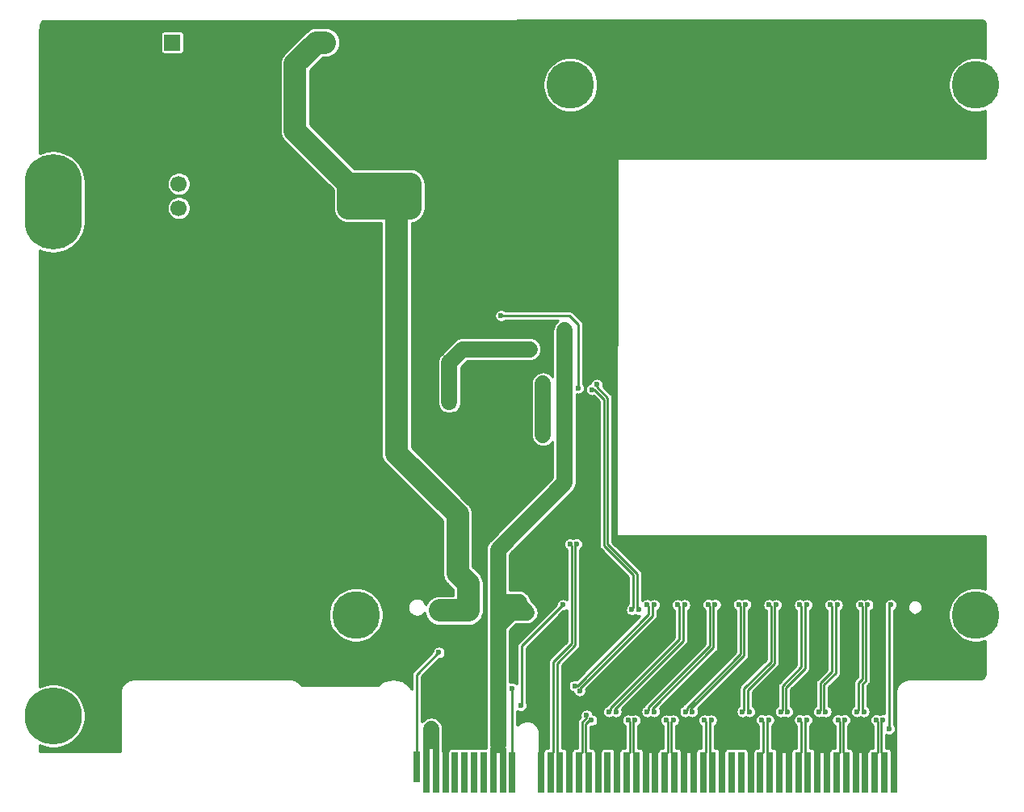
<source format=gbl>
%TF.GenerationSoftware,KiCad,Pcbnew,(5.1.9)-1*%
%TF.CreationDate,2021-05-23T18:39:34+08:00*%
%TF.ProjectId,V1,56312e6b-6963-4616-945f-706362585858,rev?*%
%TF.SameCoordinates,Original*%
%TF.FileFunction,Copper,L2,Bot*%
%TF.FilePolarity,Positive*%
%FSLAX46Y46*%
G04 Gerber Fmt 4.6, Leading zero omitted, Abs format (unit mm)*
G04 Created by KiCad (PCBNEW (5.1.9)-1) date 2021-05-23 18:39:34*
%MOMM*%
%LPD*%
G01*
G04 APERTURE LIST*
%TA.AperFunction,ConnectorPad*%
%ADD10R,0.700000X4.300000*%
%TD*%
%TA.AperFunction,ConnectorPad*%
%ADD11R,0.700000X3.200000*%
%TD*%
%TA.AperFunction,ComponentPad*%
%ADD12O,6.000000X10.000000*%
%TD*%
%TA.AperFunction,ComponentPad*%
%ADD13C,6.000000*%
%TD*%
%TA.AperFunction,ComponentPad*%
%ADD14C,5.000000*%
%TD*%
%TA.AperFunction,ComponentPad*%
%ADD15R,1.700000X1.700000*%
%TD*%
%TA.AperFunction,ComponentPad*%
%ADD16O,1.700000X1.700000*%
%TD*%
%TA.AperFunction,ComponentPad*%
%ADD17C,1.700000*%
%TD*%
%TA.AperFunction,ViaPad*%
%ADD18C,0.600000*%
%TD*%
%TA.AperFunction,ViaPad*%
%ADD19C,0.800000*%
%TD*%
%TA.AperFunction,Conductor*%
%ADD20C,0.700000*%
%TD*%
%TA.AperFunction,Conductor*%
%ADD21C,1.700000*%
%TD*%
%TA.AperFunction,Conductor*%
%ADD22C,0.500000*%
%TD*%
%TA.AperFunction,Conductor*%
%ADD23C,0.254000*%
%TD*%
%TA.AperFunction,Conductor*%
%ADD24C,0.250000*%
%TD*%
%TA.AperFunction,Conductor*%
%ADD25C,2.400000*%
%TD*%
%TA.AperFunction,Conductor*%
%ADD26C,0.381000*%
%TD*%
%TA.AperFunction,Conductor*%
%ADD27C,0.100000*%
%TD*%
G04 APERTURE END LIST*
D10*
X183650000Y-130550000D03*
X182650000Y-130550000D03*
X181650000Y-130550000D03*
X180650000Y-130550000D03*
X179650000Y-130550000D03*
X178650000Y-130550000D03*
X177650000Y-130550000D03*
X176650000Y-130550000D03*
X147650000Y-130550000D03*
X146650000Y-130550000D03*
X152650000Y-130550000D03*
X151650000Y-130550000D03*
X150650000Y-130550000D03*
X149650000Y-130550000D03*
X148650000Y-130550000D03*
X143650000Y-130550000D03*
X142650000Y-130550000D03*
X141650000Y-130550000D03*
X140650000Y-130550000D03*
X139650000Y-130550000D03*
X138650000Y-130550000D03*
X137650000Y-130550000D03*
X136650000Y-130550000D03*
X135650000Y-130550000D03*
X134650000Y-130550000D03*
D11*
X133650000Y-130000000D03*
D10*
X153650000Y-130550000D03*
X154650000Y-130550000D03*
X155650000Y-130550000D03*
X156650000Y-130550000D03*
X157650000Y-130550000D03*
X158650000Y-130550000D03*
X159650000Y-130550000D03*
X160650000Y-130550000D03*
X161650000Y-130550000D03*
X162650000Y-130550000D03*
X163650000Y-130550000D03*
X164650000Y-130550000D03*
X165650000Y-130550000D03*
X166650000Y-130550000D03*
X167650000Y-130550000D03*
X168650000Y-130550000D03*
X169650000Y-130550000D03*
X170650000Y-130550000D03*
X171650000Y-130550000D03*
X172650000Y-130550000D03*
X173650000Y-130550000D03*
X174650000Y-130550000D03*
X175650000Y-130550000D03*
D12*
X95500000Y-70739000D03*
D13*
X95500000Y-124650001D03*
D14*
X192250000Y-114050000D03*
X192250000Y-58450000D03*
X149750000Y-58450000D03*
X127250000Y-114050000D03*
D15*
X124000000Y-54000000D03*
D16*
X126540000Y-54000000D03*
D15*
X108000000Y-54000000D03*
D16*
X110540000Y-54000000D03*
D17*
X126468000Y-71374000D03*
X126468000Y-68834000D03*
X126468000Y-58674000D03*
X126468000Y-61214000D03*
X108688000Y-61214000D03*
X108688000Y-58674000D03*
X108688000Y-71374000D03*
X108688000Y-68834000D03*
D18*
X134650000Y-126081000D03*
X134650000Y-126843000D03*
X135650000Y-126859000D03*
X135650000Y-126097000D03*
X156704000Y-107544000D03*
X172550000Y-113000000D03*
X175750000Y-113025000D03*
X178950000Y-113000000D03*
X182150000Y-113025000D03*
X145022000Y-76429000D03*
X142450000Y-76450000D03*
X181150000Y-126600000D03*
X177150000Y-126600000D03*
X179150000Y-126600000D03*
X173150000Y-126600000D03*
X175150000Y-126600000D03*
X171150000Y-126600000D03*
X169150000Y-126600000D03*
X157150000Y-126600000D03*
X155150000Y-126600000D03*
X152650000Y-126600000D03*
X150150000Y-126600000D03*
X159150000Y-126600000D03*
X147150000Y-126600000D03*
X147150000Y-121500000D03*
X161150000Y-126600000D03*
X163150000Y-126600000D03*
X169350000Y-112950000D03*
X166497000Y-126619000D03*
X137795000Y-126111000D03*
X138938000Y-126111000D03*
X165100000Y-126619000D03*
X166150000Y-112975000D03*
X162950000Y-113000000D03*
X159750000Y-113000000D03*
X152273000Y-113030000D03*
X156464000Y-117983000D03*
X152019000Y-117856000D03*
X151130000Y-123190000D03*
X112498000Y-60960000D03*
X142367000Y-66294000D03*
X144907000Y-66294000D03*
X147447000Y-66294000D03*
X149987000Y-66294000D03*
X142367000Y-68834000D03*
X144907000Y-68834000D03*
X147447000Y-68834000D03*
X149987000Y-68834000D03*
X115038000Y-60960000D03*
X117578000Y-60960000D03*
X112498000Y-63500000D03*
X115038000Y-63500000D03*
X117578000Y-63500000D03*
X112498000Y-66040000D03*
X115038000Y-66040000D03*
X117578000Y-66040000D03*
X112498000Y-68580000D03*
X115038000Y-68580000D03*
X117578000Y-68580000D03*
X112498000Y-71120000D03*
X115038000Y-71120000D03*
X117578000Y-71120000D03*
X143764000Y-107569000D03*
X146304000Y-107569000D03*
X148844000Y-107569000D03*
X151384000Y-107569000D03*
X159004000Y-107569000D03*
X161544000Y-107569000D03*
X164084000Y-107569000D03*
X166624000Y-107569000D03*
X169164000Y-107569000D03*
X171704000Y-107569000D03*
X174244000Y-107569000D03*
X176784000Y-107569000D03*
X179324000Y-107569000D03*
X181864000Y-107569000D03*
X184404000Y-107569000D03*
X186944000Y-107569000D03*
X189484000Y-107569000D03*
X192024000Y-107569000D03*
X96901000Y-109855000D03*
X99441000Y-109855000D03*
X101981000Y-109855000D03*
X104521000Y-109855000D03*
X107061000Y-109855000D03*
X109601000Y-109855000D03*
X112141000Y-109855000D03*
X114681000Y-109855000D03*
X117221000Y-109855000D03*
X119761000Y-109855000D03*
X96901000Y-112395000D03*
X99441000Y-112395000D03*
X101981000Y-112395000D03*
X104521000Y-112395000D03*
X107061000Y-112395000D03*
X109601000Y-112395000D03*
X112141000Y-112395000D03*
X114681000Y-112395000D03*
X117221000Y-112395000D03*
X119761000Y-112395000D03*
X96901000Y-114935000D03*
X99441000Y-114935000D03*
X101981000Y-114935000D03*
X104521000Y-114935000D03*
X107061000Y-114935000D03*
X109601000Y-114935000D03*
X112141000Y-114935000D03*
X114681000Y-114935000D03*
X117221000Y-114935000D03*
X119761000Y-114935000D03*
X94718000Y-61722000D03*
X97258000Y-61722000D03*
X99798000Y-61722000D03*
X94718000Y-64262000D03*
X97258000Y-64262000D03*
X99798000Y-64262000D03*
X144907000Y-73914000D03*
X147447000Y-71374000D03*
X149987000Y-73914000D03*
X147447000Y-73914000D03*
X142367000Y-73914000D03*
X142367000Y-71374000D03*
X144907000Y-71374000D03*
X149987000Y-71374000D03*
X183650000Y-126975000D03*
X149492000Y-96979000D03*
X149475000Y-95475000D03*
X148792000Y-96954000D03*
X149475000Y-96200000D03*
X148775000Y-95475000D03*
X148775000Y-96204000D03*
X149517000Y-85779000D03*
X148817000Y-85754000D03*
X149500000Y-85000000D03*
X148800000Y-85004000D03*
X149500000Y-84275000D03*
X148800000Y-84275000D03*
X142975000Y-112700000D03*
X143775000Y-112700000D03*
X144575000Y-112700000D03*
X143775000Y-113800000D03*
X144575000Y-113800000D03*
X145375000Y-113800000D03*
X141800000Y-127100000D03*
X141800000Y-126100000D03*
X141800000Y-125100000D03*
X144570152Y-123570152D03*
X148950000Y-113000000D03*
X143650000Y-121750000D03*
X150413500Y-106625000D03*
X149686500Y-106625000D03*
X162513500Y-124200000D03*
X168113500Y-112950000D03*
X161786500Y-124200000D03*
X167386500Y-112950000D03*
X164913500Y-112950000D03*
X158513500Y-124200000D03*
X164186500Y-112950000D03*
X157786500Y-124200000D03*
X154513500Y-124200000D03*
X161713500Y-112997901D03*
X153786500Y-124200000D03*
X160986500Y-112997901D03*
X157786500Y-112998622D03*
X150192966Y-121492966D03*
X158513500Y-112998622D03*
X150707034Y-122007034D03*
X164513500Y-125100000D03*
X163786500Y-125100000D03*
X160513500Y-125100000D03*
X159786500Y-125100000D03*
X156513500Y-125100000D03*
X155786500Y-125100000D03*
X151442966Y-124592966D03*
X151957034Y-125107034D03*
X183350000Y-113000000D03*
X183175000Y-126000000D03*
X135950000Y-118000000D03*
X130884000Y-86899000D03*
X130884000Y-85629000D03*
X132154000Y-85629000D03*
X132154000Y-86899000D03*
D19*
X136225000Y-113500000D03*
X137225000Y-113500000D03*
X139225000Y-113500000D03*
D18*
X130659000Y-68834000D03*
X131929000Y-68834000D03*
X130659000Y-70104000D03*
X131929000Y-70104000D03*
X130659000Y-71374000D03*
X131929000Y-71374000D03*
D19*
X138225000Y-113500000D03*
D18*
X136667000Y-91379000D03*
X136667000Y-92179000D03*
X136667000Y-90629000D03*
X137417000Y-90629000D03*
X137417000Y-92179000D03*
X137417000Y-91379000D03*
X138750000Y-86550000D03*
X139479000Y-86550000D03*
X139475000Y-85850000D03*
X140229000Y-86533000D03*
X140254000Y-85833000D03*
X138750000Y-85850000D03*
X146525000Y-93750000D03*
X146525000Y-94479000D03*
X147225000Y-94475000D03*
X146542000Y-95229000D03*
X147242000Y-95254000D03*
X147225000Y-93750000D03*
X147375000Y-89575000D03*
X146750000Y-89575000D03*
X182513500Y-125095000D03*
X181786500Y-125095000D03*
X178513500Y-125095000D03*
X177786500Y-125095000D03*
X167786500Y-124200000D03*
X170586500Y-113000000D03*
X168513500Y-124200000D03*
X171313500Y-113000000D03*
X171786500Y-124206000D03*
X173786500Y-113000000D03*
X172513500Y-124206000D03*
X174513500Y-113000000D03*
X175786500Y-124206000D03*
X176986500Y-113000000D03*
X176513500Y-124206000D03*
X177713500Y-113000000D03*
X179786500Y-124200000D03*
X180186500Y-113000000D03*
X180513500Y-124200000D03*
X180913500Y-113000000D03*
X169786500Y-125095000D03*
X170513500Y-125095000D03*
X173786500Y-125095000D03*
X174513500Y-125095000D03*
X156913500Y-113505272D03*
X152507034Y-89892966D03*
X156186500Y-113505272D03*
X151992966Y-90407034D03*
X150575000Y-90250000D03*
X142475000Y-82675000D03*
D20*
X134650000Y-130550000D02*
X134650000Y-126843000D01*
X135650000Y-130550000D02*
X135650000Y-126859000D01*
D21*
X135144000Y-126000000D02*
X135144000Y-127238000D01*
D20*
X135144000Y-126000000D02*
X135650000Y-126000000D01*
X134650000Y-126000000D02*
X135144000Y-126000000D01*
D21*
X135144000Y-127238000D02*
X135128000Y-127222000D01*
D20*
X134650000Y-126081000D02*
X134650000Y-126000000D01*
X134650000Y-126843000D02*
X134650000Y-126081000D01*
X135650000Y-126859000D02*
X135650000Y-126097000D01*
X135650000Y-126097000D02*
X135650000Y-126000000D01*
D22*
X180650000Y-130550000D02*
X180650000Y-127100000D01*
X180650000Y-127100000D02*
X181150000Y-126600000D01*
X179650000Y-127100000D02*
X179150000Y-126600000D01*
X179650000Y-130550000D02*
X179650000Y-127100000D01*
X176650000Y-130550000D02*
X176650000Y-127100000D01*
X176650000Y-127100000D02*
X177150000Y-126600000D01*
X175650000Y-127100000D02*
X175150000Y-126600000D01*
X175650000Y-130550000D02*
X175650000Y-127100000D01*
X172650000Y-130550000D02*
X172650000Y-127100000D01*
X172650000Y-127100000D02*
X173150000Y-126600000D01*
X171650000Y-127100000D02*
X171150000Y-126600000D01*
X171650000Y-130550000D02*
X171650000Y-127100000D01*
X168650000Y-127100000D02*
X169150000Y-126600000D01*
X168650000Y-130550000D02*
X168650000Y-127100000D01*
X161650000Y-130550000D02*
X161650000Y-127100000D01*
X161650000Y-127100000D02*
X161150000Y-126600000D01*
X162650000Y-130550000D02*
X162650000Y-127100000D01*
X162650000Y-127100000D02*
X163150000Y-126600000D01*
X149650000Y-127100000D02*
X150150000Y-126600000D01*
X149650000Y-130550000D02*
X149650000Y-127100000D01*
X146650000Y-127100000D02*
X147150000Y-126600000D01*
X146650000Y-130550000D02*
X146650000Y-127100000D01*
X154650000Y-127100000D02*
X155150000Y-126600000D01*
X154650000Y-130550000D02*
X154650000Y-127100000D01*
X157650000Y-127100000D02*
X157150000Y-126600000D01*
X157650000Y-130550000D02*
X157650000Y-127100000D01*
X158650000Y-127100000D02*
X159150000Y-126600000D01*
X158650000Y-130550000D02*
X158650000Y-127100000D01*
X152650000Y-130550000D02*
X152650000Y-126600000D01*
X136650000Y-127256000D02*
X137795000Y-126111000D01*
X136650000Y-130550000D02*
X136650000Y-127256000D01*
X165650000Y-127466000D02*
X166497000Y-126619000D01*
X165650000Y-130550000D02*
X165650000Y-127466000D01*
X168650000Y-128239998D02*
X168650000Y-130550000D01*
X167029002Y-126619000D02*
X168650000Y-128239998D01*
X166497000Y-126619000D02*
X167029002Y-126619000D01*
X183650000Y-126975000D02*
X183650000Y-130550000D01*
D20*
X142650000Y-130550000D02*
X142650000Y-128200000D01*
X141650000Y-130550000D02*
X141650000Y-128150000D01*
X142650000Y-128200000D02*
X142150000Y-127700000D01*
D21*
X142150000Y-115200000D02*
X143550000Y-113800000D01*
X142150000Y-127700000D02*
X142150000Y-115200000D01*
X143550000Y-113800000D02*
X145150000Y-113800000D01*
X144350000Y-112700000D02*
X142750000Y-112700000D01*
X142750000Y-113000000D02*
X143550000Y-113800000D01*
X142750000Y-112700000D02*
X142750000Y-113000000D01*
X144350000Y-113000000D02*
X145150000Y-113800000D01*
X144350000Y-112700000D02*
X144350000Y-113000000D01*
X142150000Y-113300000D02*
X142150000Y-115200000D01*
X142750000Y-112700000D02*
X142150000Y-113300000D01*
X142150000Y-115200000D02*
X142150000Y-110677006D01*
X142150000Y-107184998D02*
X149125000Y-100209998D01*
X142150000Y-110677006D02*
X142150000Y-107184998D01*
X149125000Y-87162981D02*
X149100000Y-87137981D01*
X149125000Y-100209998D02*
X149125000Y-87162981D01*
X149125000Y-87162981D02*
X149125000Y-84225000D01*
D23*
X148950000Y-113000000D02*
X144620152Y-117329848D01*
X144620152Y-123520152D02*
X144570152Y-123570152D01*
X144620152Y-117329848D02*
X144620152Y-123520152D01*
D24*
X143650000Y-130550000D02*
X143650000Y-121750000D01*
D23*
X148650000Y-128750000D02*
X148340500Y-128440500D01*
X148650000Y-130550000D02*
X148650000Y-128750000D01*
X148340500Y-128440500D02*
X148340500Y-119128908D01*
X150240500Y-106798000D02*
X150413500Y-106625000D01*
X150240500Y-117228908D02*
X150240500Y-106798000D01*
X148340500Y-119128908D02*
X150240500Y-117228908D01*
X147650000Y-128750000D02*
X147959500Y-128440500D01*
X147650000Y-130550000D02*
X147650000Y-128750000D01*
X147959500Y-128440500D02*
X147959500Y-118971092D01*
X149859500Y-117071092D02*
X149859500Y-106798000D01*
X147959500Y-118971092D02*
X149859500Y-117071092D01*
X149859500Y-106798000D02*
X149686500Y-106625000D01*
X162340500Y-124027000D02*
X162513500Y-124200000D01*
X162340500Y-123928908D02*
X162340500Y-124027000D01*
X167940500Y-118328908D02*
X162340500Y-123928908D01*
X167940500Y-113123000D02*
X167940500Y-118328908D01*
X168113500Y-112950000D02*
X167940500Y-113123000D01*
X161959500Y-124027000D02*
X161786500Y-124200000D01*
X161959500Y-123771092D02*
X161959500Y-124027000D01*
X167559500Y-118171092D02*
X161959500Y-123771092D01*
X167559500Y-113123000D02*
X167559500Y-118171092D01*
X167386500Y-112950000D02*
X167559500Y-113123000D01*
X158340500Y-124027000D02*
X158513500Y-124200000D01*
X158340500Y-123878908D02*
X158340500Y-124027000D01*
X164740500Y-117478908D02*
X158340500Y-123878908D01*
X164740500Y-113123000D02*
X164740500Y-117478908D01*
X164913500Y-112950000D02*
X164740500Y-113123000D01*
X157959500Y-123721092D02*
X157959500Y-124027000D01*
X157959500Y-124027000D02*
X157786500Y-124200000D01*
X164359500Y-117321092D02*
X157959500Y-123721092D01*
X164359500Y-113123000D02*
X164359500Y-117321092D01*
X164186500Y-112950000D02*
X164359500Y-113123000D01*
X154340500Y-124027000D02*
X154513500Y-124200000D01*
X154340500Y-123978908D02*
X154340500Y-124027000D01*
X161540500Y-116778908D02*
X154340500Y-123978908D01*
X161540500Y-113170901D02*
X161540500Y-116778908D01*
X161713500Y-112997901D02*
X161540500Y-113170901D01*
X153959500Y-124027000D02*
X153786500Y-124200000D01*
X153959500Y-123821092D02*
X153959500Y-124027000D01*
X161159500Y-116621092D02*
X153959500Y-123821092D01*
X161159500Y-113170901D02*
X161159500Y-116621092D01*
X160986500Y-112997901D02*
X161159500Y-113170901D01*
X150437626Y-121492966D02*
X150192966Y-121492966D01*
X157959500Y-113971092D02*
X150437626Y-121492966D01*
X157959500Y-113171622D02*
X157959500Y-113971092D01*
X157786500Y-112998622D02*
X157959500Y-113171622D01*
X150707034Y-121762374D02*
X150707034Y-122007034D01*
X158340500Y-114128908D02*
X150707034Y-121762374D01*
X158340500Y-113171622D02*
X158340500Y-114128908D01*
X158513500Y-112998622D02*
X158340500Y-113171622D01*
X164650000Y-128750000D02*
X164340500Y-128440500D01*
X164650000Y-130550000D02*
X164650000Y-128750000D01*
X164340500Y-128440500D02*
X164340500Y-125273000D01*
X164340500Y-125273000D02*
X164513500Y-125100000D01*
X163650000Y-128750000D02*
X163959500Y-128440500D01*
X163650000Y-130550000D02*
X163650000Y-128750000D01*
X163959500Y-125273000D02*
X163786500Y-125100000D01*
X163959500Y-128440500D02*
X163959500Y-125273000D01*
X160650000Y-128750000D02*
X160340500Y-128440500D01*
X160650000Y-130550000D02*
X160650000Y-128750000D01*
X160340500Y-128440500D02*
X160340500Y-125273000D01*
X160340500Y-125273000D02*
X160513500Y-125100000D01*
X159650000Y-128750000D02*
X159959500Y-128440500D01*
X159650000Y-130550000D02*
X159650000Y-128750000D01*
X159959500Y-128440500D02*
X159959500Y-125273000D01*
X159959500Y-125273000D02*
X159786500Y-125100000D01*
X156650000Y-128750000D02*
X156340500Y-128440500D01*
X156650000Y-130550000D02*
X156650000Y-128750000D01*
X156340500Y-125273000D02*
X156513500Y-125100000D01*
X156340500Y-128440500D02*
X156340500Y-125273000D01*
X155650000Y-128750000D02*
X155959500Y-128440500D01*
X155650000Y-130550000D02*
X155650000Y-128750000D01*
X155959500Y-125273000D02*
X155786500Y-125100000D01*
X155959500Y-128440500D02*
X155959500Y-125273000D01*
X150650000Y-128750000D02*
X150959500Y-128440500D01*
X150650000Y-130550000D02*
X150650000Y-128750000D01*
X151442966Y-124837626D02*
X151442966Y-124592966D01*
X150959500Y-125321092D02*
X151442966Y-124837626D01*
X150959500Y-128440500D02*
X150959500Y-125321092D01*
X151650000Y-128750000D02*
X151340500Y-128440500D01*
X151650000Y-130550000D02*
X151650000Y-128750000D01*
X151712374Y-125107034D02*
X151957034Y-125107034D01*
X151340500Y-128440500D02*
X151340500Y-125478908D01*
X151340500Y-125478908D02*
X151712374Y-125107034D01*
D24*
X183400000Y-113050000D02*
X183350000Y-113000000D01*
X183275000Y-113075000D02*
X183350000Y-113000000D01*
D23*
X183175000Y-113175000D02*
X183350000Y-113000000D01*
X183175000Y-126000000D02*
X183175000Y-113175000D01*
D24*
X133650000Y-120300000D02*
X133650000Y-130000000D01*
X135950000Y-118000000D02*
X133650000Y-120300000D01*
D25*
X139050000Y-113600000D02*
X136050000Y-113600000D01*
X139050000Y-113600000D02*
X139050000Y-110759000D01*
X139050000Y-110759000D02*
X137922000Y-109631000D01*
X126468000Y-68834000D02*
X120880000Y-63246000D01*
X120880000Y-63246000D02*
X120880000Y-56261000D01*
X123141000Y-54000000D02*
X124000000Y-54000000D01*
X120880000Y-56261000D02*
X123141000Y-54000000D01*
X126468000Y-68834000D02*
X132945000Y-68834000D01*
X132945000Y-68834000D02*
X132945000Y-71374000D01*
X126468000Y-68834000D02*
X126468000Y-71374000D01*
X137922000Y-109631000D02*
X137922000Y-103522000D01*
X131501000Y-97101000D02*
X131501000Y-71374000D01*
X137922000Y-103522000D02*
X131501000Y-97101000D01*
X131501000Y-71374000D02*
X126468000Y-71374000D01*
X132945000Y-71374000D02*
X131501000Y-71374000D01*
D21*
X139700000Y-86175000D02*
X138475000Y-86175000D01*
X139700000Y-86175000D02*
X145450000Y-86175000D01*
X138475000Y-86175000D02*
X137050000Y-87600000D01*
X137050000Y-87600000D02*
X137050000Y-91700000D01*
D26*
X146950000Y-93475000D02*
X147225000Y-93750000D01*
D21*
X146875000Y-89775000D02*
X146875000Y-95175000D01*
D23*
X182650000Y-130550000D02*
X182650000Y-128750000D01*
X182340500Y-125268000D02*
X182513500Y-125095000D01*
X182650000Y-128750000D02*
X182340500Y-128440500D01*
X182340500Y-128440500D02*
X182340500Y-125268000D01*
X181959500Y-125268000D02*
X181786500Y-125095000D01*
X181650000Y-128750000D02*
X181959500Y-128440500D01*
X181959500Y-128440500D02*
X181959500Y-125268000D01*
X181650000Y-130550000D02*
X181650000Y-128750000D01*
X178650000Y-130550000D02*
X178650000Y-128750000D01*
X178340500Y-125268000D02*
X178513500Y-125095000D01*
X178650000Y-128750000D02*
X178340500Y-128440500D01*
X178340500Y-128440500D02*
X178340500Y-125268000D01*
X177959500Y-125268000D02*
X177786500Y-125095000D01*
X177650000Y-128750000D02*
X177959500Y-128440500D01*
X177959500Y-128440500D02*
X177959500Y-125268000D01*
X177650000Y-130550000D02*
X177650000Y-128750000D01*
X167959500Y-124027000D02*
X167786500Y-124200000D01*
X167959500Y-121771092D02*
X167959500Y-124027000D01*
X170759500Y-118971092D02*
X167959500Y-121771092D01*
X170759500Y-113173000D02*
X170759500Y-118971092D01*
X170586500Y-113000000D02*
X170759500Y-113173000D01*
X168340500Y-124027000D02*
X168513500Y-124200000D01*
X168340500Y-121928908D02*
X168340500Y-124027000D01*
X171140500Y-119128908D02*
X168340500Y-121928908D01*
X171140500Y-113173000D02*
X171140500Y-119128908D01*
X171313500Y-113000000D02*
X171140500Y-113173000D01*
X173959500Y-119521092D02*
X173959500Y-113173000D01*
X173959500Y-113173000D02*
X173786500Y-113000000D01*
X171959500Y-124033000D02*
X171959500Y-121521092D01*
X171959500Y-121521092D02*
X173959500Y-119521092D01*
X171786500Y-124206000D02*
X171959500Y-124033000D01*
X174340500Y-113173000D02*
X174513500Y-113000000D01*
X174340500Y-119678908D02*
X174340500Y-113173000D01*
X172340500Y-121678908D02*
X174340500Y-119678908D01*
X172340500Y-124033000D02*
X172340500Y-121678908D01*
X172513500Y-124206000D02*
X172340500Y-124033000D01*
X177159500Y-120021092D02*
X177159500Y-113173000D01*
X175959500Y-121221092D02*
X177159500Y-120021092D01*
X177159500Y-113173000D02*
X176986500Y-113000000D01*
X175959500Y-124033000D02*
X175959500Y-121221092D01*
X175786500Y-124206000D02*
X175959500Y-124033000D01*
X177540500Y-113173000D02*
X177713500Y-113000000D01*
X177540500Y-120178908D02*
X177540500Y-113173000D01*
X176340500Y-121378908D02*
X177540500Y-120178908D01*
X176340500Y-124033000D02*
X176340500Y-121378908D01*
X176513500Y-124206000D02*
X176340500Y-124033000D01*
X179959500Y-124027000D02*
X179959500Y-121171092D01*
X179786500Y-124200000D02*
X179959500Y-124027000D01*
X180359500Y-113173000D02*
X180186500Y-113000000D01*
X179959500Y-121171092D02*
X180359500Y-120771092D01*
X180359500Y-120771092D02*
X180359500Y-113173000D01*
X180340500Y-124027000D02*
X180513500Y-124200000D01*
X180340500Y-121328908D02*
X180340500Y-124027000D01*
X180740500Y-120928908D02*
X180340500Y-121328908D01*
X180740500Y-113173000D02*
X180740500Y-120928908D01*
X180913500Y-113000000D02*
X180740500Y-113173000D01*
X169959500Y-125268000D02*
X169786500Y-125095000D01*
X169650000Y-128750000D02*
X169959500Y-128440500D01*
X169959500Y-128440500D02*
X169959500Y-125268000D01*
X169650000Y-130550000D02*
X169650000Y-128750000D01*
X170650000Y-130550000D02*
X170650000Y-128750000D01*
X170340500Y-125268000D02*
X170513500Y-125095000D01*
X170650000Y-128750000D02*
X170340500Y-128440500D01*
X170340500Y-128440500D02*
X170340500Y-125268000D01*
X173959500Y-125268000D02*
X173786500Y-125095000D01*
X173650000Y-128750000D02*
X173959500Y-128440500D01*
X173959500Y-128440500D02*
X173959500Y-125268000D01*
X173650000Y-130550000D02*
X173650000Y-128750000D01*
X174650000Y-130550000D02*
X174650000Y-128750000D01*
X174340500Y-125268000D02*
X174513500Y-125095000D01*
X174650000Y-128750000D02*
X174340500Y-128440500D01*
X174340500Y-128440500D02*
X174340500Y-125268000D01*
X156913500Y-113505272D02*
X156740500Y-113332272D01*
X156740500Y-113332272D02*
X156740500Y-109721092D01*
X152507034Y-90137626D02*
X153640500Y-91271092D01*
X152507034Y-89892966D02*
X152507034Y-90137626D01*
X153640500Y-106621092D02*
X156740500Y-109721092D01*
X153640500Y-91271092D02*
X153640500Y-106621092D01*
X156359500Y-113332272D02*
X156359500Y-109878908D01*
X156186500Y-113505272D02*
X156359500Y-113332272D01*
X152237626Y-90407034D02*
X153259500Y-91428908D01*
X151992966Y-90407034D02*
X152237626Y-90407034D01*
X153259500Y-106778908D02*
X156359500Y-109878908D01*
X153259500Y-91428908D02*
X153259500Y-106778908D01*
X150575000Y-90250000D02*
X150575000Y-84010457D01*
X150575000Y-84010457D02*
X150575000Y-83575000D01*
X149675000Y-82675000D02*
X142475000Y-82675000D01*
X150575000Y-83575000D02*
X149675000Y-82675000D01*
X192909049Y-51680038D02*
X193002156Y-51720356D01*
X193085663Y-51777993D01*
X193156383Y-51850752D01*
X193211623Y-51935860D01*
X193249281Y-52030078D01*
X193255206Y-52061781D01*
X193253464Y-52065040D01*
X193225960Y-52155709D01*
X193219000Y-52226375D01*
X193219000Y-55733001D01*
X193090357Y-55679715D01*
X192533754Y-55569000D01*
X191966246Y-55569000D01*
X191409643Y-55679715D01*
X190885335Y-55896891D01*
X190413470Y-56212181D01*
X190012181Y-56613470D01*
X189696891Y-57085335D01*
X189479715Y-57609643D01*
X189369000Y-58166246D01*
X189369000Y-58733754D01*
X189479715Y-59290357D01*
X189696891Y-59814665D01*
X190012181Y-60286530D01*
X190413470Y-60687819D01*
X190885335Y-61003109D01*
X191409643Y-61220285D01*
X191966246Y-61331000D01*
X192533754Y-61331000D01*
X193090357Y-61220285D01*
X193219000Y-61166999D01*
X193219000Y-66167000D01*
X154716500Y-66167000D01*
X154691924Y-66169400D01*
X154668089Y-66176589D01*
X154646113Y-66188290D01*
X154626842Y-66204053D01*
X154611017Y-66223272D01*
X154599246Y-66245210D01*
X154591980Y-66269023D01*
X154589500Y-66293795D01*
X154526000Y-105663795D01*
X154528440Y-105688776D01*
X154535667Y-105712601D01*
X154547403Y-105734557D01*
X154563197Y-105753803D01*
X154582443Y-105769597D01*
X154604399Y-105781333D01*
X154628224Y-105788560D01*
X154653000Y-105791000D01*
X193219001Y-105791000D01*
X193219001Y-111333001D01*
X193090357Y-111279715D01*
X192533754Y-111169000D01*
X191966246Y-111169000D01*
X191409643Y-111279715D01*
X190885335Y-111496891D01*
X190413470Y-111812181D01*
X190012181Y-112213470D01*
X189696891Y-112685335D01*
X189479715Y-113209643D01*
X189369000Y-113766246D01*
X189369000Y-114333754D01*
X189479715Y-114890357D01*
X189696891Y-115414665D01*
X190012181Y-115886530D01*
X190413470Y-116287819D01*
X190885335Y-116603109D01*
X191409643Y-116820285D01*
X191966246Y-116931000D01*
X192533754Y-116931000D01*
X193090357Y-116820285D01*
X193219001Y-116766999D01*
X193219001Y-120201469D01*
X193206854Y-120325356D01*
X193177706Y-120421897D01*
X193130364Y-120510935D01*
X193066632Y-120589079D01*
X192988930Y-120653359D01*
X192900230Y-120701320D01*
X192798917Y-120732681D01*
X192718697Y-120742861D01*
X185368970Y-120768930D01*
X185355178Y-120767428D01*
X185348440Y-120767403D01*
X185291808Y-120767586D01*
X185265061Y-120770296D01*
X185238165Y-120770750D01*
X185231477Y-120771568D01*
X185033024Y-120797230D01*
X184990416Y-120807042D01*
X184947642Y-120816265D01*
X184941240Y-120818366D01*
X184751552Y-120882085D01*
X184711616Y-120900006D01*
X184671491Y-120917343D01*
X184665619Y-120920647D01*
X184491921Y-121019997D01*
X184456272Y-121045301D01*
X184420234Y-121070133D01*
X184415116Y-121074515D01*
X184264022Y-121205710D01*
X184233940Y-121237486D01*
X184203440Y-121268814D01*
X184199270Y-121274107D01*
X184076536Y-121432153D01*
X184053218Y-121469135D01*
X184029364Y-121505822D01*
X184026302Y-121511824D01*
X183936602Y-121690698D01*
X183920895Y-121731549D01*
X183904637Y-121772131D01*
X183902799Y-121778613D01*
X183849553Y-121971503D01*
X183842087Y-122014586D01*
X183834014Y-122057588D01*
X183833470Y-122064304D01*
X183818703Y-122263864D01*
X183819002Y-122276369D01*
X183819001Y-122276374D01*
X183819000Y-125623625D01*
X183825960Y-125694291D01*
X183853464Y-125784960D01*
X183869000Y-125814026D01*
X183869000Y-128397000D01*
X183382548Y-128397000D01*
X183375487Y-128325311D01*
X183353701Y-128253492D01*
X183318322Y-128187304D01*
X183270711Y-128129289D01*
X183212696Y-128081678D01*
X183146508Y-128046299D01*
X183074689Y-128024513D01*
X183000000Y-128017157D01*
X182848500Y-128017157D01*
X182848500Y-126600871D01*
X182852426Y-126603494D01*
X182976360Y-126654829D01*
X183107927Y-126681000D01*
X183242073Y-126681000D01*
X183373640Y-126654829D01*
X183497574Y-126603494D01*
X183609112Y-126528967D01*
X183703967Y-126434112D01*
X183778494Y-126322574D01*
X183829829Y-126198640D01*
X183856000Y-126067073D01*
X183856000Y-125932927D01*
X183829829Y-125801360D01*
X183778494Y-125677426D01*
X183703967Y-125565888D01*
X183683000Y-125544921D01*
X183683000Y-113596528D01*
X183784112Y-113528967D01*
X183878967Y-113434112D01*
X183953494Y-113322574D01*
X184004829Y-113198640D01*
X184009913Y-113173078D01*
X185069000Y-113173078D01*
X185069000Y-113326922D01*
X185099013Y-113477809D01*
X185157887Y-113619942D01*
X185243358Y-113747859D01*
X185352141Y-113856642D01*
X185480058Y-113942113D01*
X185622191Y-114000987D01*
X185773078Y-114031000D01*
X185926922Y-114031000D01*
X186077809Y-114000987D01*
X186219942Y-113942113D01*
X186347859Y-113856642D01*
X186456642Y-113747859D01*
X186542113Y-113619942D01*
X186600987Y-113477809D01*
X186631000Y-113326922D01*
X186631000Y-113173078D01*
X186600987Y-113022191D01*
X186542113Y-112880058D01*
X186456642Y-112752141D01*
X186347859Y-112643358D01*
X186219942Y-112557887D01*
X186077809Y-112499013D01*
X185926922Y-112469000D01*
X185773078Y-112469000D01*
X185622191Y-112499013D01*
X185480058Y-112557887D01*
X185352141Y-112643358D01*
X185243358Y-112752141D01*
X185157887Y-112880058D01*
X185099013Y-113022191D01*
X185069000Y-113173078D01*
X184009913Y-113173078D01*
X184031000Y-113067073D01*
X184031000Y-112932927D01*
X184004829Y-112801360D01*
X183953494Y-112677426D01*
X183878967Y-112565888D01*
X183784112Y-112471033D01*
X183672574Y-112396506D01*
X183548640Y-112345171D01*
X183417073Y-112319000D01*
X183282927Y-112319000D01*
X183151360Y-112345171D01*
X183027426Y-112396506D01*
X182915888Y-112471033D01*
X182821033Y-112565888D01*
X182746506Y-112677426D01*
X182695171Y-112801360D01*
X182669000Y-112932927D01*
X182669000Y-113067073D01*
X182673129Y-113087831D01*
X182664543Y-113175000D01*
X182667001Y-113199954D01*
X182667000Y-124431192D01*
X182580573Y-124414000D01*
X182446427Y-124414000D01*
X182314860Y-124440171D01*
X182190926Y-124491506D01*
X182150000Y-124518852D01*
X182109074Y-124491506D01*
X181985140Y-124440171D01*
X181853573Y-124414000D01*
X181719427Y-124414000D01*
X181587860Y-124440171D01*
X181463926Y-124491506D01*
X181352388Y-124566033D01*
X181257533Y-124660888D01*
X181183006Y-124772426D01*
X181131671Y-124896360D01*
X181105500Y-125027927D01*
X181105500Y-125162073D01*
X181131671Y-125293640D01*
X181183006Y-125417574D01*
X181257533Y-125529112D01*
X181352388Y-125623967D01*
X181451501Y-125690192D01*
X181451500Y-128017157D01*
X181300000Y-128017157D01*
X181225311Y-128024513D01*
X181153492Y-128046299D01*
X181087304Y-128081678D01*
X181029289Y-128129289D01*
X180981678Y-128187304D01*
X180946299Y-128253492D01*
X180924513Y-128325311D01*
X180917452Y-128397000D01*
X179382548Y-128397000D01*
X179375487Y-128325311D01*
X179353701Y-128253492D01*
X179318322Y-128187304D01*
X179270711Y-128129289D01*
X179212696Y-128081678D01*
X179146508Y-128046299D01*
X179074689Y-128024513D01*
X179000000Y-128017157D01*
X178848500Y-128017157D01*
X178848500Y-125690191D01*
X178947612Y-125623967D01*
X179042467Y-125529112D01*
X179116994Y-125417574D01*
X179168329Y-125293640D01*
X179194500Y-125162073D01*
X179194500Y-125027927D01*
X179168329Y-124896360D01*
X179116994Y-124772426D01*
X179042467Y-124660888D01*
X178947612Y-124566033D01*
X178836074Y-124491506D01*
X178712140Y-124440171D01*
X178580573Y-124414000D01*
X178446427Y-124414000D01*
X178314860Y-124440171D01*
X178190926Y-124491506D01*
X178150000Y-124518852D01*
X178109074Y-124491506D01*
X177985140Y-124440171D01*
X177853573Y-124414000D01*
X177719427Y-124414000D01*
X177587860Y-124440171D01*
X177463926Y-124491506D01*
X177352388Y-124566033D01*
X177257533Y-124660888D01*
X177183006Y-124772426D01*
X177131671Y-124896360D01*
X177105500Y-125027927D01*
X177105500Y-125162073D01*
X177131671Y-125293640D01*
X177183006Y-125417574D01*
X177257533Y-125529112D01*
X177352388Y-125623967D01*
X177451501Y-125690192D01*
X177451500Y-128017157D01*
X177300000Y-128017157D01*
X177225311Y-128024513D01*
X177153492Y-128046299D01*
X177087304Y-128081678D01*
X177029289Y-128129289D01*
X176981678Y-128187304D01*
X176946299Y-128253492D01*
X176924513Y-128325311D01*
X176917452Y-128397000D01*
X175382548Y-128397000D01*
X175375487Y-128325311D01*
X175353701Y-128253492D01*
X175318322Y-128187304D01*
X175270711Y-128129289D01*
X175212696Y-128081678D01*
X175146508Y-128046299D01*
X175074689Y-128024513D01*
X175000000Y-128017157D01*
X174848500Y-128017157D01*
X174848500Y-125690191D01*
X174947612Y-125623967D01*
X175042467Y-125529112D01*
X175116994Y-125417574D01*
X175168329Y-125293640D01*
X175194500Y-125162073D01*
X175194500Y-125027927D01*
X175168329Y-124896360D01*
X175116994Y-124772426D01*
X175042467Y-124660888D01*
X174947612Y-124566033D01*
X174836074Y-124491506D01*
X174712140Y-124440171D01*
X174580573Y-124414000D01*
X174446427Y-124414000D01*
X174314860Y-124440171D01*
X174190926Y-124491506D01*
X174150000Y-124518852D01*
X174109074Y-124491506D01*
X173985140Y-124440171D01*
X173853573Y-124414000D01*
X173719427Y-124414000D01*
X173587860Y-124440171D01*
X173463926Y-124491506D01*
X173352388Y-124566033D01*
X173257533Y-124660888D01*
X173183006Y-124772426D01*
X173131671Y-124896360D01*
X173105500Y-125027927D01*
X173105500Y-125162073D01*
X173131671Y-125293640D01*
X173183006Y-125417574D01*
X173257533Y-125529112D01*
X173352388Y-125623967D01*
X173451501Y-125690192D01*
X173451500Y-128017157D01*
X173300000Y-128017157D01*
X173225311Y-128024513D01*
X173153492Y-128046299D01*
X173087304Y-128081678D01*
X173029289Y-128129289D01*
X172981678Y-128187304D01*
X172946299Y-128253492D01*
X172924513Y-128325311D01*
X172917452Y-128397000D01*
X171382548Y-128397000D01*
X171375487Y-128325311D01*
X171353701Y-128253492D01*
X171318322Y-128187304D01*
X171270711Y-128129289D01*
X171212696Y-128081678D01*
X171146508Y-128046299D01*
X171074689Y-128024513D01*
X171000000Y-128017157D01*
X170848500Y-128017157D01*
X170848500Y-125690191D01*
X170947612Y-125623967D01*
X171042467Y-125529112D01*
X171116994Y-125417574D01*
X171168329Y-125293640D01*
X171194500Y-125162073D01*
X171194500Y-125027927D01*
X171168329Y-124896360D01*
X171116994Y-124772426D01*
X171042467Y-124660888D01*
X170947612Y-124566033D01*
X170836074Y-124491506D01*
X170712140Y-124440171D01*
X170580573Y-124414000D01*
X170446427Y-124414000D01*
X170314860Y-124440171D01*
X170190926Y-124491506D01*
X170150000Y-124518852D01*
X170109074Y-124491506D01*
X169985140Y-124440171D01*
X169853573Y-124414000D01*
X169719427Y-124414000D01*
X169587860Y-124440171D01*
X169463926Y-124491506D01*
X169352388Y-124566033D01*
X169257533Y-124660888D01*
X169183006Y-124772426D01*
X169131671Y-124896360D01*
X169105500Y-125027927D01*
X169105500Y-125162073D01*
X169131671Y-125293640D01*
X169183006Y-125417574D01*
X169257533Y-125529112D01*
X169352388Y-125623967D01*
X169451501Y-125690192D01*
X169451500Y-128017157D01*
X169300000Y-128017157D01*
X169225311Y-128024513D01*
X169153492Y-128046299D01*
X169087304Y-128081678D01*
X169029289Y-128129289D01*
X168981678Y-128187304D01*
X168946299Y-128253492D01*
X168924513Y-128325311D01*
X168917452Y-128397000D01*
X168382548Y-128397000D01*
X168375487Y-128325311D01*
X168353701Y-128253492D01*
X168318322Y-128187304D01*
X168270711Y-128129289D01*
X168212696Y-128081678D01*
X168146508Y-128046299D01*
X168074689Y-128024513D01*
X168000000Y-128017157D01*
X167300000Y-128017157D01*
X167225311Y-128024513D01*
X167153492Y-128046299D01*
X167150000Y-128048166D01*
X167146508Y-128046299D01*
X167074689Y-128024513D01*
X167000000Y-128017157D01*
X166300000Y-128017157D01*
X166225311Y-128024513D01*
X166153492Y-128046299D01*
X166087304Y-128081678D01*
X166029289Y-128129289D01*
X165981678Y-128187304D01*
X165946299Y-128253492D01*
X165924513Y-128325311D01*
X165917452Y-128397000D01*
X165382548Y-128397000D01*
X165375487Y-128325311D01*
X165353701Y-128253492D01*
X165318322Y-128187304D01*
X165270711Y-128129289D01*
X165212696Y-128081678D01*
X165146508Y-128046299D01*
X165074689Y-128024513D01*
X165000000Y-128017157D01*
X164848500Y-128017157D01*
X164848500Y-125695191D01*
X164947612Y-125628967D01*
X165042467Y-125534112D01*
X165116994Y-125422574D01*
X165168329Y-125298640D01*
X165194500Y-125167073D01*
X165194500Y-125032927D01*
X165168329Y-124901360D01*
X165116994Y-124777426D01*
X165042467Y-124665888D01*
X164947612Y-124571033D01*
X164836074Y-124496506D01*
X164712140Y-124445171D01*
X164580573Y-124419000D01*
X164446427Y-124419000D01*
X164314860Y-124445171D01*
X164190926Y-124496506D01*
X164150000Y-124523852D01*
X164109074Y-124496506D01*
X163985140Y-124445171D01*
X163853573Y-124419000D01*
X163719427Y-124419000D01*
X163587860Y-124445171D01*
X163463926Y-124496506D01*
X163352388Y-124571033D01*
X163257533Y-124665888D01*
X163183006Y-124777426D01*
X163131671Y-124901360D01*
X163105500Y-125032927D01*
X163105500Y-125167073D01*
X163131671Y-125298640D01*
X163183006Y-125422574D01*
X163257533Y-125534112D01*
X163352388Y-125628967D01*
X163451501Y-125695192D01*
X163451500Y-128017157D01*
X163300000Y-128017157D01*
X163225311Y-128024513D01*
X163153492Y-128046299D01*
X163087304Y-128081678D01*
X163029289Y-128129289D01*
X162981678Y-128187304D01*
X162946299Y-128253492D01*
X162924513Y-128325311D01*
X162917452Y-128397000D01*
X161382548Y-128397000D01*
X161375487Y-128325311D01*
X161353701Y-128253492D01*
X161318322Y-128187304D01*
X161270711Y-128129289D01*
X161212696Y-128081678D01*
X161146508Y-128046299D01*
X161074689Y-128024513D01*
X161000000Y-128017157D01*
X160848500Y-128017157D01*
X160848500Y-125695191D01*
X160947612Y-125628967D01*
X161042467Y-125534112D01*
X161116994Y-125422574D01*
X161168329Y-125298640D01*
X161194500Y-125167073D01*
X161194500Y-125032927D01*
X161168329Y-124901360D01*
X161116994Y-124777426D01*
X161042467Y-124665888D01*
X160947612Y-124571033D01*
X160836074Y-124496506D01*
X160712140Y-124445171D01*
X160580573Y-124419000D01*
X160446427Y-124419000D01*
X160314860Y-124445171D01*
X160190926Y-124496506D01*
X160150000Y-124523852D01*
X160109074Y-124496506D01*
X159985140Y-124445171D01*
X159853573Y-124419000D01*
X159719427Y-124419000D01*
X159587860Y-124445171D01*
X159463926Y-124496506D01*
X159352388Y-124571033D01*
X159257533Y-124665888D01*
X159183006Y-124777426D01*
X159131671Y-124901360D01*
X159105500Y-125032927D01*
X159105500Y-125167073D01*
X159131671Y-125298640D01*
X159183006Y-125422574D01*
X159257533Y-125534112D01*
X159352388Y-125628967D01*
X159451501Y-125695192D01*
X159451500Y-128017157D01*
X159300000Y-128017157D01*
X159225311Y-128024513D01*
X159153492Y-128046299D01*
X159087304Y-128081678D01*
X159029289Y-128129289D01*
X158981678Y-128187304D01*
X158946299Y-128253492D01*
X158924513Y-128325311D01*
X158917452Y-128397000D01*
X157382548Y-128397000D01*
X157375487Y-128325311D01*
X157353701Y-128253492D01*
X157318322Y-128187304D01*
X157270711Y-128129289D01*
X157212696Y-128081678D01*
X157146508Y-128046299D01*
X157074689Y-128024513D01*
X157000000Y-128017157D01*
X156848500Y-128017157D01*
X156848500Y-125695191D01*
X156947612Y-125628967D01*
X157042467Y-125534112D01*
X157116994Y-125422574D01*
X157168329Y-125298640D01*
X157194500Y-125167073D01*
X157194500Y-125032927D01*
X157168329Y-124901360D01*
X157116994Y-124777426D01*
X157042467Y-124665888D01*
X156947612Y-124571033D01*
X156836074Y-124496506D01*
X156712140Y-124445171D01*
X156580573Y-124419000D01*
X156446427Y-124419000D01*
X156314860Y-124445171D01*
X156190926Y-124496506D01*
X156150000Y-124523852D01*
X156109074Y-124496506D01*
X155985140Y-124445171D01*
X155853573Y-124419000D01*
X155719427Y-124419000D01*
X155587860Y-124445171D01*
X155463926Y-124496506D01*
X155352388Y-124571033D01*
X155257533Y-124665888D01*
X155183006Y-124777426D01*
X155131671Y-124901360D01*
X155105500Y-125032927D01*
X155105500Y-125167073D01*
X155131671Y-125298640D01*
X155183006Y-125422574D01*
X155257533Y-125534112D01*
X155352388Y-125628967D01*
X155451501Y-125695192D01*
X155451500Y-128017157D01*
X155300000Y-128017157D01*
X155225311Y-128024513D01*
X155153492Y-128046299D01*
X155087304Y-128081678D01*
X155029289Y-128129289D01*
X154981678Y-128187304D01*
X154946299Y-128253492D01*
X154924513Y-128325311D01*
X154917452Y-128397000D01*
X154382548Y-128397000D01*
X154375487Y-128325311D01*
X154353701Y-128253492D01*
X154318322Y-128187304D01*
X154270711Y-128129289D01*
X154212696Y-128081678D01*
X154146508Y-128046299D01*
X154074689Y-128024513D01*
X154000000Y-128017157D01*
X153300000Y-128017157D01*
X153225311Y-128024513D01*
X153153492Y-128046299D01*
X153087304Y-128081678D01*
X153029289Y-128129289D01*
X152981678Y-128187304D01*
X152946299Y-128253492D01*
X152924513Y-128325311D01*
X152917452Y-128397000D01*
X152382548Y-128397000D01*
X152375487Y-128325311D01*
X152353701Y-128253492D01*
X152318322Y-128187304D01*
X152270711Y-128129289D01*
X152212696Y-128081678D01*
X152146508Y-128046299D01*
X152074689Y-128024513D01*
X152000000Y-128017157D01*
X151848500Y-128017157D01*
X151848500Y-125779787D01*
X151889961Y-125788034D01*
X152024107Y-125788034D01*
X152155674Y-125761863D01*
X152279608Y-125710528D01*
X152391146Y-125636001D01*
X152486001Y-125541146D01*
X152560528Y-125429608D01*
X152611863Y-125305674D01*
X152638034Y-125174107D01*
X152638034Y-125039961D01*
X152611863Y-124908394D01*
X152560528Y-124784460D01*
X152486001Y-124672922D01*
X152391146Y-124578067D01*
X152279608Y-124503540D01*
X152155674Y-124452205D01*
X152107398Y-124442602D01*
X152097795Y-124394326D01*
X152046460Y-124270392D01*
X151971933Y-124158854D01*
X151946006Y-124132927D01*
X153105500Y-124132927D01*
X153105500Y-124267073D01*
X153131671Y-124398640D01*
X153183006Y-124522574D01*
X153257533Y-124634112D01*
X153352388Y-124728967D01*
X153463926Y-124803494D01*
X153587860Y-124854829D01*
X153719427Y-124881000D01*
X153853573Y-124881000D01*
X153985140Y-124854829D01*
X154109074Y-124803494D01*
X154150000Y-124776148D01*
X154190926Y-124803494D01*
X154314860Y-124854829D01*
X154446427Y-124881000D01*
X154580573Y-124881000D01*
X154712140Y-124854829D01*
X154836074Y-124803494D01*
X154947612Y-124728967D01*
X155042467Y-124634112D01*
X155116994Y-124522574D01*
X155168329Y-124398640D01*
X155194500Y-124267073D01*
X155194500Y-124132927D01*
X157105500Y-124132927D01*
X157105500Y-124267073D01*
X157131671Y-124398640D01*
X157183006Y-124522574D01*
X157257533Y-124634112D01*
X157352388Y-124728967D01*
X157463926Y-124803494D01*
X157587860Y-124854829D01*
X157719427Y-124881000D01*
X157853573Y-124881000D01*
X157985140Y-124854829D01*
X158109074Y-124803494D01*
X158150000Y-124776148D01*
X158190926Y-124803494D01*
X158314860Y-124854829D01*
X158446427Y-124881000D01*
X158580573Y-124881000D01*
X158712140Y-124854829D01*
X158836074Y-124803494D01*
X158947612Y-124728967D01*
X159042467Y-124634112D01*
X159116994Y-124522574D01*
X159168329Y-124398640D01*
X159194500Y-124267073D01*
X159194500Y-124132927D01*
X161105500Y-124132927D01*
X161105500Y-124267073D01*
X161131671Y-124398640D01*
X161183006Y-124522574D01*
X161257533Y-124634112D01*
X161352388Y-124728967D01*
X161463926Y-124803494D01*
X161587860Y-124854829D01*
X161719427Y-124881000D01*
X161853573Y-124881000D01*
X161985140Y-124854829D01*
X162109074Y-124803494D01*
X162150000Y-124776148D01*
X162190926Y-124803494D01*
X162314860Y-124854829D01*
X162446427Y-124881000D01*
X162580573Y-124881000D01*
X162712140Y-124854829D01*
X162836074Y-124803494D01*
X162947612Y-124728967D01*
X163042467Y-124634112D01*
X163116994Y-124522574D01*
X163168329Y-124398640D01*
X163194500Y-124267073D01*
X163194500Y-124132927D01*
X167105500Y-124132927D01*
X167105500Y-124267073D01*
X167131671Y-124398640D01*
X167183006Y-124522574D01*
X167257533Y-124634112D01*
X167352388Y-124728967D01*
X167463926Y-124803494D01*
X167587860Y-124854829D01*
X167719427Y-124881000D01*
X167853573Y-124881000D01*
X167985140Y-124854829D01*
X168109074Y-124803494D01*
X168150000Y-124776148D01*
X168190926Y-124803494D01*
X168314860Y-124854829D01*
X168446427Y-124881000D01*
X168580573Y-124881000D01*
X168712140Y-124854829D01*
X168836074Y-124803494D01*
X168947612Y-124728967D01*
X169042467Y-124634112D01*
X169116994Y-124522574D01*
X169168329Y-124398640D01*
X169194500Y-124267073D01*
X169194500Y-124138927D01*
X171105500Y-124138927D01*
X171105500Y-124273073D01*
X171131671Y-124404640D01*
X171183006Y-124528574D01*
X171257533Y-124640112D01*
X171352388Y-124734967D01*
X171463926Y-124809494D01*
X171587860Y-124860829D01*
X171719427Y-124887000D01*
X171853573Y-124887000D01*
X171985140Y-124860829D01*
X172109074Y-124809494D01*
X172150000Y-124782148D01*
X172190926Y-124809494D01*
X172314860Y-124860829D01*
X172446427Y-124887000D01*
X172580573Y-124887000D01*
X172712140Y-124860829D01*
X172836074Y-124809494D01*
X172947612Y-124734967D01*
X173042467Y-124640112D01*
X173116994Y-124528574D01*
X173168329Y-124404640D01*
X173194500Y-124273073D01*
X173194500Y-124138927D01*
X175105500Y-124138927D01*
X175105500Y-124273073D01*
X175131671Y-124404640D01*
X175183006Y-124528574D01*
X175257533Y-124640112D01*
X175352388Y-124734967D01*
X175463926Y-124809494D01*
X175587860Y-124860829D01*
X175719427Y-124887000D01*
X175853573Y-124887000D01*
X175985140Y-124860829D01*
X176109074Y-124809494D01*
X176150000Y-124782148D01*
X176190926Y-124809494D01*
X176314860Y-124860829D01*
X176446427Y-124887000D01*
X176580573Y-124887000D01*
X176712140Y-124860829D01*
X176836074Y-124809494D01*
X176947612Y-124734967D01*
X177042467Y-124640112D01*
X177116994Y-124528574D01*
X177168329Y-124404640D01*
X177194500Y-124273073D01*
X177194500Y-124138927D01*
X177193307Y-124132927D01*
X179105500Y-124132927D01*
X179105500Y-124267073D01*
X179131671Y-124398640D01*
X179183006Y-124522574D01*
X179257533Y-124634112D01*
X179352388Y-124728967D01*
X179463926Y-124803494D01*
X179587860Y-124854829D01*
X179719427Y-124881000D01*
X179853573Y-124881000D01*
X179985140Y-124854829D01*
X180109074Y-124803494D01*
X180150000Y-124776148D01*
X180190926Y-124803494D01*
X180314860Y-124854829D01*
X180446427Y-124881000D01*
X180580573Y-124881000D01*
X180712140Y-124854829D01*
X180836074Y-124803494D01*
X180947612Y-124728967D01*
X181042467Y-124634112D01*
X181116994Y-124522574D01*
X181168329Y-124398640D01*
X181194500Y-124267073D01*
X181194500Y-124132927D01*
X181168329Y-124001360D01*
X181116994Y-123877426D01*
X181042467Y-123765888D01*
X180947612Y-123671033D01*
X180848500Y-123604809D01*
X180848500Y-121539328D01*
X181082070Y-121305759D01*
X181101448Y-121289856D01*
X181128611Y-121256757D01*
X181164929Y-121212504D01*
X181212100Y-121124253D01*
X181212101Y-121124251D01*
X181241149Y-121028493D01*
X181248500Y-120953855D01*
X181248500Y-120953853D01*
X181250957Y-120928909D01*
X181248500Y-120903965D01*
X181248500Y-113595191D01*
X181347612Y-113528967D01*
X181442467Y-113434112D01*
X181516994Y-113322574D01*
X181568329Y-113198640D01*
X181594500Y-113067073D01*
X181594500Y-112932927D01*
X181568329Y-112801360D01*
X181516994Y-112677426D01*
X181442467Y-112565888D01*
X181347612Y-112471033D01*
X181236074Y-112396506D01*
X181112140Y-112345171D01*
X180980573Y-112319000D01*
X180846427Y-112319000D01*
X180714860Y-112345171D01*
X180590926Y-112396506D01*
X180550000Y-112423852D01*
X180509074Y-112396506D01*
X180385140Y-112345171D01*
X180253573Y-112319000D01*
X180119427Y-112319000D01*
X179987860Y-112345171D01*
X179863926Y-112396506D01*
X179752388Y-112471033D01*
X179657533Y-112565888D01*
X179583006Y-112677426D01*
X179531671Y-112801360D01*
X179505500Y-112932927D01*
X179505500Y-113067073D01*
X179531671Y-113198640D01*
X179583006Y-113322574D01*
X179657533Y-113434112D01*
X179752388Y-113528967D01*
X179851501Y-113595192D01*
X179851500Y-120560671D01*
X179617930Y-120794242D01*
X179598553Y-120810144D01*
X179582651Y-120829521D01*
X179582650Y-120829522D01*
X179535071Y-120887497D01*
X179491143Y-120969681D01*
X179487900Y-120975749D01*
X179459613Y-121069000D01*
X179458852Y-121071508D01*
X179449043Y-121171092D01*
X179451501Y-121196046D01*
X179451500Y-123604809D01*
X179352388Y-123671033D01*
X179257533Y-123765888D01*
X179183006Y-123877426D01*
X179131671Y-124001360D01*
X179105500Y-124132927D01*
X177193307Y-124132927D01*
X177168329Y-124007360D01*
X177116994Y-123883426D01*
X177042467Y-123771888D01*
X176947612Y-123677033D01*
X176848500Y-123610809D01*
X176848500Y-121589328D01*
X177882071Y-120555758D01*
X177901448Y-120539856D01*
X177931391Y-120503370D01*
X177964929Y-120462504D01*
X178012100Y-120374253D01*
X178015616Y-120362663D01*
X178041149Y-120278493D01*
X178048500Y-120203855D01*
X178048500Y-120203853D01*
X178050957Y-120178909D01*
X178048500Y-120153965D01*
X178048500Y-113595191D01*
X178147612Y-113528967D01*
X178242467Y-113434112D01*
X178316994Y-113322574D01*
X178368329Y-113198640D01*
X178394500Y-113067073D01*
X178394500Y-112932927D01*
X178368329Y-112801360D01*
X178316994Y-112677426D01*
X178242467Y-112565888D01*
X178147612Y-112471033D01*
X178036074Y-112396506D01*
X177912140Y-112345171D01*
X177780573Y-112319000D01*
X177646427Y-112319000D01*
X177514860Y-112345171D01*
X177390926Y-112396506D01*
X177350000Y-112423852D01*
X177309074Y-112396506D01*
X177185140Y-112345171D01*
X177053573Y-112319000D01*
X176919427Y-112319000D01*
X176787860Y-112345171D01*
X176663926Y-112396506D01*
X176552388Y-112471033D01*
X176457533Y-112565888D01*
X176383006Y-112677426D01*
X176331671Y-112801360D01*
X176305500Y-112932927D01*
X176305500Y-113067073D01*
X176331671Y-113198640D01*
X176383006Y-113322574D01*
X176457533Y-113434112D01*
X176552388Y-113528967D01*
X176651501Y-113595192D01*
X176651500Y-119810671D01*
X175617930Y-120844242D01*
X175598553Y-120860144D01*
X175582651Y-120879521D01*
X175582650Y-120879522D01*
X175535071Y-120937497D01*
X175490736Y-121020443D01*
X175487900Y-121025749D01*
X175460605Y-121115730D01*
X175458852Y-121121508D01*
X175449043Y-121221092D01*
X175451501Y-121246046D01*
X175451500Y-123610809D01*
X175352388Y-123677033D01*
X175257533Y-123771888D01*
X175183006Y-123883426D01*
X175131671Y-124007360D01*
X175105500Y-124138927D01*
X173194500Y-124138927D01*
X173168329Y-124007360D01*
X173116994Y-123883426D01*
X173042467Y-123771888D01*
X172947612Y-123677033D01*
X172848500Y-123610809D01*
X172848500Y-121889328D01*
X174682071Y-120055758D01*
X174701448Y-120039856D01*
X174720124Y-120017098D01*
X174764929Y-119962504D01*
X174790143Y-119915332D01*
X174812101Y-119874251D01*
X174841149Y-119778493D01*
X174848500Y-119703855D01*
X174848500Y-119703853D01*
X174850957Y-119678909D01*
X174848500Y-119653965D01*
X174848500Y-113595191D01*
X174947612Y-113528967D01*
X175042467Y-113434112D01*
X175116994Y-113322574D01*
X175168329Y-113198640D01*
X175194500Y-113067073D01*
X175194500Y-112932927D01*
X175168329Y-112801360D01*
X175116994Y-112677426D01*
X175042467Y-112565888D01*
X174947612Y-112471033D01*
X174836074Y-112396506D01*
X174712140Y-112345171D01*
X174580573Y-112319000D01*
X174446427Y-112319000D01*
X174314860Y-112345171D01*
X174190926Y-112396506D01*
X174150000Y-112423852D01*
X174109074Y-112396506D01*
X173985140Y-112345171D01*
X173853573Y-112319000D01*
X173719427Y-112319000D01*
X173587860Y-112345171D01*
X173463926Y-112396506D01*
X173352388Y-112471033D01*
X173257533Y-112565888D01*
X173183006Y-112677426D01*
X173131671Y-112801360D01*
X173105500Y-112932927D01*
X173105500Y-113067073D01*
X173131671Y-113198640D01*
X173183006Y-113322574D01*
X173257533Y-113434112D01*
X173352388Y-113528967D01*
X173451501Y-113595192D01*
X173451500Y-119310671D01*
X171617930Y-121144242D01*
X171598553Y-121160144D01*
X171582651Y-121179521D01*
X171582650Y-121179522D01*
X171535071Y-121237497D01*
X171501529Y-121300251D01*
X171487900Y-121325749D01*
X171458900Y-121421351D01*
X171458852Y-121421508D01*
X171449043Y-121521092D01*
X171451501Y-121546046D01*
X171451500Y-123610809D01*
X171352388Y-123677033D01*
X171257533Y-123771888D01*
X171183006Y-123883426D01*
X171131671Y-124007360D01*
X171105500Y-124138927D01*
X169194500Y-124138927D01*
X169194500Y-124132927D01*
X169168329Y-124001360D01*
X169116994Y-123877426D01*
X169042467Y-123765888D01*
X168947612Y-123671033D01*
X168848500Y-123604809D01*
X168848500Y-122139328D01*
X171482071Y-119505758D01*
X171501448Y-119489856D01*
X171540154Y-119442692D01*
X171564929Y-119412504D01*
X171599438Y-119347942D01*
X171612101Y-119324251D01*
X171641149Y-119228493D01*
X171648500Y-119153855D01*
X171648500Y-119153852D01*
X171650957Y-119128908D01*
X171648500Y-119103961D01*
X171648500Y-113595191D01*
X171747612Y-113528967D01*
X171842467Y-113434112D01*
X171916994Y-113322574D01*
X171968329Y-113198640D01*
X171994500Y-113067073D01*
X171994500Y-112932927D01*
X171968329Y-112801360D01*
X171916994Y-112677426D01*
X171842467Y-112565888D01*
X171747612Y-112471033D01*
X171636074Y-112396506D01*
X171512140Y-112345171D01*
X171380573Y-112319000D01*
X171246427Y-112319000D01*
X171114860Y-112345171D01*
X170990926Y-112396506D01*
X170950000Y-112423852D01*
X170909074Y-112396506D01*
X170785140Y-112345171D01*
X170653573Y-112319000D01*
X170519427Y-112319000D01*
X170387860Y-112345171D01*
X170263926Y-112396506D01*
X170152388Y-112471033D01*
X170057533Y-112565888D01*
X169983006Y-112677426D01*
X169931671Y-112801360D01*
X169905500Y-112932927D01*
X169905500Y-113067073D01*
X169931671Y-113198640D01*
X169983006Y-113322574D01*
X170057533Y-113434112D01*
X170152388Y-113528967D01*
X170251500Y-113595191D01*
X170251501Y-118760670D01*
X167617935Y-121394237D01*
X167598552Y-121410144D01*
X167535071Y-121487497D01*
X167487899Y-121575750D01*
X167458851Y-121671508D01*
X167451500Y-121746145D01*
X167449043Y-121771092D01*
X167451500Y-121796036D01*
X167451501Y-123604808D01*
X167352388Y-123671033D01*
X167257533Y-123765888D01*
X167183006Y-123877426D01*
X167131671Y-124001360D01*
X167105500Y-124132927D01*
X163194500Y-124132927D01*
X163168329Y-124001360D01*
X163116994Y-123877426D01*
X163114354Y-123873474D01*
X168282071Y-118705758D01*
X168301448Y-118689856D01*
X168328160Y-118657307D01*
X168364929Y-118612504D01*
X168400121Y-118546663D01*
X168412101Y-118524251D01*
X168441149Y-118428493D01*
X168448500Y-118353855D01*
X168448500Y-118353852D01*
X168450957Y-118328908D01*
X168448500Y-118303964D01*
X168448500Y-113545191D01*
X168547612Y-113478967D01*
X168642467Y-113384112D01*
X168716994Y-113272574D01*
X168768329Y-113148640D01*
X168794500Y-113017073D01*
X168794500Y-112882927D01*
X168768329Y-112751360D01*
X168716994Y-112627426D01*
X168642467Y-112515888D01*
X168547612Y-112421033D01*
X168436074Y-112346506D01*
X168312140Y-112295171D01*
X168180573Y-112269000D01*
X168046427Y-112269000D01*
X167914860Y-112295171D01*
X167790926Y-112346506D01*
X167750000Y-112373852D01*
X167709074Y-112346506D01*
X167585140Y-112295171D01*
X167453573Y-112269000D01*
X167319427Y-112269000D01*
X167187860Y-112295171D01*
X167063926Y-112346506D01*
X166952388Y-112421033D01*
X166857533Y-112515888D01*
X166783006Y-112627426D01*
X166731671Y-112751360D01*
X166705500Y-112882927D01*
X166705500Y-113017073D01*
X166731671Y-113148640D01*
X166783006Y-113272574D01*
X166857533Y-113384112D01*
X166952388Y-113478967D01*
X167051500Y-113545191D01*
X167051501Y-117960670D01*
X161617935Y-123394237D01*
X161598552Y-123410144D01*
X161535071Y-123487497D01*
X161487899Y-123575750D01*
X161484143Y-123588132D01*
X161463926Y-123596506D01*
X161352388Y-123671033D01*
X161257533Y-123765888D01*
X161183006Y-123877426D01*
X161131671Y-124001360D01*
X161105500Y-124132927D01*
X159194500Y-124132927D01*
X159168329Y-124001360D01*
X159116994Y-123877426D01*
X159094326Y-123843502D01*
X165082065Y-117855763D01*
X165101448Y-117839856D01*
X165164929Y-117762503D01*
X165212101Y-117674251D01*
X165241149Y-117578493D01*
X165248500Y-117503855D01*
X165248500Y-117503852D01*
X165250957Y-117478908D01*
X165248500Y-117453964D01*
X165248500Y-113545191D01*
X165347612Y-113478967D01*
X165442467Y-113384112D01*
X165516994Y-113272574D01*
X165568329Y-113148640D01*
X165594500Y-113017073D01*
X165594500Y-112882927D01*
X165568329Y-112751360D01*
X165516994Y-112627426D01*
X165442467Y-112515888D01*
X165347612Y-112421033D01*
X165236074Y-112346506D01*
X165112140Y-112295171D01*
X164980573Y-112269000D01*
X164846427Y-112269000D01*
X164714860Y-112295171D01*
X164590926Y-112346506D01*
X164550000Y-112373852D01*
X164509074Y-112346506D01*
X164385140Y-112295171D01*
X164253573Y-112269000D01*
X164119427Y-112269000D01*
X163987860Y-112295171D01*
X163863926Y-112346506D01*
X163752388Y-112421033D01*
X163657533Y-112515888D01*
X163583006Y-112627426D01*
X163531671Y-112751360D01*
X163505500Y-112882927D01*
X163505500Y-113017073D01*
X163531671Y-113148640D01*
X163583006Y-113272574D01*
X163657533Y-113384112D01*
X163752388Y-113478967D01*
X163851500Y-113545191D01*
X163851501Y-117110671D01*
X157617935Y-123344237D01*
X157598552Y-123360144D01*
X157535071Y-123437497D01*
X157487899Y-123525750D01*
X157466796Y-123595317D01*
X157463926Y-123596506D01*
X157352388Y-123671033D01*
X157257533Y-123765888D01*
X157183006Y-123877426D01*
X157131671Y-124001360D01*
X157105500Y-124132927D01*
X155194500Y-124132927D01*
X155168329Y-124001360D01*
X155129708Y-123908120D01*
X161882065Y-117155763D01*
X161901448Y-117139856D01*
X161964929Y-117062503D01*
X162012101Y-116974251D01*
X162041149Y-116878493D01*
X162048500Y-116803855D01*
X162048500Y-116803852D01*
X162050957Y-116778908D01*
X162048500Y-116753964D01*
X162048500Y-113593092D01*
X162147612Y-113526868D01*
X162242467Y-113432013D01*
X162316994Y-113320475D01*
X162368329Y-113196541D01*
X162394500Y-113064974D01*
X162394500Y-112930828D01*
X162368329Y-112799261D01*
X162316994Y-112675327D01*
X162242467Y-112563789D01*
X162147612Y-112468934D01*
X162036074Y-112394407D01*
X161912140Y-112343072D01*
X161780573Y-112316901D01*
X161646427Y-112316901D01*
X161514860Y-112343072D01*
X161390926Y-112394407D01*
X161350000Y-112421753D01*
X161309074Y-112394407D01*
X161185140Y-112343072D01*
X161053573Y-112316901D01*
X160919427Y-112316901D01*
X160787860Y-112343072D01*
X160663926Y-112394407D01*
X160552388Y-112468934D01*
X160457533Y-112563789D01*
X160383006Y-112675327D01*
X160331671Y-112799261D01*
X160305500Y-112930828D01*
X160305500Y-113064974D01*
X160331671Y-113196541D01*
X160383006Y-113320475D01*
X160457533Y-113432013D01*
X160552388Y-113526868D01*
X160651500Y-113593092D01*
X160651501Y-116410671D01*
X153617935Y-123444237D01*
X153598552Y-123460144D01*
X153535071Y-123537497D01*
X153514792Y-123575437D01*
X153463926Y-123596506D01*
X153352388Y-123671033D01*
X153257533Y-123765888D01*
X153183006Y-123877426D01*
X153131671Y-124001360D01*
X153105500Y-124132927D01*
X151946006Y-124132927D01*
X151877078Y-124063999D01*
X151765540Y-123989472D01*
X151641606Y-123938137D01*
X151510039Y-123911966D01*
X151375893Y-123911966D01*
X151244326Y-123938137D01*
X151120392Y-123989472D01*
X151008854Y-124063999D01*
X150913999Y-124158854D01*
X150839472Y-124270392D01*
X150788137Y-124394326D01*
X150761966Y-124525893D01*
X150761966Y-124660039D01*
X150785222Y-124776950D01*
X150617930Y-124944242D01*
X150598553Y-124960144D01*
X150582651Y-124979521D01*
X150582650Y-124979522D01*
X150535071Y-125037497D01*
X150501663Y-125100000D01*
X150487900Y-125125749D01*
X150463369Y-125206619D01*
X150458852Y-125221508D01*
X150449043Y-125321092D01*
X150451501Y-125346046D01*
X150451500Y-128017157D01*
X150300000Y-128017157D01*
X150225311Y-128024513D01*
X150153492Y-128046299D01*
X150087304Y-128081678D01*
X150029289Y-128129289D01*
X149981678Y-128187304D01*
X149946299Y-128253492D01*
X149924513Y-128325311D01*
X149917452Y-128397000D01*
X149382548Y-128397000D01*
X149375487Y-128325311D01*
X149353701Y-128253492D01*
X149318322Y-128187304D01*
X149270711Y-128129289D01*
X149212696Y-128081678D01*
X149146508Y-128046299D01*
X149074689Y-128024513D01*
X149000000Y-128017157D01*
X148848500Y-128017157D01*
X148848500Y-121425893D01*
X149511966Y-121425893D01*
X149511966Y-121560039D01*
X149538137Y-121691606D01*
X149589472Y-121815540D01*
X149663999Y-121927078D01*
X149758854Y-122021933D01*
X149870392Y-122096460D01*
X149994326Y-122147795D01*
X150042602Y-122157398D01*
X150052205Y-122205674D01*
X150103540Y-122329608D01*
X150178067Y-122441146D01*
X150272922Y-122536001D01*
X150384460Y-122610528D01*
X150508394Y-122661863D01*
X150639961Y-122688034D01*
X150774107Y-122688034D01*
X150905674Y-122661863D01*
X151029608Y-122610528D01*
X151141146Y-122536001D01*
X151236001Y-122441146D01*
X151310528Y-122329608D01*
X151361863Y-122205674D01*
X151388034Y-122074107D01*
X151388034Y-121939961D01*
X151364778Y-121823050D01*
X158682071Y-114505758D01*
X158701448Y-114489856D01*
X158720124Y-114467098D01*
X158764929Y-114412504D01*
X158812100Y-114324253D01*
X158815616Y-114312663D01*
X158841149Y-114228493D01*
X158848500Y-114153855D01*
X158848500Y-114153853D01*
X158850957Y-114128909D01*
X158848500Y-114103965D01*
X158848500Y-113593813D01*
X158947612Y-113527589D01*
X159042467Y-113432734D01*
X159116994Y-113321196D01*
X159168329Y-113197262D01*
X159194500Y-113065695D01*
X159194500Y-112931549D01*
X159168329Y-112799982D01*
X159116994Y-112676048D01*
X159042467Y-112564510D01*
X158947612Y-112469655D01*
X158836074Y-112395128D01*
X158712140Y-112343793D01*
X158580573Y-112317622D01*
X158446427Y-112317622D01*
X158314860Y-112343793D01*
X158190926Y-112395128D01*
X158150000Y-112422474D01*
X158109074Y-112395128D01*
X157985140Y-112343793D01*
X157853573Y-112317622D01*
X157719427Y-112317622D01*
X157587860Y-112343793D01*
X157463926Y-112395128D01*
X157352388Y-112469655D01*
X157257533Y-112564510D01*
X157248500Y-112578029D01*
X157248500Y-109746035D01*
X157250957Y-109721091D01*
X157247261Y-109683564D01*
X157241149Y-109621507D01*
X157212101Y-109525749D01*
X157166294Y-109440050D01*
X157164929Y-109437496D01*
X157117350Y-109379521D01*
X157101448Y-109360144D01*
X157082071Y-109344242D01*
X154148500Y-106410672D01*
X154148500Y-91296036D01*
X154150957Y-91271092D01*
X154147261Y-91233564D01*
X154141149Y-91171507D01*
X154112101Y-91075749D01*
X154089022Y-91032571D01*
X154064929Y-90987496D01*
X154017350Y-90929521D01*
X154001448Y-90910144D01*
X153982071Y-90894242D01*
X153164778Y-90076950D01*
X153188034Y-89960039D01*
X153188034Y-89825893D01*
X153161863Y-89694326D01*
X153110528Y-89570392D01*
X153036001Y-89458854D01*
X152941146Y-89363999D01*
X152829608Y-89289472D01*
X152705674Y-89238137D01*
X152574107Y-89211966D01*
X152439961Y-89211966D01*
X152308394Y-89238137D01*
X152184460Y-89289472D01*
X152072922Y-89363999D01*
X151978067Y-89458854D01*
X151903540Y-89570392D01*
X151852205Y-89694326D01*
X151842602Y-89742602D01*
X151794326Y-89752205D01*
X151670392Y-89803540D01*
X151558854Y-89878067D01*
X151463999Y-89972922D01*
X151389472Y-90084460D01*
X151338137Y-90208394D01*
X151311966Y-90339961D01*
X151311966Y-90474107D01*
X151338137Y-90605674D01*
X151389472Y-90729608D01*
X151463999Y-90841146D01*
X151558854Y-90936001D01*
X151670392Y-91010528D01*
X151794326Y-91061863D01*
X151925893Y-91088034D01*
X152060039Y-91088034D01*
X152176950Y-91064778D01*
X152751500Y-91639329D01*
X152751501Y-106753954D01*
X152749043Y-106778908D01*
X152757974Y-106869582D01*
X152758852Y-106878493D01*
X152785570Y-106966570D01*
X152787900Y-106974251D01*
X152835071Y-107062503D01*
X152882650Y-107120478D01*
X152898553Y-107139856D01*
X152917930Y-107155758D01*
X155851501Y-110089330D01*
X155851500Y-112910081D01*
X155752388Y-112976305D01*
X155657533Y-113071160D01*
X155583006Y-113182698D01*
X155531671Y-113306632D01*
X155505500Y-113438199D01*
X155505500Y-113572345D01*
X155531671Y-113703912D01*
X155583006Y-113827846D01*
X155657533Y-113939384D01*
X155752388Y-114034239D01*
X155863926Y-114108766D01*
X155987860Y-114160101D01*
X156119427Y-114186272D01*
X156253573Y-114186272D01*
X156385140Y-114160101D01*
X156509074Y-114108766D01*
X156550000Y-114081420D01*
X156590926Y-114108766D01*
X156714860Y-114160101D01*
X156846427Y-114186272D01*
X156980573Y-114186272D01*
X157037154Y-114175017D01*
X150376950Y-120835222D01*
X150260039Y-120811966D01*
X150125893Y-120811966D01*
X149994326Y-120838137D01*
X149870392Y-120889472D01*
X149758854Y-120963999D01*
X149663999Y-121058854D01*
X149589472Y-121170392D01*
X149538137Y-121294326D01*
X149511966Y-121425893D01*
X148848500Y-121425893D01*
X148848500Y-119339328D01*
X150582065Y-117605763D01*
X150601448Y-117589856D01*
X150664929Y-117512503D01*
X150712101Y-117424251D01*
X150741149Y-117328493D01*
X150748500Y-117253855D01*
X150748500Y-117253852D01*
X150750957Y-117228908D01*
X150748500Y-117203964D01*
X150748500Y-107220191D01*
X150847612Y-107153967D01*
X150942467Y-107059112D01*
X151016994Y-106947574D01*
X151068329Y-106823640D01*
X151094500Y-106692073D01*
X151094500Y-106557927D01*
X151068329Y-106426360D01*
X151016994Y-106302426D01*
X150942467Y-106190888D01*
X150847612Y-106096033D01*
X150736074Y-106021506D01*
X150612140Y-105970171D01*
X150480573Y-105944000D01*
X150346427Y-105944000D01*
X150214860Y-105970171D01*
X150090926Y-106021506D01*
X150050000Y-106048852D01*
X150009074Y-106021506D01*
X149885140Y-105970171D01*
X149753573Y-105944000D01*
X149619427Y-105944000D01*
X149487860Y-105970171D01*
X149363926Y-106021506D01*
X149252388Y-106096033D01*
X149157533Y-106190888D01*
X149083006Y-106302426D01*
X149031671Y-106426360D01*
X149005500Y-106557927D01*
X149005500Y-106692073D01*
X149031671Y-106823640D01*
X149083006Y-106947574D01*
X149157533Y-107059112D01*
X149252388Y-107153967D01*
X149351501Y-107220192D01*
X149351500Y-112449243D01*
X149272574Y-112396506D01*
X149148640Y-112345171D01*
X149017073Y-112319000D01*
X148882927Y-112319000D01*
X148751360Y-112345171D01*
X148627426Y-112396506D01*
X148515888Y-112471033D01*
X148421033Y-112565888D01*
X148346506Y-112677426D01*
X148295171Y-112801360D01*
X148269000Y-112932927D01*
X148269000Y-112962580D01*
X144278587Y-116952993D01*
X144259204Y-116968900D01*
X144195723Y-117046253D01*
X144148551Y-117134506D01*
X144119503Y-117230264D01*
X144112152Y-117304901D01*
X144109695Y-117329848D01*
X144112152Y-117354792D01*
X144112153Y-121249074D01*
X144084112Y-121221033D01*
X143972574Y-121146506D01*
X143848640Y-121095171D01*
X143717073Y-121069000D01*
X143582927Y-121069000D01*
X143451360Y-121095171D01*
X143381000Y-121124315D01*
X143381000Y-115709896D01*
X144059897Y-115031000D01*
X145089528Y-115031000D01*
X145150000Y-115036956D01*
X145210471Y-115031000D01*
X145210472Y-115031000D01*
X145391318Y-115013188D01*
X145623363Y-114942798D01*
X145837216Y-114828491D01*
X146024660Y-114674660D01*
X146178491Y-114487216D01*
X146292798Y-114273363D01*
X146363188Y-114041318D01*
X146386956Y-113800000D01*
X146363188Y-113558682D01*
X146292798Y-113326637D01*
X146178491Y-113112784D01*
X146024660Y-112925340D01*
X145977683Y-112886787D01*
X145564675Y-112473779D01*
X145563188Y-112458682D01*
X145492798Y-112226637D01*
X145378491Y-112012784D01*
X145224660Y-111825340D01*
X145148752Y-111763044D01*
X145037216Y-111671509D01*
X144823363Y-111557202D01*
X144591318Y-111486812D01*
X144410472Y-111469000D01*
X144410471Y-111469000D01*
X144350000Y-111463044D01*
X144289528Y-111469000D01*
X143381000Y-111469000D01*
X143381000Y-107694894D01*
X149952690Y-101123205D01*
X149999660Y-101084658D01*
X150153491Y-100897214D01*
X150267798Y-100683361D01*
X150338188Y-100451316D01*
X150356000Y-100270470D01*
X150356000Y-100270469D01*
X150361956Y-100209998D01*
X150356000Y-100149526D01*
X150356000Y-90896396D01*
X150376360Y-90904829D01*
X150507927Y-90931000D01*
X150642073Y-90931000D01*
X150773640Y-90904829D01*
X150897574Y-90853494D01*
X151009112Y-90778967D01*
X151103967Y-90684112D01*
X151178494Y-90572574D01*
X151229829Y-90448640D01*
X151256000Y-90317073D01*
X151256000Y-90182927D01*
X151229829Y-90051360D01*
X151178494Y-89927426D01*
X151103967Y-89815888D01*
X151083000Y-89794921D01*
X151083000Y-83599943D01*
X151085457Y-83574999D01*
X151082318Y-83543126D01*
X151075649Y-83475415D01*
X151046601Y-83379657D01*
X151028801Y-83346355D01*
X150999429Y-83291404D01*
X150951850Y-83233429D01*
X150935948Y-83214052D01*
X150916571Y-83198150D01*
X150051855Y-82333435D01*
X150035948Y-82314052D01*
X149958595Y-82250571D01*
X149870343Y-82203399D01*
X149774585Y-82174351D01*
X149699947Y-82167000D01*
X149699944Y-82167000D01*
X149675000Y-82164543D01*
X149650056Y-82167000D01*
X142930079Y-82167000D01*
X142909112Y-82146033D01*
X142797574Y-82071506D01*
X142673640Y-82020171D01*
X142542073Y-81994000D01*
X142407927Y-81994000D01*
X142276360Y-82020171D01*
X142152426Y-82071506D01*
X142040888Y-82146033D01*
X141946033Y-82240888D01*
X141871506Y-82352426D01*
X141820171Y-82476360D01*
X141794000Y-82607927D01*
X141794000Y-82742073D01*
X141820171Y-82873640D01*
X141871506Y-82997574D01*
X141946033Y-83109112D01*
X142040888Y-83203967D01*
X142152426Y-83278494D01*
X142276360Y-83329829D01*
X142407927Y-83356000D01*
X142542073Y-83356000D01*
X142673640Y-83329829D01*
X142797574Y-83278494D01*
X142909112Y-83203967D01*
X142930079Y-83183000D01*
X148463059Y-83183000D01*
X148437785Y-83196509D01*
X148250341Y-83350340D01*
X148096510Y-83537784D01*
X147982203Y-83751637D01*
X147911813Y-83983682D01*
X147894001Y-84164528D01*
X147894000Y-86872968D01*
X147886812Y-86896664D01*
X147863044Y-87137981D01*
X147886812Y-87379298D01*
X147894001Y-87402997D01*
X147894001Y-89076220D01*
X147749660Y-88900340D01*
X147562215Y-88746509D01*
X147348362Y-88632202D01*
X147116317Y-88561812D01*
X146875000Y-88538044D01*
X146633682Y-88561812D01*
X146401637Y-88632202D01*
X146187784Y-88746509D01*
X146000340Y-88900340D01*
X145846509Y-89087785D01*
X145732202Y-89301638D01*
X145661812Y-89533683D01*
X145644000Y-89714529D01*
X145644001Y-95235472D01*
X145661813Y-95416318D01*
X145732203Y-95648363D01*
X145846510Y-95862216D01*
X146000341Y-96049660D01*
X146187785Y-96203491D01*
X146401638Y-96317798D01*
X146633683Y-96388188D01*
X146875000Y-96411956D01*
X147116318Y-96388188D01*
X147348363Y-96317798D01*
X147562216Y-96203491D01*
X147749660Y-96049660D01*
X147894000Y-95873780D01*
X147894000Y-99700101D01*
X141322312Y-106271790D01*
X141275341Y-106310338D01*
X141236793Y-106357309D01*
X141236792Y-106357310D01*
X141121509Y-106497783D01*
X141007202Y-106711636D01*
X140936812Y-106943681D01*
X140913044Y-107184998D01*
X140919001Y-107245479D01*
X140919000Y-110737477D01*
X140919001Y-110737487D01*
X140919000Y-113239524D01*
X140913044Y-113300000D01*
X140919000Y-113360476D01*
X140919000Y-115139528D01*
X140913044Y-115200000D01*
X140919000Y-115260471D01*
X140919001Y-115260481D01*
X140919000Y-127760471D01*
X140936812Y-127941317D01*
X140943112Y-127962086D01*
X140929579Y-128006699D01*
X140928549Y-128017157D01*
X140300000Y-128017157D01*
X140225311Y-128024513D01*
X140153492Y-128046299D01*
X140150000Y-128048166D01*
X140146508Y-128046299D01*
X140074689Y-128024513D01*
X140000000Y-128017157D01*
X139300000Y-128017157D01*
X139225311Y-128024513D01*
X139153492Y-128046299D01*
X139150000Y-128048166D01*
X139146508Y-128046299D01*
X139074689Y-128024513D01*
X139000000Y-128017157D01*
X138300000Y-128017157D01*
X138225311Y-128024513D01*
X138153492Y-128046299D01*
X138150000Y-128048166D01*
X138146508Y-128046299D01*
X138074689Y-128024513D01*
X138000000Y-128017157D01*
X137300000Y-128017157D01*
X137225311Y-128024513D01*
X137153492Y-128046299D01*
X137087304Y-128081678D01*
X137029289Y-128129289D01*
X136981678Y-128187304D01*
X136946299Y-128253492D01*
X136924513Y-128325311D01*
X136917452Y-128397000D01*
X136382548Y-128397000D01*
X136381000Y-128381287D01*
X136381000Y-126035901D01*
X136384536Y-126000000D01*
X136370422Y-125856699D01*
X136365121Y-125839223D01*
X136357188Y-125758682D01*
X136286798Y-125526637D01*
X136172491Y-125312784D01*
X136018660Y-125125340D01*
X135831215Y-124971509D01*
X135617362Y-124857202D01*
X135385317Y-124786812D01*
X135144000Y-124763044D01*
X134902682Y-124786812D01*
X134670637Y-124857202D01*
X134456784Y-124971509D01*
X134269340Y-125125340D01*
X134156000Y-125263446D01*
X134156000Y-120509591D01*
X135984592Y-118681000D01*
X136017073Y-118681000D01*
X136148640Y-118654829D01*
X136272574Y-118603494D01*
X136384112Y-118528967D01*
X136478967Y-118434112D01*
X136553494Y-118322574D01*
X136604829Y-118198640D01*
X136631000Y-118067073D01*
X136631000Y-117932927D01*
X136604829Y-117801360D01*
X136553494Y-117677426D01*
X136478967Y-117565888D01*
X136384112Y-117471033D01*
X136272574Y-117396506D01*
X136148640Y-117345171D01*
X136017073Y-117319000D01*
X135882927Y-117319000D01*
X135751360Y-117345171D01*
X135627426Y-117396506D01*
X135515888Y-117471033D01*
X135421033Y-117565888D01*
X135346506Y-117677426D01*
X135295171Y-117801360D01*
X135269000Y-117932927D01*
X135269000Y-117965408D01*
X133309785Y-119924624D01*
X133290473Y-119940473D01*
X133227241Y-120017521D01*
X133180255Y-120105426D01*
X133151322Y-120200808D01*
X133144000Y-120275147D01*
X133144000Y-120275154D01*
X133141553Y-120300000D01*
X133144000Y-120324846D01*
X133144000Y-121887999D01*
X133102335Y-121812211D01*
X133077719Y-121776260D01*
X133053581Y-121739929D01*
X133049300Y-121734754D01*
X132820354Y-121461907D01*
X132789241Y-121431439D01*
X132758487Y-121400470D01*
X132753282Y-121396225D01*
X132475699Y-121173043D01*
X132439246Y-121149190D01*
X132403079Y-121124794D01*
X132397149Y-121121641D01*
X132081503Y-120956625D01*
X132041068Y-120940288D01*
X132000892Y-120923400D01*
X131994466Y-120921460D01*
X131994460Y-120921458D01*
X131652776Y-120820896D01*
X131610002Y-120812737D01*
X131567250Y-120803961D01*
X131560566Y-120803306D01*
X131205854Y-120771024D01*
X131162259Y-120771328D01*
X131118664Y-120771024D01*
X131111980Y-120771679D01*
X130757754Y-120808910D01*
X130715086Y-120817669D01*
X130672227Y-120825845D01*
X130665797Y-120827786D01*
X130325548Y-120933111D01*
X130285351Y-120950009D01*
X130244939Y-120966336D01*
X130239009Y-120969489D01*
X129925698Y-121138895D01*
X129889577Y-121163259D01*
X129853076Y-121187145D01*
X129847871Y-121191390D01*
X129581200Y-121412000D01*
X121568682Y-121412000D01*
X121553899Y-121389410D01*
X121549654Y-121384205D01*
X121425250Y-121233827D01*
X121394314Y-121203106D01*
X121363815Y-121171962D01*
X121358640Y-121167681D01*
X121207398Y-121044331D01*
X121171093Y-121020210D01*
X121135116Y-120995576D01*
X121129208Y-120992381D01*
X120956885Y-120900756D01*
X120916592Y-120884148D01*
X120876510Y-120866969D01*
X120870094Y-120864983D01*
X120683258Y-120808574D01*
X120640498Y-120800108D01*
X120597851Y-120791043D01*
X120591171Y-120790341D01*
X120396938Y-120771296D01*
X120373626Y-120769000D01*
X103976374Y-120769000D01*
X103955590Y-120771047D01*
X103949423Y-120771004D01*
X103942739Y-120771659D01*
X103748642Y-120792060D01*
X103705955Y-120800823D01*
X103663116Y-120808995D01*
X103656687Y-120810936D01*
X103470249Y-120868648D01*
X103430048Y-120885547D01*
X103389639Y-120901873D01*
X103383709Y-120905026D01*
X103212033Y-120997851D01*
X103175929Y-121022204D01*
X103139410Y-121046101D01*
X103134205Y-121050346D01*
X102983827Y-121174750D01*
X102953108Y-121205684D01*
X102921962Y-121236185D01*
X102917681Y-121241360D01*
X102794331Y-121392602D01*
X102770215Y-121428899D01*
X102745576Y-121464884D01*
X102742381Y-121470792D01*
X102650756Y-121643115D01*
X102634148Y-121683408D01*
X102616969Y-121723490D01*
X102614983Y-121729906D01*
X102558574Y-121916742D01*
X102550108Y-121959502D01*
X102541043Y-122002149D01*
X102540341Y-122008829D01*
X102521296Y-122203062D01*
X102519000Y-122226375D01*
X102519001Y-128397000D01*
X94106000Y-128397000D01*
X94106000Y-127732155D01*
X94513799Y-127901071D01*
X95167001Y-128031001D01*
X95832999Y-128031001D01*
X96486201Y-127901071D01*
X97101504Y-127646204D01*
X97655262Y-127276195D01*
X98126194Y-126805263D01*
X98496203Y-126251505D01*
X98751070Y-125636202D01*
X98881000Y-124983000D01*
X98881000Y-124317002D01*
X98751070Y-123663800D01*
X98496203Y-123048497D01*
X98126194Y-122494739D01*
X97655262Y-122023807D01*
X97101504Y-121653798D01*
X96486201Y-121398931D01*
X95832999Y-121269001D01*
X95167001Y-121269001D01*
X94513799Y-121398931D01*
X94106000Y-121567847D01*
X94106000Y-113766246D01*
X124369000Y-113766246D01*
X124369000Y-114333754D01*
X124479715Y-114890357D01*
X124696891Y-115414665D01*
X125012181Y-115886530D01*
X125413470Y-116287819D01*
X125885335Y-116603109D01*
X126409643Y-116820285D01*
X126966246Y-116931000D01*
X127533754Y-116931000D01*
X128090357Y-116820285D01*
X128614665Y-116603109D01*
X129086530Y-116287819D01*
X129487819Y-115886530D01*
X129803109Y-115414665D01*
X130020285Y-114890357D01*
X130131000Y-114333754D01*
X130131000Y-113766246D01*
X130020285Y-113209643D01*
X129803109Y-112685335D01*
X129487819Y-112213470D01*
X129086530Y-111812181D01*
X128614665Y-111496891D01*
X128090357Y-111279715D01*
X127533754Y-111169000D01*
X126966246Y-111169000D01*
X126409643Y-111279715D01*
X125885335Y-111496891D01*
X125413470Y-111812181D01*
X125012181Y-112213470D01*
X124696891Y-112685335D01*
X124479715Y-113209643D01*
X124369000Y-113766246D01*
X94106000Y-113766246D01*
X94106000Y-75827566D01*
X94199888Y-75877750D01*
X94837209Y-76071080D01*
X95500000Y-76136359D01*
X96162792Y-76071080D01*
X96800113Y-75877750D01*
X97387472Y-75563801D01*
X97902296Y-75141296D01*
X98324801Y-74626472D01*
X98638750Y-74039113D01*
X98832080Y-73401792D01*
X98881000Y-72905097D01*
X98881000Y-71252757D01*
X107457000Y-71252757D01*
X107457000Y-71495243D01*
X107504307Y-71733069D01*
X107597102Y-71957097D01*
X107731820Y-72158717D01*
X107903283Y-72330180D01*
X108104903Y-72464898D01*
X108328931Y-72557693D01*
X108566757Y-72605000D01*
X108809243Y-72605000D01*
X109047069Y-72557693D01*
X109271097Y-72464898D01*
X109472717Y-72330180D01*
X109644180Y-72158717D01*
X109778898Y-71957097D01*
X109871693Y-71733069D01*
X109919000Y-71495243D01*
X109919000Y-71252757D01*
X109871693Y-71014931D01*
X109778898Y-70790903D01*
X109644180Y-70589283D01*
X109472717Y-70417820D01*
X109271097Y-70283102D01*
X109047069Y-70190307D01*
X108809243Y-70143000D01*
X108566757Y-70143000D01*
X108328931Y-70190307D01*
X108104903Y-70283102D01*
X107903283Y-70417820D01*
X107731820Y-70589283D01*
X107597102Y-70790903D01*
X107504307Y-71014931D01*
X107457000Y-71252757D01*
X98881000Y-71252757D01*
X98881000Y-68712757D01*
X107457000Y-68712757D01*
X107457000Y-68955243D01*
X107504307Y-69193069D01*
X107597102Y-69417097D01*
X107731820Y-69618717D01*
X107903283Y-69790180D01*
X108104903Y-69924898D01*
X108328931Y-70017693D01*
X108566757Y-70065000D01*
X108809243Y-70065000D01*
X109047069Y-70017693D01*
X109271097Y-69924898D01*
X109472717Y-69790180D01*
X109644180Y-69618717D01*
X109778898Y-69417097D01*
X109871693Y-69193069D01*
X109919000Y-68955243D01*
X109919000Y-68712757D01*
X109871693Y-68474931D01*
X109778898Y-68250903D01*
X109644180Y-68049283D01*
X109472717Y-67877820D01*
X109271097Y-67743102D01*
X109047069Y-67650307D01*
X108809243Y-67603000D01*
X108566757Y-67603000D01*
X108328931Y-67650307D01*
X108104903Y-67743102D01*
X107903283Y-67877820D01*
X107731820Y-68049283D01*
X107597102Y-68250903D01*
X107504307Y-68474931D01*
X107457000Y-68712757D01*
X98881000Y-68712757D01*
X98881000Y-68572903D01*
X98832080Y-68076208D01*
X98638750Y-67438887D01*
X98324801Y-66851528D01*
X97902296Y-66336704D01*
X97387471Y-65914199D01*
X96800112Y-65600250D01*
X96162791Y-65406920D01*
X95500000Y-65341641D01*
X94837208Y-65406920D01*
X94199887Y-65600250D01*
X94106000Y-65650433D01*
X94106000Y-56261000D01*
X119291352Y-56261000D01*
X119299001Y-56338662D01*
X119299000Y-63168347D01*
X119291352Y-63246000D01*
X119299000Y-63323652D01*
X119299000Y-63323662D01*
X119321876Y-63555929D01*
X119412280Y-63853949D01*
X119559087Y-64128606D01*
X119662885Y-64255084D01*
X119756656Y-64369344D01*
X119816984Y-64418854D01*
X124887000Y-69488872D01*
X124887001Y-71296328D01*
X124879351Y-71374000D01*
X124909876Y-71683930D01*
X125000280Y-71981950D01*
X125147087Y-72256606D01*
X125344656Y-72497344D01*
X125585394Y-72694913D01*
X125860050Y-72841720D01*
X126158070Y-72932124D01*
X126390337Y-72955000D01*
X126390338Y-72955000D01*
X126468000Y-72962649D01*
X126545663Y-72955000D01*
X129920001Y-72955000D01*
X129920000Y-97023348D01*
X129912352Y-97101000D01*
X129920000Y-97178652D01*
X129920000Y-97178662D01*
X129942876Y-97410929D01*
X130018450Y-97660062D01*
X130033280Y-97708949D01*
X130180087Y-97983606D01*
X130269844Y-98092975D01*
X130377656Y-98224344D01*
X130437984Y-98273854D01*
X136341001Y-104176872D01*
X136341000Y-109553347D01*
X136333352Y-109631000D01*
X136341000Y-109708652D01*
X136341000Y-109708662D01*
X136363876Y-109940929D01*
X136406682Y-110082039D01*
X136454280Y-110238949D01*
X136601087Y-110513606D01*
X136685558Y-110616534D01*
X136798656Y-110754344D01*
X136858984Y-110803854D01*
X137469001Y-111413871D01*
X137469001Y-112019000D01*
X135972337Y-112019000D01*
X135740070Y-112041876D01*
X135442050Y-112132280D01*
X135167394Y-112279087D01*
X134926656Y-112476656D01*
X134729087Y-112717394D01*
X134594400Y-112969376D01*
X134593301Y-112963853D01*
X134519351Y-112785322D01*
X134411993Y-112624649D01*
X134275351Y-112488007D01*
X134114678Y-112380649D01*
X133936147Y-112306699D01*
X133746620Y-112269000D01*
X133553380Y-112269000D01*
X133363853Y-112306699D01*
X133185322Y-112380649D01*
X133024649Y-112488007D01*
X132888007Y-112624649D01*
X132780649Y-112785322D01*
X132706699Y-112963853D01*
X132669000Y-113153380D01*
X132669000Y-113346620D01*
X132706699Y-113536147D01*
X132780649Y-113714678D01*
X132888007Y-113875351D01*
X133024649Y-114011993D01*
X133185322Y-114119351D01*
X133363853Y-114193301D01*
X133553380Y-114231000D01*
X133746620Y-114231000D01*
X133936147Y-114193301D01*
X134114678Y-114119351D01*
X134275351Y-114011993D01*
X134411993Y-113875351D01*
X134478646Y-113775598D01*
X134491876Y-113909930D01*
X134582280Y-114207950D01*
X134729087Y-114482606D01*
X134926656Y-114723344D01*
X135167394Y-114920913D01*
X135442050Y-115067720D01*
X135740070Y-115158124D01*
X135972337Y-115181000D01*
X138972337Y-115181000D01*
X139050000Y-115188649D01*
X139127662Y-115181000D01*
X139127663Y-115181000D01*
X139359930Y-115158124D01*
X139657950Y-115067720D01*
X139932606Y-114920913D01*
X140173344Y-114723344D01*
X140370913Y-114482606D01*
X140517720Y-114207950D01*
X140608124Y-113909930D01*
X140618951Y-113800000D01*
X140631000Y-113677663D01*
X140631000Y-113677662D01*
X140638649Y-113600000D01*
X140631000Y-113522337D01*
X140631000Y-110836652D01*
X140638648Y-110759000D01*
X140631000Y-110681347D01*
X140631000Y-110681337D01*
X140608124Y-110449070D01*
X140517720Y-110151050D01*
X140425486Y-109978492D01*
X140370913Y-109876393D01*
X140222851Y-109695980D01*
X140222850Y-109695979D01*
X140173344Y-109635656D01*
X140113021Y-109586150D01*
X139503000Y-108976130D01*
X139503000Y-103599652D01*
X139510648Y-103521999D01*
X139503000Y-103444346D01*
X139503000Y-103444337D01*
X139480124Y-103212070D01*
X139389720Y-102914050D01*
X139380446Y-102896699D01*
X139242913Y-102639393D01*
X139094851Y-102458980D01*
X139094850Y-102458979D01*
X139045344Y-102398656D01*
X138985021Y-102349150D01*
X133082000Y-96446130D01*
X133082000Y-87600000D01*
X135813044Y-87600000D01*
X135819000Y-87660472D01*
X135819001Y-91760472D01*
X135836813Y-91941318D01*
X135907203Y-92173363D01*
X136009669Y-92365064D01*
X136012171Y-92377640D01*
X136063506Y-92501574D01*
X136138033Y-92613112D01*
X136232888Y-92707967D01*
X136344426Y-92782494D01*
X136468360Y-92833829D01*
X136599927Y-92860000D01*
X136633345Y-92860000D01*
X136808683Y-92913188D01*
X137050000Y-92936956D01*
X137291318Y-92913188D01*
X137466656Y-92860000D01*
X137484073Y-92860000D01*
X137615640Y-92833829D01*
X137739574Y-92782494D01*
X137851112Y-92707967D01*
X137945967Y-92613112D01*
X138020494Y-92501574D01*
X138057031Y-92413365D01*
X138078491Y-92387216D01*
X138192798Y-92173363D01*
X138263188Y-91941318D01*
X138281000Y-91760472D01*
X138281000Y-88109896D01*
X138984897Y-87406000D01*
X145510472Y-87406000D01*
X145691318Y-87388188D01*
X145923363Y-87317798D01*
X146137216Y-87203491D01*
X146324660Y-87049660D01*
X146478491Y-86862216D01*
X146592798Y-86648363D01*
X146663188Y-86416318D01*
X146686956Y-86175000D01*
X146663188Y-85933682D01*
X146592798Y-85701637D01*
X146478491Y-85487784D01*
X146324660Y-85300340D01*
X146137216Y-85146509D01*
X145923363Y-85032202D01*
X145691318Y-84961812D01*
X145510472Y-84944000D01*
X138535460Y-84944000D01*
X138474999Y-84938045D01*
X138414538Y-84944000D01*
X138414528Y-84944000D01*
X138233682Y-84961812D01*
X138001637Y-85032202D01*
X137787784Y-85146509D01*
X137600340Y-85300340D01*
X137561792Y-85347311D01*
X136222316Y-86686788D01*
X136175340Y-86725340D01*
X136087867Y-86831927D01*
X136021509Y-86912785D01*
X135907202Y-87126638D01*
X135836812Y-87358683D01*
X135813044Y-87600000D01*
X133082000Y-87600000D01*
X133082000Y-72949156D01*
X133254930Y-72932124D01*
X133552950Y-72841720D01*
X133827606Y-72694913D01*
X134068344Y-72497344D01*
X134265913Y-72256606D01*
X134412720Y-71981950D01*
X134503124Y-71683930D01*
X134526000Y-71451663D01*
X134533649Y-71374000D01*
X134526000Y-71296337D01*
X134526000Y-68911663D01*
X134533649Y-68834000D01*
X134503124Y-68524070D01*
X134412720Y-68226050D01*
X134265913Y-67951394D01*
X134068344Y-67710656D01*
X133827606Y-67513087D01*
X133552950Y-67366280D01*
X133254930Y-67275876D01*
X133022663Y-67253000D01*
X133022662Y-67253000D01*
X132945000Y-67245351D01*
X132867337Y-67253000D01*
X127122872Y-67253000D01*
X122461000Y-62591130D01*
X122461000Y-58166246D01*
X146869000Y-58166246D01*
X146869000Y-58733754D01*
X146979715Y-59290357D01*
X147196891Y-59814665D01*
X147512181Y-60286530D01*
X147913470Y-60687819D01*
X148385335Y-61003109D01*
X148909643Y-61220285D01*
X149466246Y-61331000D01*
X150033754Y-61331000D01*
X150590357Y-61220285D01*
X151114665Y-61003109D01*
X151586530Y-60687819D01*
X151987819Y-60286530D01*
X152303109Y-59814665D01*
X152520285Y-59290357D01*
X152631000Y-58733754D01*
X152631000Y-58166246D01*
X152520285Y-57609643D01*
X152303109Y-57085335D01*
X151987819Y-56613470D01*
X151586530Y-56212181D01*
X151114665Y-55896891D01*
X150590357Y-55679715D01*
X150033754Y-55569000D01*
X149466246Y-55569000D01*
X148909643Y-55679715D01*
X148385335Y-55896891D01*
X147913470Y-56212181D01*
X147512181Y-56613470D01*
X147196891Y-57085335D01*
X146979715Y-57609643D01*
X146869000Y-58166246D01*
X122461000Y-58166246D01*
X122461000Y-56915870D01*
X123795871Y-55581000D01*
X124077663Y-55581000D01*
X124309930Y-55558124D01*
X124607950Y-55467720D01*
X124882606Y-55320913D01*
X125123344Y-55123344D01*
X125320913Y-54882606D01*
X125467720Y-54607950D01*
X125558124Y-54309930D01*
X125588649Y-54000000D01*
X125558124Y-53690070D01*
X125467720Y-53392050D01*
X125320913Y-53117394D01*
X125123344Y-52876656D01*
X124882606Y-52679087D01*
X124607950Y-52532280D01*
X124309930Y-52441876D01*
X124077663Y-52419000D01*
X123218652Y-52419000D01*
X123141000Y-52411352D01*
X123063347Y-52419000D01*
X123063337Y-52419000D01*
X122831070Y-52441876D01*
X122563286Y-52523108D01*
X122533050Y-52532280D01*
X122258393Y-52679087D01*
X122077980Y-52827149D01*
X122017656Y-52876656D01*
X121968150Y-52936979D01*
X119816979Y-55088151D01*
X119756657Y-55137656D01*
X119707151Y-55197979D01*
X119707149Y-55197981D01*
X119559087Y-55378394D01*
X119412280Y-55653051D01*
X119321877Y-55951071D01*
X119291352Y-56261000D01*
X94106000Y-56261000D01*
X94106000Y-53150000D01*
X106767157Y-53150000D01*
X106767157Y-54850000D01*
X106774513Y-54924689D01*
X106796299Y-54996508D01*
X106831678Y-55062696D01*
X106879289Y-55120711D01*
X106937304Y-55168322D01*
X107003492Y-55203701D01*
X107075311Y-55225487D01*
X107150000Y-55232843D01*
X108850000Y-55232843D01*
X108924689Y-55225487D01*
X108996508Y-55203701D01*
X109062696Y-55168322D01*
X109120711Y-55120711D01*
X109168322Y-55062696D01*
X109203701Y-54996508D01*
X109225487Y-54924689D01*
X109232843Y-54850000D01*
X109232843Y-53150000D01*
X109225487Y-53075311D01*
X109203701Y-53003492D01*
X109168322Y-52937304D01*
X109120711Y-52879289D01*
X109062696Y-52831678D01*
X108996508Y-52796299D01*
X108924689Y-52774513D01*
X108850000Y-52767157D01*
X107150000Y-52767157D01*
X107075311Y-52774513D01*
X107003492Y-52796299D01*
X106937304Y-52831678D01*
X106879289Y-52879289D01*
X106831678Y-52937304D01*
X106796299Y-53003492D01*
X106774513Y-53075311D01*
X106767157Y-53150000D01*
X94106000Y-53150000D01*
X94106000Y-52605273D01*
X94142469Y-52538631D01*
X94170681Y-52449096D01*
X94180965Y-52355786D01*
X94180999Y-52349070D01*
X94180711Y-52200097D01*
X94200295Y-52100180D01*
X94238910Y-52005978D01*
X94295090Y-51921065D01*
X94366693Y-51848681D01*
X94450988Y-51791585D01*
X94544773Y-51751949D01*
X94655013Y-51729098D01*
X94656345Y-51729026D01*
X94676497Y-51731006D01*
X192698748Y-51705993D01*
X192769412Y-51699015D01*
X192860074Y-51671488D01*
X192862805Y-51670028D01*
X192909049Y-51680038D01*
%TA.AperFunction,Conductor*%
D27*
G36*
X192909049Y-51680038D02*
G01*
X193002156Y-51720356D01*
X193085663Y-51777993D01*
X193156383Y-51850752D01*
X193211623Y-51935860D01*
X193249281Y-52030078D01*
X193255206Y-52061781D01*
X193253464Y-52065040D01*
X193225960Y-52155709D01*
X193219000Y-52226375D01*
X193219000Y-55733001D01*
X193090357Y-55679715D01*
X192533754Y-55569000D01*
X191966246Y-55569000D01*
X191409643Y-55679715D01*
X190885335Y-55896891D01*
X190413470Y-56212181D01*
X190012181Y-56613470D01*
X189696891Y-57085335D01*
X189479715Y-57609643D01*
X189369000Y-58166246D01*
X189369000Y-58733754D01*
X189479715Y-59290357D01*
X189696891Y-59814665D01*
X190012181Y-60286530D01*
X190413470Y-60687819D01*
X190885335Y-61003109D01*
X191409643Y-61220285D01*
X191966246Y-61331000D01*
X192533754Y-61331000D01*
X193090357Y-61220285D01*
X193219000Y-61166999D01*
X193219000Y-66167000D01*
X154716500Y-66167000D01*
X154691924Y-66169400D01*
X154668089Y-66176589D01*
X154646113Y-66188290D01*
X154626842Y-66204053D01*
X154611017Y-66223272D01*
X154599246Y-66245210D01*
X154591980Y-66269023D01*
X154589500Y-66293795D01*
X154526000Y-105663795D01*
X154528440Y-105688776D01*
X154535667Y-105712601D01*
X154547403Y-105734557D01*
X154563197Y-105753803D01*
X154582443Y-105769597D01*
X154604399Y-105781333D01*
X154628224Y-105788560D01*
X154653000Y-105791000D01*
X193219001Y-105791000D01*
X193219001Y-111333001D01*
X193090357Y-111279715D01*
X192533754Y-111169000D01*
X191966246Y-111169000D01*
X191409643Y-111279715D01*
X190885335Y-111496891D01*
X190413470Y-111812181D01*
X190012181Y-112213470D01*
X189696891Y-112685335D01*
X189479715Y-113209643D01*
X189369000Y-113766246D01*
X189369000Y-114333754D01*
X189479715Y-114890357D01*
X189696891Y-115414665D01*
X190012181Y-115886530D01*
X190413470Y-116287819D01*
X190885335Y-116603109D01*
X191409643Y-116820285D01*
X191966246Y-116931000D01*
X192533754Y-116931000D01*
X193090357Y-116820285D01*
X193219001Y-116766999D01*
X193219001Y-120201469D01*
X193206854Y-120325356D01*
X193177706Y-120421897D01*
X193130364Y-120510935D01*
X193066632Y-120589079D01*
X192988930Y-120653359D01*
X192900230Y-120701320D01*
X192798917Y-120732681D01*
X192718697Y-120742861D01*
X185368970Y-120768930D01*
X185355178Y-120767428D01*
X185348440Y-120767403D01*
X185291808Y-120767586D01*
X185265061Y-120770296D01*
X185238165Y-120770750D01*
X185231477Y-120771568D01*
X185033024Y-120797230D01*
X184990416Y-120807042D01*
X184947642Y-120816265D01*
X184941240Y-120818366D01*
X184751552Y-120882085D01*
X184711616Y-120900006D01*
X184671491Y-120917343D01*
X184665619Y-120920647D01*
X184491921Y-121019997D01*
X184456272Y-121045301D01*
X184420234Y-121070133D01*
X184415116Y-121074515D01*
X184264022Y-121205710D01*
X184233940Y-121237486D01*
X184203440Y-121268814D01*
X184199270Y-121274107D01*
X184076536Y-121432153D01*
X184053218Y-121469135D01*
X184029364Y-121505822D01*
X184026302Y-121511824D01*
X183936602Y-121690698D01*
X183920895Y-121731549D01*
X183904637Y-121772131D01*
X183902799Y-121778613D01*
X183849553Y-121971503D01*
X183842087Y-122014586D01*
X183834014Y-122057588D01*
X183833470Y-122064304D01*
X183818703Y-122263864D01*
X183819002Y-122276369D01*
X183819001Y-122276374D01*
X183819000Y-125623625D01*
X183825960Y-125694291D01*
X183853464Y-125784960D01*
X183869000Y-125814026D01*
X183869000Y-128397000D01*
X183382548Y-128397000D01*
X183375487Y-128325311D01*
X183353701Y-128253492D01*
X183318322Y-128187304D01*
X183270711Y-128129289D01*
X183212696Y-128081678D01*
X183146508Y-128046299D01*
X183074689Y-128024513D01*
X183000000Y-128017157D01*
X182848500Y-128017157D01*
X182848500Y-126600871D01*
X182852426Y-126603494D01*
X182976360Y-126654829D01*
X183107927Y-126681000D01*
X183242073Y-126681000D01*
X183373640Y-126654829D01*
X183497574Y-126603494D01*
X183609112Y-126528967D01*
X183703967Y-126434112D01*
X183778494Y-126322574D01*
X183829829Y-126198640D01*
X183856000Y-126067073D01*
X183856000Y-125932927D01*
X183829829Y-125801360D01*
X183778494Y-125677426D01*
X183703967Y-125565888D01*
X183683000Y-125544921D01*
X183683000Y-113596528D01*
X183784112Y-113528967D01*
X183878967Y-113434112D01*
X183953494Y-113322574D01*
X184004829Y-113198640D01*
X184009913Y-113173078D01*
X185069000Y-113173078D01*
X185069000Y-113326922D01*
X185099013Y-113477809D01*
X185157887Y-113619942D01*
X185243358Y-113747859D01*
X185352141Y-113856642D01*
X185480058Y-113942113D01*
X185622191Y-114000987D01*
X185773078Y-114031000D01*
X185926922Y-114031000D01*
X186077809Y-114000987D01*
X186219942Y-113942113D01*
X186347859Y-113856642D01*
X186456642Y-113747859D01*
X186542113Y-113619942D01*
X186600987Y-113477809D01*
X186631000Y-113326922D01*
X186631000Y-113173078D01*
X186600987Y-113022191D01*
X186542113Y-112880058D01*
X186456642Y-112752141D01*
X186347859Y-112643358D01*
X186219942Y-112557887D01*
X186077809Y-112499013D01*
X185926922Y-112469000D01*
X185773078Y-112469000D01*
X185622191Y-112499013D01*
X185480058Y-112557887D01*
X185352141Y-112643358D01*
X185243358Y-112752141D01*
X185157887Y-112880058D01*
X185099013Y-113022191D01*
X185069000Y-113173078D01*
X184009913Y-113173078D01*
X184031000Y-113067073D01*
X184031000Y-112932927D01*
X184004829Y-112801360D01*
X183953494Y-112677426D01*
X183878967Y-112565888D01*
X183784112Y-112471033D01*
X183672574Y-112396506D01*
X183548640Y-112345171D01*
X183417073Y-112319000D01*
X183282927Y-112319000D01*
X183151360Y-112345171D01*
X183027426Y-112396506D01*
X182915888Y-112471033D01*
X182821033Y-112565888D01*
X182746506Y-112677426D01*
X182695171Y-112801360D01*
X182669000Y-112932927D01*
X182669000Y-113067073D01*
X182673129Y-113087831D01*
X182664543Y-113175000D01*
X182667001Y-113199954D01*
X182667000Y-124431192D01*
X182580573Y-124414000D01*
X182446427Y-124414000D01*
X182314860Y-124440171D01*
X182190926Y-124491506D01*
X182150000Y-124518852D01*
X182109074Y-124491506D01*
X181985140Y-124440171D01*
X181853573Y-124414000D01*
X181719427Y-124414000D01*
X181587860Y-124440171D01*
X181463926Y-124491506D01*
X181352388Y-124566033D01*
X181257533Y-124660888D01*
X181183006Y-124772426D01*
X181131671Y-124896360D01*
X181105500Y-125027927D01*
X181105500Y-125162073D01*
X181131671Y-125293640D01*
X181183006Y-125417574D01*
X181257533Y-125529112D01*
X181352388Y-125623967D01*
X181451501Y-125690192D01*
X181451500Y-128017157D01*
X181300000Y-128017157D01*
X181225311Y-128024513D01*
X181153492Y-128046299D01*
X181087304Y-128081678D01*
X181029289Y-128129289D01*
X180981678Y-128187304D01*
X180946299Y-128253492D01*
X180924513Y-128325311D01*
X180917452Y-128397000D01*
X179382548Y-128397000D01*
X179375487Y-128325311D01*
X179353701Y-128253492D01*
X179318322Y-128187304D01*
X179270711Y-128129289D01*
X179212696Y-128081678D01*
X179146508Y-128046299D01*
X179074689Y-128024513D01*
X179000000Y-128017157D01*
X178848500Y-128017157D01*
X178848500Y-125690191D01*
X178947612Y-125623967D01*
X179042467Y-125529112D01*
X179116994Y-125417574D01*
X179168329Y-125293640D01*
X179194500Y-125162073D01*
X179194500Y-125027927D01*
X179168329Y-124896360D01*
X179116994Y-124772426D01*
X179042467Y-124660888D01*
X178947612Y-124566033D01*
X178836074Y-124491506D01*
X178712140Y-124440171D01*
X178580573Y-124414000D01*
X178446427Y-124414000D01*
X178314860Y-124440171D01*
X178190926Y-124491506D01*
X178150000Y-124518852D01*
X178109074Y-124491506D01*
X177985140Y-124440171D01*
X177853573Y-124414000D01*
X177719427Y-124414000D01*
X177587860Y-124440171D01*
X177463926Y-124491506D01*
X177352388Y-124566033D01*
X177257533Y-124660888D01*
X177183006Y-124772426D01*
X177131671Y-124896360D01*
X177105500Y-125027927D01*
X177105500Y-125162073D01*
X177131671Y-125293640D01*
X177183006Y-125417574D01*
X177257533Y-125529112D01*
X177352388Y-125623967D01*
X177451501Y-125690192D01*
X177451500Y-128017157D01*
X177300000Y-128017157D01*
X177225311Y-128024513D01*
X177153492Y-128046299D01*
X177087304Y-128081678D01*
X177029289Y-128129289D01*
X176981678Y-128187304D01*
X176946299Y-128253492D01*
X176924513Y-128325311D01*
X176917452Y-128397000D01*
X175382548Y-128397000D01*
X175375487Y-128325311D01*
X175353701Y-128253492D01*
X175318322Y-128187304D01*
X175270711Y-128129289D01*
X175212696Y-128081678D01*
X175146508Y-128046299D01*
X175074689Y-128024513D01*
X175000000Y-128017157D01*
X174848500Y-128017157D01*
X174848500Y-125690191D01*
X174947612Y-125623967D01*
X175042467Y-125529112D01*
X175116994Y-125417574D01*
X175168329Y-125293640D01*
X175194500Y-125162073D01*
X175194500Y-125027927D01*
X175168329Y-124896360D01*
X175116994Y-124772426D01*
X175042467Y-124660888D01*
X174947612Y-124566033D01*
X174836074Y-124491506D01*
X174712140Y-124440171D01*
X174580573Y-124414000D01*
X174446427Y-124414000D01*
X174314860Y-124440171D01*
X174190926Y-124491506D01*
X174150000Y-124518852D01*
X174109074Y-124491506D01*
X173985140Y-124440171D01*
X173853573Y-124414000D01*
X173719427Y-124414000D01*
X173587860Y-124440171D01*
X173463926Y-124491506D01*
X173352388Y-124566033D01*
X173257533Y-124660888D01*
X173183006Y-124772426D01*
X173131671Y-124896360D01*
X173105500Y-125027927D01*
X173105500Y-125162073D01*
X173131671Y-125293640D01*
X173183006Y-125417574D01*
X173257533Y-125529112D01*
X173352388Y-125623967D01*
X173451501Y-125690192D01*
X173451500Y-128017157D01*
X173300000Y-128017157D01*
X173225311Y-128024513D01*
X173153492Y-128046299D01*
X173087304Y-128081678D01*
X173029289Y-128129289D01*
X172981678Y-128187304D01*
X172946299Y-128253492D01*
X172924513Y-128325311D01*
X172917452Y-128397000D01*
X171382548Y-128397000D01*
X171375487Y-128325311D01*
X171353701Y-128253492D01*
X171318322Y-128187304D01*
X171270711Y-128129289D01*
X171212696Y-128081678D01*
X171146508Y-128046299D01*
X171074689Y-128024513D01*
X171000000Y-128017157D01*
X170848500Y-128017157D01*
X170848500Y-125690191D01*
X170947612Y-125623967D01*
X171042467Y-125529112D01*
X171116994Y-125417574D01*
X171168329Y-125293640D01*
X171194500Y-125162073D01*
X171194500Y-125027927D01*
X171168329Y-124896360D01*
X171116994Y-124772426D01*
X171042467Y-124660888D01*
X170947612Y-124566033D01*
X170836074Y-124491506D01*
X170712140Y-124440171D01*
X170580573Y-124414000D01*
X170446427Y-124414000D01*
X170314860Y-124440171D01*
X170190926Y-124491506D01*
X170150000Y-124518852D01*
X170109074Y-124491506D01*
X169985140Y-124440171D01*
X169853573Y-124414000D01*
X169719427Y-124414000D01*
X169587860Y-124440171D01*
X169463926Y-124491506D01*
X169352388Y-124566033D01*
X169257533Y-124660888D01*
X169183006Y-124772426D01*
X169131671Y-124896360D01*
X169105500Y-125027927D01*
X169105500Y-125162073D01*
X169131671Y-125293640D01*
X169183006Y-125417574D01*
X169257533Y-125529112D01*
X169352388Y-125623967D01*
X169451501Y-125690192D01*
X169451500Y-128017157D01*
X169300000Y-128017157D01*
X169225311Y-128024513D01*
X169153492Y-128046299D01*
X169087304Y-128081678D01*
X169029289Y-128129289D01*
X168981678Y-128187304D01*
X168946299Y-128253492D01*
X168924513Y-128325311D01*
X168917452Y-128397000D01*
X168382548Y-128397000D01*
X168375487Y-128325311D01*
X168353701Y-128253492D01*
X168318322Y-128187304D01*
X168270711Y-128129289D01*
X168212696Y-128081678D01*
X168146508Y-128046299D01*
X168074689Y-128024513D01*
X168000000Y-128017157D01*
X167300000Y-128017157D01*
X167225311Y-128024513D01*
X167153492Y-128046299D01*
X167150000Y-128048166D01*
X167146508Y-128046299D01*
X167074689Y-128024513D01*
X167000000Y-128017157D01*
X166300000Y-128017157D01*
X166225311Y-128024513D01*
X166153492Y-128046299D01*
X166087304Y-128081678D01*
X166029289Y-128129289D01*
X165981678Y-128187304D01*
X165946299Y-128253492D01*
X165924513Y-128325311D01*
X165917452Y-128397000D01*
X165382548Y-128397000D01*
X165375487Y-128325311D01*
X165353701Y-128253492D01*
X165318322Y-128187304D01*
X165270711Y-128129289D01*
X165212696Y-128081678D01*
X165146508Y-128046299D01*
X165074689Y-128024513D01*
X165000000Y-128017157D01*
X164848500Y-128017157D01*
X164848500Y-125695191D01*
X164947612Y-125628967D01*
X165042467Y-125534112D01*
X165116994Y-125422574D01*
X165168329Y-125298640D01*
X165194500Y-125167073D01*
X165194500Y-125032927D01*
X165168329Y-124901360D01*
X165116994Y-124777426D01*
X165042467Y-124665888D01*
X164947612Y-124571033D01*
X164836074Y-124496506D01*
X164712140Y-124445171D01*
X164580573Y-124419000D01*
X164446427Y-124419000D01*
X164314860Y-124445171D01*
X164190926Y-124496506D01*
X164150000Y-124523852D01*
X164109074Y-124496506D01*
X163985140Y-124445171D01*
X163853573Y-124419000D01*
X163719427Y-124419000D01*
X163587860Y-124445171D01*
X163463926Y-124496506D01*
X163352388Y-124571033D01*
X163257533Y-124665888D01*
X163183006Y-124777426D01*
X163131671Y-124901360D01*
X163105500Y-125032927D01*
X163105500Y-125167073D01*
X163131671Y-125298640D01*
X163183006Y-125422574D01*
X163257533Y-125534112D01*
X163352388Y-125628967D01*
X163451501Y-125695192D01*
X163451500Y-128017157D01*
X163300000Y-128017157D01*
X163225311Y-128024513D01*
X163153492Y-128046299D01*
X163087304Y-128081678D01*
X163029289Y-128129289D01*
X162981678Y-128187304D01*
X162946299Y-128253492D01*
X162924513Y-128325311D01*
X162917452Y-128397000D01*
X161382548Y-128397000D01*
X161375487Y-128325311D01*
X161353701Y-128253492D01*
X161318322Y-128187304D01*
X161270711Y-128129289D01*
X161212696Y-128081678D01*
X161146508Y-128046299D01*
X161074689Y-128024513D01*
X161000000Y-128017157D01*
X160848500Y-128017157D01*
X160848500Y-125695191D01*
X160947612Y-125628967D01*
X161042467Y-125534112D01*
X161116994Y-125422574D01*
X161168329Y-125298640D01*
X161194500Y-125167073D01*
X161194500Y-125032927D01*
X161168329Y-124901360D01*
X161116994Y-124777426D01*
X161042467Y-124665888D01*
X160947612Y-124571033D01*
X160836074Y-124496506D01*
X160712140Y-124445171D01*
X160580573Y-124419000D01*
X160446427Y-124419000D01*
X160314860Y-124445171D01*
X160190926Y-124496506D01*
X160150000Y-124523852D01*
X160109074Y-124496506D01*
X159985140Y-124445171D01*
X159853573Y-124419000D01*
X159719427Y-124419000D01*
X159587860Y-124445171D01*
X159463926Y-124496506D01*
X159352388Y-124571033D01*
X159257533Y-124665888D01*
X159183006Y-124777426D01*
X159131671Y-124901360D01*
X159105500Y-125032927D01*
X159105500Y-125167073D01*
X159131671Y-125298640D01*
X159183006Y-125422574D01*
X159257533Y-125534112D01*
X159352388Y-125628967D01*
X159451501Y-125695192D01*
X159451500Y-128017157D01*
X159300000Y-128017157D01*
X159225311Y-128024513D01*
X159153492Y-128046299D01*
X159087304Y-128081678D01*
X159029289Y-128129289D01*
X158981678Y-128187304D01*
X158946299Y-128253492D01*
X158924513Y-128325311D01*
X158917452Y-128397000D01*
X157382548Y-128397000D01*
X157375487Y-128325311D01*
X157353701Y-128253492D01*
X157318322Y-128187304D01*
X157270711Y-128129289D01*
X157212696Y-128081678D01*
X157146508Y-128046299D01*
X157074689Y-128024513D01*
X157000000Y-128017157D01*
X156848500Y-128017157D01*
X156848500Y-125695191D01*
X156947612Y-125628967D01*
X157042467Y-125534112D01*
X157116994Y-125422574D01*
X157168329Y-125298640D01*
X157194500Y-125167073D01*
X157194500Y-125032927D01*
X157168329Y-124901360D01*
X157116994Y-124777426D01*
X157042467Y-124665888D01*
X156947612Y-124571033D01*
X156836074Y-124496506D01*
X156712140Y-124445171D01*
X156580573Y-124419000D01*
X156446427Y-124419000D01*
X156314860Y-124445171D01*
X156190926Y-124496506D01*
X156150000Y-124523852D01*
X156109074Y-124496506D01*
X155985140Y-124445171D01*
X155853573Y-124419000D01*
X155719427Y-124419000D01*
X155587860Y-124445171D01*
X155463926Y-124496506D01*
X155352388Y-124571033D01*
X155257533Y-124665888D01*
X155183006Y-124777426D01*
X155131671Y-124901360D01*
X155105500Y-125032927D01*
X155105500Y-125167073D01*
X155131671Y-125298640D01*
X155183006Y-125422574D01*
X155257533Y-125534112D01*
X155352388Y-125628967D01*
X155451501Y-125695192D01*
X155451500Y-128017157D01*
X155300000Y-128017157D01*
X155225311Y-128024513D01*
X155153492Y-128046299D01*
X155087304Y-128081678D01*
X155029289Y-128129289D01*
X154981678Y-128187304D01*
X154946299Y-128253492D01*
X154924513Y-128325311D01*
X154917452Y-128397000D01*
X154382548Y-128397000D01*
X154375487Y-128325311D01*
X154353701Y-128253492D01*
X154318322Y-128187304D01*
X154270711Y-128129289D01*
X154212696Y-128081678D01*
X154146508Y-128046299D01*
X154074689Y-128024513D01*
X154000000Y-128017157D01*
X153300000Y-128017157D01*
X153225311Y-128024513D01*
X153153492Y-128046299D01*
X153087304Y-128081678D01*
X153029289Y-128129289D01*
X152981678Y-128187304D01*
X152946299Y-128253492D01*
X152924513Y-128325311D01*
X152917452Y-128397000D01*
X152382548Y-128397000D01*
X152375487Y-128325311D01*
X152353701Y-128253492D01*
X152318322Y-128187304D01*
X152270711Y-128129289D01*
X152212696Y-128081678D01*
X152146508Y-128046299D01*
X152074689Y-128024513D01*
X152000000Y-128017157D01*
X151848500Y-128017157D01*
X151848500Y-125779787D01*
X151889961Y-125788034D01*
X152024107Y-125788034D01*
X152155674Y-125761863D01*
X152279608Y-125710528D01*
X152391146Y-125636001D01*
X152486001Y-125541146D01*
X152560528Y-125429608D01*
X152611863Y-125305674D01*
X152638034Y-125174107D01*
X152638034Y-125039961D01*
X152611863Y-124908394D01*
X152560528Y-124784460D01*
X152486001Y-124672922D01*
X152391146Y-124578067D01*
X152279608Y-124503540D01*
X152155674Y-124452205D01*
X152107398Y-124442602D01*
X152097795Y-124394326D01*
X152046460Y-124270392D01*
X151971933Y-124158854D01*
X151946006Y-124132927D01*
X153105500Y-124132927D01*
X153105500Y-124267073D01*
X153131671Y-124398640D01*
X153183006Y-124522574D01*
X153257533Y-124634112D01*
X153352388Y-124728967D01*
X153463926Y-124803494D01*
X153587860Y-124854829D01*
X153719427Y-124881000D01*
X153853573Y-124881000D01*
X153985140Y-124854829D01*
X154109074Y-124803494D01*
X154150000Y-124776148D01*
X154190926Y-124803494D01*
X154314860Y-124854829D01*
X154446427Y-124881000D01*
X154580573Y-124881000D01*
X154712140Y-124854829D01*
X154836074Y-124803494D01*
X154947612Y-124728967D01*
X155042467Y-124634112D01*
X155116994Y-124522574D01*
X155168329Y-124398640D01*
X155194500Y-124267073D01*
X155194500Y-124132927D01*
X157105500Y-124132927D01*
X157105500Y-124267073D01*
X157131671Y-124398640D01*
X157183006Y-124522574D01*
X157257533Y-124634112D01*
X157352388Y-124728967D01*
X157463926Y-124803494D01*
X157587860Y-124854829D01*
X157719427Y-124881000D01*
X157853573Y-124881000D01*
X157985140Y-124854829D01*
X158109074Y-124803494D01*
X158150000Y-124776148D01*
X158190926Y-124803494D01*
X158314860Y-124854829D01*
X158446427Y-124881000D01*
X158580573Y-124881000D01*
X158712140Y-124854829D01*
X158836074Y-124803494D01*
X158947612Y-124728967D01*
X159042467Y-124634112D01*
X159116994Y-124522574D01*
X159168329Y-124398640D01*
X159194500Y-124267073D01*
X159194500Y-124132927D01*
X161105500Y-124132927D01*
X161105500Y-124267073D01*
X161131671Y-124398640D01*
X161183006Y-124522574D01*
X161257533Y-124634112D01*
X161352388Y-124728967D01*
X161463926Y-124803494D01*
X161587860Y-124854829D01*
X161719427Y-124881000D01*
X161853573Y-124881000D01*
X161985140Y-124854829D01*
X162109074Y-124803494D01*
X162150000Y-124776148D01*
X162190926Y-124803494D01*
X162314860Y-124854829D01*
X162446427Y-124881000D01*
X162580573Y-124881000D01*
X162712140Y-124854829D01*
X162836074Y-124803494D01*
X162947612Y-124728967D01*
X163042467Y-124634112D01*
X163116994Y-124522574D01*
X163168329Y-124398640D01*
X163194500Y-124267073D01*
X163194500Y-124132927D01*
X167105500Y-124132927D01*
X167105500Y-124267073D01*
X167131671Y-124398640D01*
X167183006Y-124522574D01*
X167257533Y-124634112D01*
X167352388Y-124728967D01*
X167463926Y-124803494D01*
X167587860Y-124854829D01*
X167719427Y-124881000D01*
X167853573Y-124881000D01*
X167985140Y-124854829D01*
X168109074Y-124803494D01*
X168150000Y-124776148D01*
X168190926Y-124803494D01*
X168314860Y-124854829D01*
X168446427Y-124881000D01*
X168580573Y-124881000D01*
X168712140Y-124854829D01*
X168836074Y-124803494D01*
X168947612Y-124728967D01*
X169042467Y-124634112D01*
X169116994Y-124522574D01*
X169168329Y-124398640D01*
X169194500Y-124267073D01*
X169194500Y-124138927D01*
X171105500Y-124138927D01*
X171105500Y-124273073D01*
X171131671Y-124404640D01*
X171183006Y-124528574D01*
X171257533Y-124640112D01*
X171352388Y-124734967D01*
X171463926Y-124809494D01*
X171587860Y-124860829D01*
X171719427Y-124887000D01*
X171853573Y-124887000D01*
X171985140Y-124860829D01*
X172109074Y-124809494D01*
X172150000Y-124782148D01*
X172190926Y-124809494D01*
X172314860Y-124860829D01*
X172446427Y-124887000D01*
X172580573Y-124887000D01*
X172712140Y-124860829D01*
X172836074Y-124809494D01*
X172947612Y-124734967D01*
X173042467Y-124640112D01*
X173116994Y-124528574D01*
X173168329Y-124404640D01*
X173194500Y-124273073D01*
X173194500Y-124138927D01*
X175105500Y-124138927D01*
X175105500Y-124273073D01*
X175131671Y-124404640D01*
X175183006Y-124528574D01*
X175257533Y-124640112D01*
X175352388Y-124734967D01*
X175463926Y-124809494D01*
X175587860Y-124860829D01*
X175719427Y-124887000D01*
X175853573Y-124887000D01*
X175985140Y-124860829D01*
X176109074Y-124809494D01*
X176150000Y-124782148D01*
X176190926Y-124809494D01*
X176314860Y-124860829D01*
X176446427Y-124887000D01*
X176580573Y-124887000D01*
X176712140Y-124860829D01*
X176836074Y-124809494D01*
X176947612Y-124734967D01*
X177042467Y-124640112D01*
X177116994Y-124528574D01*
X177168329Y-124404640D01*
X177194500Y-124273073D01*
X177194500Y-124138927D01*
X177193307Y-124132927D01*
X179105500Y-124132927D01*
X179105500Y-124267073D01*
X179131671Y-124398640D01*
X179183006Y-124522574D01*
X179257533Y-124634112D01*
X179352388Y-124728967D01*
X179463926Y-124803494D01*
X179587860Y-124854829D01*
X179719427Y-124881000D01*
X179853573Y-124881000D01*
X179985140Y-124854829D01*
X180109074Y-124803494D01*
X180150000Y-124776148D01*
X180190926Y-124803494D01*
X180314860Y-124854829D01*
X180446427Y-124881000D01*
X180580573Y-124881000D01*
X180712140Y-124854829D01*
X180836074Y-124803494D01*
X180947612Y-124728967D01*
X181042467Y-124634112D01*
X181116994Y-124522574D01*
X181168329Y-124398640D01*
X181194500Y-124267073D01*
X181194500Y-124132927D01*
X181168329Y-124001360D01*
X181116994Y-123877426D01*
X181042467Y-123765888D01*
X180947612Y-123671033D01*
X180848500Y-123604809D01*
X180848500Y-121539328D01*
X181082070Y-121305759D01*
X181101448Y-121289856D01*
X181128611Y-121256757D01*
X181164929Y-121212504D01*
X181212100Y-121124253D01*
X181212101Y-121124251D01*
X181241149Y-121028493D01*
X181248500Y-120953855D01*
X181248500Y-120953853D01*
X181250957Y-120928909D01*
X181248500Y-120903965D01*
X181248500Y-113595191D01*
X181347612Y-113528967D01*
X181442467Y-113434112D01*
X181516994Y-113322574D01*
X181568329Y-113198640D01*
X181594500Y-113067073D01*
X181594500Y-112932927D01*
X181568329Y-112801360D01*
X181516994Y-112677426D01*
X181442467Y-112565888D01*
X181347612Y-112471033D01*
X181236074Y-112396506D01*
X181112140Y-112345171D01*
X180980573Y-112319000D01*
X180846427Y-112319000D01*
X180714860Y-112345171D01*
X180590926Y-112396506D01*
X180550000Y-112423852D01*
X180509074Y-112396506D01*
X180385140Y-112345171D01*
X180253573Y-112319000D01*
X180119427Y-112319000D01*
X179987860Y-112345171D01*
X179863926Y-112396506D01*
X179752388Y-112471033D01*
X179657533Y-112565888D01*
X179583006Y-112677426D01*
X179531671Y-112801360D01*
X179505500Y-112932927D01*
X179505500Y-113067073D01*
X179531671Y-113198640D01*
X179583006Y-113322574D01*
X179657533Y-113434112D01*
X179752388Y-113528967D01*
X179851501Y-113595192D01*
X179851500Y-120560671D01*
X179617930Y-120794242D01*
X179598553Y-120810144D01*
X179582651Y-120829521D01*
X179582650Y-120829522D01*
X179535071Y-120887497D01*
X179491143Y-120969681D01*
X179487900Y-120975749D01*
X179459613Y-121069000D01*
X179458852Y-121071508D01*
X179449043Y-121171092D01*
X179451501Y-121196046D01*
X179451500Y-123604809D01*
X179352388Y-123671033D01*
X179257533Y-123765888D01*
X179183006Y-123877426D01*
X179131671Y-124001360D01*
X179105500Y-124132927D01*
X177193307Y-124132927D01*
X177168329Y-124007360D01*
X177116994Y-123883426D01*
X177042467Y-123771888D01*
X176947612Y-123677033D01*
X176848500Y-123610809D01*
X176848500Y-121589328D01*
X177882071Y-120555758D01*
X177901448Y-120539856D01*
X177931391Y-120503370D01*
X177964929Y-120462504D01*
X178012100Y-120374253D01*
X178015616Y-120362663D01*
X178041149Y-120278493D01*
X178048500Y-120203855D01*
X178048500Y-120203853D01*
X178050957Y-120178909D01*
X178048500Y-120153965D01*
X178048500Y-113595191D01*
X178147612Y-113528967D01*
X178242467Y-113434112D01*
X178316994Y-113322574D01*
X178368329Y-113198640D01*
X178394500Y-113067073D01*
X178394500Y-112932927D01*
X178368329Y-112801360D01*
X178316994Y-112677426D01*
X178242467Y-112565888D01*
X178147612Y-112471033D01*
X178036074Y-112396506D01*
X177912140Y-112345171D01*
X177780573Y-112319000D01*
X177646427Y-112319000D01*
X177514860Y-112345171D01*
X177390926Y-112396506D01*
X177350000Y-112423852D01*
X177309074Y-112396506D01*
X177185140Y-112345171D01*
X177053573Y-112319000D01*
X176919427Y-112319000D01*
X176787860Y-112345171D01*
X176663926Y-112396506D01*
X176552388Y-112471033D01*
X176457533Y-112565888D01*
X176383006Y-112677426D01*
X176331671Y-112801360D01*
X176305500Y-112932927D01*
X176305500Y-113067073D01*
X176331671Y-113198640D01*
X176383006Y-113322574D01*
X176457533Y-113434112D01*
X176552388Y-113528967D01*
X176651501Y-113595192D01*
X176651500Y-119810671D01*
X175617930Y-120844242D01*
X175598553Y-120860144D01*
X175582651Y-120879521D01*
X175582650Y-120879522D01*
X175535071Y-120937497D01*
X175490736Y-121020443D01*
X175487900Y-121025749D01*
X175460605Y-121115730D01*
X175458852Y-121121508D01*
X175449043Y-121221092D01*
X175451501Y-121246046D01*
X175451500Y-123610809D01*
X175352388Y-123677033D01*
X175257533Y-123771888D01*
X175183006Y-123883426D01*
X175131671Y-124007360D01*
X175105500Y-124138927D01*
X173194500Y-124138927D01*
X173168329Y-124007360D01*
X173116994Y-123883426D01*
X173042467Y-123771888D01*
X172947612Y-123677033D01*
X172848500Y-123610809D01*
X172848500Y-121889328D01*
X174682071Y-120055758D01*
X174701448Y-120039856D01*
X174720124Y-120017098D01*
X174764929Y-119962504D01*
X174790143Y-119915332D01*
X174812101Y-119874251D01*
X174841149Y-119778493D01*
X174848500Y-119703855D01*
X174848500Y-119703853D01*
X174850957Y-119678909D01*
X174848500Y-119653965D01*
X174848500Y-113595191D01*
X174947612Y-113528967D01*
X175042467Y-113434112D01*
X175116994Y-113322574D01*
X175168329Y-113198640D01*
X175194500Y-113067073D01*
X175194500Y-112932927D01*
X175168329Y-112801360D01*
X175116994Y-112677426D01*
X175042467Y-112565888D01*
X174947612Y-112471033D01*
X174836074Y-112396506D01*
X174712140Y-112345171D01*
X174580573Y-112319000D01*
X174446427Y-112319000D01*
X174314860Y-112345171D01*
X174190926Y-112396506D01*
X174150000Y-112423852D01*
X174109074Y-112396506D01*
X173985140Y-112345171D01*
X173853573Y-112319000D01*
X173719427Y-112319000D01*
X173587860Y-112345171D01*
X173463926Y-112396506D01*
X173352388Y-112471033D01*
X173257533Y-112565888D01*
X173183006Y-112677426D01*
X173131671Y-112801360D01*
X173105500Y-112932927D01*
X173105500Y-113067073D01*
X173131671Y-113198640D01*
X173183006Y-113322574D01*
X173257533Y-113434112D01*
X173352388Y-113528967D01*
X173451501Y-113595192D01*
X173451500Y-119310671D01*
X171617930Y-121144242D01*
X171598553Y-121160144D01*
X171582651Y-121179521D01*
X171582650Y-121179522D01*
X171535071Y-121237497D01*
X171501529Y-121300251D01*
X171487900Y-121325749D01*
X171458900Y-121421351D01*
X171458852Y-121421508D01*
X171449043Y-121521092D01*
X171451501Y-121546046D01*
X171451500Y-123610809D01*
X171352388Y-123677033D01*
X171257533Y-123771888D01*
X171183006Y-123883426D01*
X171131671Y-124007360D01*
X171105500Y-124138927D01*
X169194500Y-124138927D01*
X169194500Y-124132927D01*
X169168329Y-124001360D01*
X169116994Y-123877426D01*
X169042467Y-123765888D01*
X168947612Y-123671033D01*
X168848500Y-123604809D01*
X168848500Y-122139328D01*
X171482071Y-119505758D01*
X171501448Y-119489856D01*
X171540154Y-119442692D01*
X171564929Y-119412504D01*
X171599438Y-119347942D01*
X171612101Y-119324251D01*
X171641149Y-119228493D01*
X171648500Y-119153855D01*
X171648500Y-119153852D01*
X171650957Y-119128908D01*
X171648500Y-119103961D01*
X171648500Y-113595191D01*
X171747612Y-113528967D01*
X171842467Y-113434112D01*
X171916994Y-113322574D01*
X171968329Y-113198640D01*
X171994500Y-113067073D01*
X171994500Y-112932927D01*
X171968329Y-112801360D01*
X171916994Y-112677426D01*
X171842467Y-112565888D01*
X171747612Y-112471033D01*
X171636074Y-112396506D01*
X171512140Y-112345171D01*
X171380573Y-112319000D01*
X171246427Y-112319000D01*
X171114860Y-112345171D01*
X170990926Y-112396506D01*
X170950000Y-112423852D01*
X170909074Y-112396506D01*
X170785140Y-112345171D01*
X170653573Y-112319000D01*
X170519427Y-112319000D01*
X170387860Y-112345171D01*
X170263926Y-112396506D01*
X170152388Y-112471033D01*
X170057533Y-112565888D01*
X169983006Y-112677426D01*
X169931671Y-112801360D01*
X169905500Y-112932927D01*
X169905500Y-113067073D01*
X169931671Y-113198640D01*
X169983006Y-113322574D01*
X170057533Y-113434112D01*
X170152388Y-113528967D01*
X170251500Y-113595191D01*
X170251501Y-118760670D01*
X167617935Y-121394237D01*
X167598552Y-121410144D01*
X167535071Y-121487497D01*
X167487899Y-121575750D01*
X167458851Y-121671508D01*
X167451500Y-121746145D01*
X167449043Y-121771092D01*
X167451500Y-121796036D01*
X167451501Y-123604808D01*
X167352388Y-123671033D01*
X167257533Y-123765888D01*
X167183006Y-123877426D01*
X167131671Y-124001360D01*
X167105500Y-124132927D01*
X163194500Y-124132927D01*
X163168329Y-124001360D01*
X163116994Y-123877426D01*
X163114354Y-123873474D01*
X168282071Y-118705758D01*
X168301448Y-118689856D01*
X168328160Y-118657307D01*
X168364929Y-118612504D01*
X168400121Y-118546663D01*
X168412101Y-118524251D01*
X168441149Y-118428493D01*
X168448500Y-118353855D01*
X168448500Y-118353852D01*
X168450957Y-118328908D01*
X168448500Y-118303964D01*
X168448500Y-113545191D01*
X168547612Y-113478967D01*
X168642467Y-113384112D01*
X168716994Y-113272574D01*
X168768329Y-113148640D01*
X168794500Y-113017073D01*
X168794500Y-112882927D01*
X168768329Y-112751360D01*
X168716994Y-112627426D01*
X168642467Y-112515888D01*
X168547612Y-112421033D01*
X168436074Y-112346506D01*
X168312140Y-112295171D01*
X168180573Y-112269000D01*
X168046427Y-112269000D01*
X167914860Y-112295171D01*
X167790926Y-112346506D01*
X167750000Y-112373852D01*
X167709074Y-112346506D01*
X167585140Y-112295171D01*
X167453573Y-112269000D01*
X167319427Y-112269000D01*
X167187860Y-112295171D01*
X167063926Y-112346506D01*
X166952388Y-112421033D01*
X166857533Y-112515888D01*
X166783006Y-112627426D01*
X166731671Y-112751360D01*
X166705500Y-112882927D01*
X166705500Y-113017073D01*
X166731671Y-113148640D01*
X166783006Y-113272574D01*
X166857533Y-113384112D01*
X166952388Y-113478967D01*
X167051500Y-113545191D01*
X167051501Y-117960670D01*
X161617935Y-123394237D01*
X161598552Y-123410144D01*
X161535071Y-123487497D01*
X161487899Y-123575750D01*
X161484143Y-123588132D01*
X161463926Y-123596506D01*
X161352388Y-123671033D01*
X161257533Y-123765888D01*
X161183006Y-123877426D01*
X161131671Y-124001360D01*
X161105500Y-124132927D01*
X159194500Y-124132927D01*
X159168329Y-124001360D01*
X159116994Y-123877426D01*
X159094326Y-123843502D01*
X165082065Y-117855763D01*
X165101448Y-117839856D01*
X165164929Y-117762503D01*
X165212101Y-117674251D01*
X165241149Y-117578493D01*
X165248500Y-117503855D01*
X165248500Y-117503852D01*
X165250957Y-117478908D01*
X165248500Y-117453964D01*
X165248500Y-113545191D01*
X165347612Y-113478967D01*
X165442467Y-113384112D01*
X165516994Y-113272574D01*
X165568329Y-113148640D01*
X165594500Y-113017073D01*
X165594500Y-112882927D01*
X165568329Y-112751360D01*
X165516994Y-112627426D01*
X165442467Y-112515888D01*
X165347612Y-112421033D01*
X165236074Y-112346506D01*
X165112140Y-112295171D01*
X164980573Y-112269000D01*
X164846427Y-112269000D01*
X164714860Y-112295171D01*
X164590926Y-112346506D01*
X164550000Y-112373852D01*
X164509074Y-112346506D01*
X164385140Y-112295171D01*
X164253573Y-112269000D01*
X164119427Y-112269000D01*
X163987860Y-112295171D01*
X163863926Y-112346506D01*
X163752388Y-112421033D01*
X163657533Y-112515888D01*
X163583006Y-112627426D01*
X163531671Y-112751360D01*
X163505500Y-112882927D01*
X163505500Y-113017073D01*
X163531671Y-113148640D01*
X163583006Y-113272574D01*
X163657533Y-113384112D01*
X163752388Y-113478967D01*
X163851500Y-113545191D01*
X163851501Y-117110671D01*
X157617935Y-123344237D01*
X157598552Y-123360144D01*
X157535071Y-123437497D01*
X157487899Y-123525750D01*
X157466796Y-123595317D01*
X157463926Y-123596506D01*
X157352388Y-123671033D01*
X157257533Y-123765888D01*
X157183006Y-123877426D01*
X157131671Y-124001360D01*
X157105500Y-124132927D01*
X155194500Y-124132927D01*
X155168329Y-124001360D01*
X155129708Y-123908120D01*
X161882065Y-117155763D01*
X161901448Y-117139856D01*
X161964929Y-117062503D01*
X162012101Y-116974251D01*
X162041149Y-116878493D01*
X162048500Y-116803855D01*
X162048500Y-116803852D01*
X162050957Y-116778908D01*
X162048500Y-116753964D01*
X162048500Y-113593092D01*
X162147612Y-113526868D01*
X162242467Y-113432013D01*
X162316994Y-113320475D01*
X162368329Y-113196541D01*
X162394500Y-113064974D01*
X162394500Y-112930828D01*
X162368329Y-112799261D01*
X162316994Y-112675327D01*
X162242467Y-112563789D01*
X162147612Y-112468934D01*
X162036074Y-112394407D01*
X161912140Y-112343072D01*
X161780573Y-112316901D01*
X161646427Y-112316901D01*
X161514860Y-112343072D01*
X161390926Y-112394407D01*
X161350000Y-112421753D01*
X161309074Y-112394407D01*
X161185140Y-112343072D01*
X161053573Y-112316901D01*
X160919427Y-112316901D01*
X160787860Y-112343072D01*
X160663926Y-112394407D01*
X160552388Y-112468934D01*
X160457533Y-112563789D01*
X160383006Y-112675327D01*
X160331671Y-112799261D01*
X160305500Y-112930828D01*
X160305500Y-113064974D01*
X160331671Y-113196541D01*
X160383006Y-113320475D01*
X160457533Y-113432013D01*
X160552388Y-113526868D01*
X160651500Y-113593092D01*
X160651501Y-116410671D01*
X153617935Y-123444237D01*
X153598552Y-123460144D01*
X153535071Y-123537497D01*
X153514792Y-123575437D01*
X153463926Y-123596506D01*
X153352388Y-123671033D01*
X153257533Y-123765888D01*
X153183006Y-123877426D01*
X153131671Y-124001360D01*
X153105500Y-124132927D01*
X151946006Y-124132927D01*
X151877078Y-124063999D01*
X151765540Y-123989472D01*
X151641606Y-123938137D01*
X151510039Y-123911966D01*
X151375893Y-123911966D01*
X151244326Y-123938137D01*
X151120392Y-123989472D01*
X151008854Y-124063999D01*
X150913999Y-124158854D01*
X150839472Y-124270392D01*
X150788137Y-124394326D01*
X150761966Y-124525893D01*
X150761966Y-124660039D01*
X150785222Y-124776950D01*
X150617930Y-124944242D01*
X150598553Y-124960144D01*
X150582651Y-124979521D01*
X150582650Y-124979522D01*
X150535071Y-125037497D01*
X150501663Y-125100000D01*
X150487900Y-125125749D01*
X150463369Y-125206619D01*
X150458852Y-125221508D01*
X150449043Y-125321092D01*
X150451501Y-125346046D01*
X150451500Y-128017157D01*
X150300000Y-128017157D01*
X150225311Y-128024513D01*
X150153492Y-128046299D01*
X150087304Y-128081678D01*
X150029289Y-128129289D01*
X149981678Y-128187304D01*
X149946299Y-128253492D01*
X149924513Y-128325311D01*
X149917452Y-128397000D01*
X149382548Y-128397000D01*
X149375487Y-128325311D01*
X149353701Y-128253492D01*
X149318322Y-128187304D01*
X149270711Y-128129289D01*
X149212696Y-128081678D01*
X149146508Y-128046299D01*
X149074689Y-128024513D01*
X149000000Y-128017157D01*
X148848500Y-128017157D01*
X148848500Y-121425893D01*
X149511966Y-121425893D01*
X149511966Y-121560039D01*
X149538137Y-121691606D01*
X149589472Y-121815540D01*
X149663999Y-121927078D01*
X149758854Y-122021933D01*
X149870392Y-122096460D01*
X149994326Y-122147795D01*
X150042602Y-122157398D01*
X150052205Y-122205674D01*
X150103540Y-122329608D01*
X150178067Y-122441146D01*
X150272922Y-122536001D01*
X150384460Y-122610528D01*
X150508394Y-122661863D01*
X150639961Y-122688034D01*
X150774107Y-122688034D01*
X150905674Y-122661863D01*
X151029608Y-122610528D01*
X151141146Y-122536001D01*
X151236001Y-122441146D01*
X151310528Y-122329608D01*
X151361863Y-122205674D01*
X151388034Y-122074107D01*
X151388034Y-121939961D01*
X151364778Y-121823050D01*
X158682071Y-114505758D01*
X158701448Y-114489856D01*
X158720124Y-114467098D01*
X158764929Y-114412504D01*
X158812100Y-114324253D01*
X158815616Y-114312663D01*
X158841149Y-114228493D01*
X158848500Y-114153855D01*
X158848500Y-114153853D01*
X158850957Y-114128909D01*
X158848500Y-114103965D01*
X158848500Y-113593813D01*
X158947612Y-113527589D01*
X159042467Y-113432734D01*
X159116994Y-113321196D01*
X159168329Y-113197262D01*
X159194500Y-113065695D01*
X159194500Y-112931549D01*
X159168329Y-112799982D01*
X159116994Y-112676048D01*
X159042467Y-112564510D01*
X158947612Y-112469655D01*
X158836074Y-112395128D01*
X158712140Y-112343793D01*
X158580573Y-112317622D01*
X158446427Y-112317622D01*
X158314860Y-112343793D01*
X158190926Y-112395128D01*
X158150000Y-112422474D01*
X158109074Y-112395128D01*
X157985140Y-112343793D01*
X157853573Y-112317622D01*
X157719427Y-112317622D01*
X157587860Y-112343793D01*
X157463926Y-112395128D01*
X157352388Y-112469655D01*
X157257533Y-112564510D01*
X157248500Y-112578029D01*
X157248500Y-109746035D01*
X157250957Y-109721091D01*
X157247261Y-109683564D01*
X157241149Y-109621507D01*
X157212101Y-109525749D01*
X157166294Y-109440050D01*
X157164929Y-109437496D01*
X157117350Y-109379521D01*
X157101448Y-109360144D01*
X157082071Y-109344242D01*
X154148500Y-106410672D01*
X154148500Y-91296036D01*
X154150957Y-91271092D01*
X154147261Y-91233564D01*
X154141149Y-91171507D01*
X154112101Y-91075749D01*
X154089022Y-91032571D01*
X154064929Y-90987496D01*
X154017350Y-90929521D01*
X154001448Y-90910144D01*
X153982071Y-90894242D01*
X153164778Y-90076950D01*
X153188034Y-89960039D01*
X153188034Y-89825893D01*
X153161863Y-89694326D01*
X153110528Y-89570392D01*
X153036001Y-89458854D01*
X152941146Y-89363999D01*
X152829608Y-89289472D01*
X152705674Y-89238137D01*
X152574107Y-89211966D01*
X152439961Y-89211966D01*
X152308394Y-89238137D01*
X152184460Y-89289472D01*
X152072922Y-89363999D01*
X151978067Y-89458854D01*
X151903540Y-89570392D01*
X151852205Y-89694326D01*
X151842602Y-89742602D01*
X151794326Y-89752205D01*
X151670392Y-89803540D01*
X151558854Y-89878067D01*
X151463999Y-89972922D01*
X151389472Y-90084460D01*
X151338137Y-90208394D01*
X151311966Y-90339961D01*
X151311966Y-90474107D01*
X151338137Y-90605674D01*
X151389472Y-90729608D01*
X151463999Y-90841146D01*
X151558854Y-90936001D01*
X151670392Y-91010528D01*
X151794326Y-91061863D01*
X151925893Y-91088034D01*
X152060039Y-91088034D01*
X152176950Y-91064778D01*
X152751500Y-91639329D01*
X152751501Y-106753954D01*
X152749043Y-106778908D01*
X152757974Y-106869582D01*
X152758852Y-106878493D01*
X152785570Y-106966570D01*
X152787900Y-106974251D01*
X152835071Y-107062503D01*
X152882650Y-107120478D01*
X152898553Y-107139856D01*
X152917930Y-107155758D01*
X155851501Y-110089330D01*
X155851500Y-112910081D01*
X155752388Y-112976305D01*
X155657533Y-113071160D01*
X155583006Y-113182698D01*
X155531671Y-113306632D01*
X155505500Y-113438199D01*
X155505500Y-113572345D01*
X155531671Y-113703912D01*
X155583006Y-113827846D01*
X155657533Y-113939384D01*
X155752388Y-114034239D01*
X155863926Y-114108766D01*
X155987860Y-114160101D01*
X156119427Y-114186272D01*
X156253573Y-114186272D01*
X156385140Y-114160101D01*
X156509074Y-114108766D01*
X156550000Y-114081420D01*
X156590926Y-114108766D01*
X156714860Y-114160101D01*
X156846427Y-114186272D01*
X156980573Y-114186272D01*
X157037154Y-114175017D01*
X150376950Y-120835222D01*
X150260039Y-120811966D01*
X150125893Y-120811966D01*
X149994326Y-120838137D01*
X149870392Y-120889472D01*
X149758854Y-120963999D01*
X149663999Y-121058854D01*
X149589472Y-121170392D01*
X149538137Y-121294326D01*
X149511966Y-121425893D01*
X148848500Y-121425893D01*
X148848500Y-119339328D01*
X150582065Y-117605763D01*
X150601448Y-117589856D01*
X150664929Y-117512503D01*
X150712101Y-117424251D01*
X150741149Y-117328493D01*
X150748500Y-117253855D01*
X150748500Y-117253852D01*
X150750957Y-117228908D01*
X150748500Y-117203964D01*
X150748500Y-107220191D01*
X150847612Y-107153967D01*
X150942467Y-107059112D01*
X151016994Y-106947574D01*
X151068329Y-106823640D01*
X151094500Y-106692073D01*
X151094500Y-106557927D01*
X151068329Y-106426360D01*
X151016994Y-106302426D01*
X150942467Y-106190888D01*
X150847612Y-106096033D01*
X150736074Y-106021506D01*
X150612140Y-105970171D01*
X150480573Y-105944000D01*
X150346427Y-105944000D01*
X150214860Y-105970171D01*
X150090926Y-106021506D01*
X150050000Y-106048852D01*
X150009074Y-106021506D01*
X149885140Y-105970171D01*
X149753573Y-105944000D01*
X149619427Y-105944000D01*
X149487860Y-105970171D01*
X149363926Y-106021506D01*
X149252388Y-106096033D01*
X149157533Y-106190888D01*
X149083006Y-106302426D01*
X149031671Y-106426360D01*
X149005500Y-106557927D01*
X149005500Y-106692073D01*
X149031671Y-106823640D01*
X149083006Y-106947574D01*
X149157533Y-107059112D01*
X149252388Y-107153967D01*
X149351501Y-107220192D01*
X149351500Y-112449243D01*
X149272574Y-112396506D01*
X149148640Y-112345171D01*
X149017073Y-112319000D01*
X148882927Y-112319000D01*
X148751360Y-112345171D01*
X148627426Y-112396506D01*
X148515888Y-112471033D01*
X148421033Y-112565888D01*
X148346506Y-112677426D01*
X148295171Y-112801360D01*
X148269000Y-112932927D01*
X148269000Y-112962580D01*
X144278587Y-116952993D01*
X144259204Y-116968900D01*
X144195723Y-117046253D01*
X144148551Y-117134506D01*
X144119503Y-117230264D01*
X144112152Y-117304901D01*
X144109695Y-117329848D01*
X144112152Y-117354792D01*
X144112153Y-121249074D01*
X144084112Y-121221033D01*
X143972574Y-121146506D01*
X143848640Y-121095171D01*
X143717073Y-121069000D01*
X143582927Y-121069000D01*
X143451360Y-121095171D01*
X143381000Y-121124315D01*
X143381000Y-115709896D01*
X144059897Y-115031000D01*
X145089528Y-115031000D01*
X145150000Y-115036956D01*
X145210471Y-115031000D01*
X145210472Y-115031000D01*
X145391318Y-115013188D01*
X145623363Y-114942798D01*
X145837216Y-114828491D01*
X146024660Y-114674660D01*
X146178491Y-114487216D01*
X146292798Y-114273363D01*
X146363188Y-114041318D01*
X146386956Y-113800000D01*
X146363188Y-113558682D01*
X146292798Y-113326637D01*
X146178491Y-113112784D01*
X146024660Y-112925340D01*
X145977683Y-112886787D01*
X145564675Y-112473779D01*
X145563188Y-112458682D01*
X145492798Y-112226637D01*
X145378491Y-112012784D01*
X145224660Y-111825340D01*
X145148752Y-111763044D01*
X145037216Y-111671509D01*
X144823363Y-111557202D01*
X144591318Y-111486812D01*
X144410472Y-111469000D01*
X144410471Y-111469000D01*
X144350000Y-111463044D01*
X144289528Y-111469000D01*
X143381000Y-111469000D01*
X143381000Y-107694894D01*
X149952690Y-101123205D01*
X149999660Y-101084658D01*
X150153491Y-100897214D01*
X150267798Y-100683361D01*
X150338188Y-100451316D01*
X150356000Y-100270470D01*
X150356000Y-100270469D01*
X150361956Y-100209998D01*
X150356000Y-100149526D01*
X150356000Y-90896396D01*
X150376360Y-90904829D01*
X150507927Y-90931000D01*
X150642073Y-90931000D01*
X150773640Y-90904829D01*
X150897574Y-90853494D01*
X151009112Y-90778967D01*
X151103967Y-90684112D01*
X151178494Y-90572574D01*
X151229829Y-90448640D01*
X151256000Y-90317073D01*
X151256000Y-90182927D01*
X151229829Y-90051360D01*
X151178494Y-89927426D01*
X151103967Y-89815888D01*
X151083000Y-89794921D01*
X151083000Y-83599943D01*
X151085457Y-83574999D01*
X151082318Y-83543126D01*
X151075649Y-83475415D01*
X151046601Y-83379657D01*
X151028801Y-83346355D01*
X150999429Y-83291404D01*
X150951850Y-83233429D01*
X150935948Y-83214052D01*
X150916571Y-83198150D01*
X150051855Y-82333435D01*
X150035948Y-82314052D01*
X149958595Y-82250571D01*
X149870343Y-82203399D01*
X149774585Y-82174351D01*
X149699947Y-82167000D01*
X149699944Y-82167000D01*
X149675000Y-82164543D01*
X149650056Y-82167000D01*
X142930079Y-82167000D01*
X142909112Y-82146033D01*
X142797574Y-82071506D01*
X142673640Y-82020171D01*
X142542073Y-81994000D01*
X142407927Y-81994000D01*
X142276360Y-82020171D01*
X142152426Y-82071506D01*
X142040888Y-82146033D01*
X141946033Y-82240888D01*
X141871506Y-82352426D01*
X141820171Y-82476360D01*
X141794000Y-82607927D01*
X141794000Y-82742073D01*
X141820171Y-82873640D01*
X141871506Y-82997574D01*
X141946033Y-83109112D01*
X142040888Y-83203967D01*
X142152426Y-83278494D01*
X142276360Y-83329829D01*
X142407927Y-83356000D01*
X142542073Y-83356000D01*
X142673640Y-83329829D01*
X142797574Y-83278494D01*
X142909112Y-83203967D01*
X142930079Y-83183000D01*
X148463059Y-83183000D01*
X148437785Y-83196509D01*
X148250341Y-83350340D01*
X148096510Y-83537784D01*
X147982203Y-83751637D01*
X147911813Y-83983682D01*
X147894001Y-84164528D01*
X147894000Y-86872968D01*
X147886812Y-86896664D01*
X147863044Y-87137981D01*
X147886812Y-87379298D01*
X147894001Y-87402997D01*
X147894001Y-89076220D01*
X147749660Y-88900340D01*
X147562215Y-88746509D01*
X147348362Y-88632202D01*
X147116317Y-88561812D01*
X146875000Y-88538044D01*
X146633682Y-88561812D01*
X146401637Y-88632202D01*
X146187784Y-88746509D01*
X146000340Y-88900340D01*
X145846509Y-89087785D01*
X145732202Y-89301638D01*
X145661812Y-89533683D01*
X145644000Y-89714529D01*
X145644001Y-95235472D01*
X145661813Y-95416318D01*
X145732203Y-95648363D01*
X145846510Y-95862216D01*
X146000341Y-96049660D01*
X146187785Y-96203491D01*
X146401638Y-96317798D01*
X146633683Y-96388188D01*
X146875000Y-96411956D01*
X147116318Y-96388188D01*
X147348363Y-96317798D01*
X147562216Y-96203491D01*
X147749660Y-96049660D01*
X147894000Y-95873780D01*
X147894000Y-99700101D01*
X141322312Y-106271790D01*
X141275341Y-106310338D01*
X141236793Y-106357309D01*
X141236792Y-106357310D01*
X141121509Y-106497783D01*
X141007202Y-106711636D01*
X140936812Y-106943681D01*
X140913044Y-107184998D01*
X140919001Y-107245479D01*
X140919000Y-110737477D01*
X140919001Y-110737487D01*
X140919000Y-113239524D01*
X140913044Y-113300000D01*
X140919000Y-113360476D01*
X140919000Y-115139528D01*
X140913044Y-115200000D01*
X140919000Y-115260471D01*
X140919001Y-115260481D01*
X140919000Y-127760471D01*
X140936812Y-127941317D01*
X140943112Y-127962086D01*
X140929579Y-128006699D01*
X140928549Y-128017157D01*
X140300000Y-128017157D01*
X140225311Y-128024513D01*
X140153492Y-128046299D01*
X140150000Y-128048166D01*
X140146508Y-128046299D01*
X140074689Y-128024513D01*
X140000000Y-128017157D01*
X139300000Y-128017157D01*
X139225311Y-128024513D01*
X139153492Y-128046299D01*
X139150000Y-128048166D01*
X139146508Y-128046299D01*
X139074689Y-128024513D01*
X139000000Y-128017157D01*
X138300000Y-128017157D01*
X138225311Y-128024513D01*
X138153492Y-128046299D01*
X138150000Y-128048166D01*
X138146508Y-128046299D01*
X138074689Y-128024513D01*
X138000000Y-128017157D01*
X137300000Y-128017157D01*
X137225311Y-128024513D01*
X137153492Y-128046299D01*
X137087304Y-128081678D01*
X137029289Y-128129289D01*
X136981678Y-128187304D01*
X136946299Y-128253492D01*
X136924513Y-128325311D01*
X136917452Y-128397000D01*
X136382548Y-128397000D01*
X136381000Y-128381287D01*
X136381000Y-126035901D01*
X136384536Y-126000000D01*
X136370422Y-125856699D01*
X136365121Y-125839223D01*
X136357188Y-125758682D01*
X136286798Y-125526637D01*
X136172491Y-125312784D01*
X136018660Y-125125340D01*
X135831215Y-124971509D01*
X135617362Y-124857202D01*
X135385317Y-124786812D01*
X135144000Y-124763044D01*
X134902682Y-124786812D01*
X134670637Y-124857202D01*
X134456784Y-124971509D01*
X134269340Y-125125340D01*
X134156000Y-125263446D01*
X134156000Y-120509591D01*
X135984592Y-118681000D01*
X136017073Y-118681000D01*
X136148640Y-118654829D01*
X136272574Y-118603494D01*
X136384112Y-118528967D01*
X136478967Y-118434112D01*
X136553494Y-118322574D01*
X136604829Y-118198640D01*
X136631000Y-118067073D01*
X136631000Y-117932927D01*
X136604829Y-117801360D01*
X136553494Y-117677426D01*
X136478967Y-117565888D01*
X136384112Y-117471033D01*
X136272574Y-117396506D01*
X136148640Y-117345171D01*
X136017073Y-117319000D01*
X135882927Y-117319000D01*
X135751360Y-117345171D01*
X135627426Y-117396506D01*
X135515888Y-117471033D01*
X135421033Y-117565888D01*
X135346506Y-117677426D01*
X135295171Y-117801360D01*
X135269000Y-117932927D01*
X135269000Y-117965408D01*
X133309785Y-119924624D01*
X133290473Y-119940473D01*
X133227241Y-120017521D01*
X133180255Y-120105426D01*
X133151322Y-120200808D01*
X133144000Y-120275147D01*
X133144000Y-120275154D01*
X133141553Y-120300000D01*
X133144000Y-120324846D01*
X133144000Y-121887999D01*
X133102335Y-121812211D01*
X133077719Y-121776260D01*
X133053581Y-121739929D01*
X133049300Y-121734754D01*
X132820354Y-121461907D01*
X132789241Y-121431439D01*
X132758487Y-121400470D01*
X132753282Y-121396225D01*
X132475699Y-121173043D01*
X132439246Y-121149190D01*
X132403079Y-121124794D01*
X132397149Y-121121641D01*
X132081503Y-120956625D01*
X132041068Y-120940288D01*
X132000892Y-120923400D01*
X131994466Y-120921460D01*
X131994460Y-120921458D01*
X131652776Y-120820896D01*
X131610002Y-120812737D01*
X131567250Y-120803961D01*
X131560566Y-120803306D01*
X131205854Y-120771024D01*
X131162259Y-120771328D01*
X131118664Y-120771024D01*
X131111980Y-120771679D01*
X130757754Y-120808910D01*
X130715086Y-120817669D01*
X130672227Y-120825845D01*
X130665797Y-120827786D01*
X130325548Y-120933111D01*
X130285351Y-120950009D01*
X130244939Y-120966336D01*
X130239009Y-120969489D01*
X129925698Y-121138895D01*
X129889577Y-121163259D01*
X129853076Y-121187145D01*
X129847871Y-121191390D01*
X129581200Y-121412000D01*
X121568682Y-121412000D01*
X121553899Y-121389410D01*
X121549654Y-121384205D01*
X121425250Y-121233827D01*
X121394314Y-121203106D01*
X121363815Y-121171962D01*
X121358640Y-121167681D01*
X121207398Y-121044331D01*
X121171093Y-121020210D01*
X121135116Y-120995576D01*
X121129208Y-120992381D01*
X120956885Y-120900756D01*
X120916592Y-120884148D01*
X120876510Y-120866969D01*
X120870094Y-120864983D01*
X120683258Y-120808574D01*
X120640498Y-120800108D01*
X120597851Y-120791043D01*
X120591171Y-120790341D01*
X120396938Y-120771296D01*
X120373626Y-120769000D01*
X103976374Y-120769000D01*
X103955590Y-120771047D01*
X103949423Y-120771004D01*
X103942739Y-120771659D01*
X103748642Y-120792060D01*
X103705955Y-120800823D01*
X103663116Y-120808995D01*
X103656687Y-120810936D01*
X103470249Y-120868648D01*
X103430048Y-120885547D01*
X103389639Y-120901873D01*
X103383709Y-120905026D01*
X103212033Y-120997851D01*
X103175929Y-121022204D01*
X103139410Y-121046101D01*
X103134205Y-121050346D01*
X102983827Y-121174750D01*
X102953108Y-121205684D01*
X102921962Y-121236185D01*
X102917681Y-121241360D01*
X102794331Y-121392602D01*
X102770215Y-121428899D01*
X102745576Y-121464884D01*
X102742381Y-121470792D01*
X102650756Y-121643115D01*
X102634148Y-121683408D01*
X102616969Y-121723490D01*
X102614983Y-121729906D01*
X102558574Y-121916742D01*
X102550108Y-121959502D01*
X102541043Y-122002149D01*
X102540341Y-122008829D01*
X102521296Y-122203062D01*
X102519000Y-122226375D01*
X102519001Y-128397000D01*
X94106000Y-128397000D01*
X94106000Y-127732155D01*
X94513799Y-127901071D01*
X95167001Y-128031001D01*
X95832999Y-128031001D01*
X96486201Y-127901071D01*
X97101504Y-127646204D01*
X97655262Y-127276195D01*
X98126194Y-126805263D01*
X98496203Y-126251505D01*
X98751070Y-125636202D01*
X98881000Y-124983000D01*
X98881000Y-124317002D01*
X98751070Y-123663800D01*
X98496203Y-123048497D01*
X98126194Y-122494739D01*
X97655262Y-122023807D01*
X97101504Y-121653798D01*
X96486201Y-121398931D01*
X95832999Y-121269001D01*
X95167001Y-121269001D01*
X94513799Y-121398931D01*
X94106000Y-121567847D01*
X94106000Y-113766246D01*
X124369000Y-113766246D01*
X124369000Y-114333754D01*
X124479715Y-114890357D01*
X124696891Y-115414665D01*
X125012181Y-115886530D01*
X125413470Y-116287819D01*
X125885335Y-116603109D01*
X126409643Y-116820285D01*
X126966246Y-116931000D01*
X127533754Y-116931000D01*
X128090357Y-116820285D01*
X128614665Y-116603109D01*
X129086530Y-116287819D01*
X129487819Y-115886530D01*
X129803109Y-115414665D01*
X130020285Y-114890357D01*
X130131000Y-114333754D01*
X130131000Y-113766246D01*
X130020285Y-113209643D01*
X129803109Y-112685335D01*
X129487819Y-112213470D01*
X129086530Y-111812181D01*
X128614665Y-111496891D01*
X128090357Y-111279715D01*
X127533754Y-111169000D01*
X126966246Y-111169000D01*
X126409643Y-111279715D01*
X125885335Y-111496891D01*
X125413470Y-111812181D01*
X125012181Y-112213470D01*
X124696891Y-112685335D01*
X124479715Y-113209643D01*
X124369000Y-113766246D01*
X94106000Y-113766246D01*
X94106000Y-75827566D01*
X94199888Y-75877750D01*
X94837209Y-76071080D01*
X95500000Y-76136359D01*
X96162792Y-76071080D01*
X96800113Y-75877750D01*
X97387472Y-75563801D01*
X97902296Y-75141296D01*
X98324801Y-74626472D01*
X98638750Y-74039113D01*
X98832080Y-73401792D01*
X98881000Y-72905097D01*
X98881000Y-71252757D01*
X107457000Y-71252757D01*
X107457000Y-71495243D01*
X107504307Y-71733069D01*
X107597102Y-71957097D01*
X107731820Y-72158717D01*
X107903283Y-72330180D01*
X108104903Y-72464898D01*
X108328931Y-72557693D01*
X108566757Y-72605000D01*
X108809243Y-72605000D01*
X109047069Y-72557693D01*
X109271097Y-72464898D01*
X109472717Y-72330180D01*
X109644180Y-72158717D01*
X109778898Y-71957097D01*
X109871693Y-71733069D01*
X109919000Y-71495243D01*
X109919000Y-71252757D01*
X109871693Y-71014931D01*
X109778898Y-70790903D01*
X109644180Y-70589283D01*
X109472717Y-70417820D01*
X109271097Y-70283102D01*
X109047069Y-70190307D01*
X108809243Y-70143000D01*
X108566757Y-70143000D01*
X108328931Y-70190307D01*
X108104903Y-70283102D01*
X107903283Y-70417820D01*
X107731820Y-70589283D01*
X107597102Y-70790903D01*
X107504307Y-71014931D01*
X107457000Y-71252757D01*
X98881000Y-71252757D01*
X98881000Y-68712757D01*
X107457000Y-68712757D01*
X107457000Y-68955243D01*
X107504307Y-69193069D01*
X107597102Y-69417097D01*
X107731820Y-69618717D01*
X107903283Y-69790180D01*
X108104903Y-69924898D01*
X108328931Y-70017693D01*
X108566757Y-70065000D01*
X108809243Y-70065000D01*
X109047069Y-70017693D01*
X109271097Y-69924898D01*
X109472717Y-69790180D01*
X109644180Y-69618717D01*
X109778898Y-69417097D01*
X109871693Y-69193069D01*
X109919000Y-68955243D01*
X109919000Y-68712757D01*
X109871693Y-68474931D01*
X109778898Y-68250903D01*
X109644180Y-68049283D01*
X109472717Y-67877820D01*
X109271097Y-67743102D01*
X109047069Y-67650307D01*
X108809243Y-67603000D01*
X108566757Y-67603000D01*
X108328931Y-67650307D01*
X108104903Y-67743102D01*
X107903283Y-67877820D01*
X107731820Y-68049283D01*
X107597102Y-68250903D01*
X107504307Y-68474931D01*
X107457000Y-68712757D01*
X98881000Y-68712757D01*
X98881000Y-68572903D01*
X98832080Y-68076208D01*
X98638750Y-67438887D01*
X98324801Y-66851528D01*
X97902296Y-66336704D01*
X97387471Y-65914199D01*
X96800112Y-65600250D01*
X96162791Y-65406920D01*
X95500000Y-65341641D01*
X94837208Y-65406920D01*
X94199887Y-65600250D01*
X94106000Y-65650433D01*
X94106000Y-56261000D01*
X119291352Y-56261000D01*
X119299001Y-56338662D01*
X119299000Y-63168347D01*
X119291352Y-63246000D01*
X119299000Y-63323652D01*
X119299000Y-63323662D01*
X119321876Y-63555929D01*
X119412280Y-63853949D01*
X119559087Y-64128606D01*
X119662885Y-64255084D01*
X119756656Y-64369344D01*
X119816984Y-64418854D01*
X124887000Y-69488872D01*
X124887001Y-71296328D01*
X124879351Y-71374000D01*
X124909876Y-71683930D01*
X125000280Y-71981950D01*
X125147087Y-72256606D01*
X125344656Y-72497344D01*
X125585394Y-72694913D01*
X125860050Y-72841720D01*
X126158070Y-72932124D01*
X126390337Y-72955000D01*
X126390338Y-72955000D01*
X126468000Y-72962649D01*
X126545663Y-72955000D01*
X129920001Y-72955000D01*
X129920000Y-97023348D01*
X129912352Y-97101000D01*
X129920000Y-97178652D01*
X129920000Y-97178662D01*
X129942876Y-97410929D01*
X130018450Y-97660062D01*
X130033280Y-97708949D01*
X130180087Y-97983606D01*
X130269844Y-98092975D01*
X130377656Y-98224344D01*
X130437984Y-98273854D01*
X136341001Y-104176872D01*
X136341000Y-109553347D01*
X136333352Y-109631000D01*
X136341000Y-109708652D01*
X136341000Y-109708662D01*
X136363876Y-109940929D01*
X136406682Y-110082039D01*
X136454280Y-110238949D01*
X136601087Y-110513606D01*
X136685558Y-110616534D01*
X136798656Y-110754344D01*
X136858984Y-110803854D01*
X137469001Y-111413871D01*
X137469001Y-112019000D01*
X135972337Y-112019000D01*
X135740070Y-112041876D01*
X135442050Y-112132280D01*
X135167394Y-112279087D01*
X134926656Y-112476656D01*
X134729087Y-112717394D01*
X134594400Y-112969376D01*
X134593301Y-112963853D01*
X134519351Y-112785322D01*
X134411993Y-112624649D01*
X134275351Y-112488007D01*
X134114678Y-112380649D01*
X133936147Y-112306699D01*
X133746620Y-112269000D01*
X133553380Y-112269000D01*
X133363853Y-112306699D01*
X133185322Y-112380649D01*
X133024649Y-112488007D01*
X132888007Y-112624649D01*
X132780649Y-112785322D01*
X132706699Y-112963853D01*
X132669000Y-113153380D01*
X132669000Y-113346620D01*
X132706699Y-113536147D01*
X132780649Y-113714678D01*
X132888007Y-113875351D01*
X133024649Y-114011993D01*
X133185322Y-114119351D01*
X133363853Y-114193301D01*
X133553380Y-114231000D01*
X133746620Y-114231000D01*
X133936147Y-114193301D01*
X134114678Y-114119351D01*
X134275351Y-114011993D01*
X134411993Y-113875351D01*
X134478646Y-113775598D01*
X134491876Y-113909930D01*
X134582280Y-114207950D01*
X134729087Y-114482606D01*
X134926656Y-114723344D01*
X135167394Y-114920913D01*
X135442050Y-115067720D01*
X135740070Y-115158124D01*
X135972337Y-115181000D01*
X138972337Y-115181000D01*
X139050000Y-115188649D01*
X139127662Y-115181000D01*
X139127663Y-115181000D01*
X139359930Y-115158124D01*
X139657950Y-115067720D01*
X139932606Y-114920913D01*
X140173344Y-114723344D01*
X140370913Y-114482606D01*
X140517720Y-114207950D01*
X140608124Y-113909930D01*
X140618951Y-113800000D01*
X140631000Y-113677663D01*
X140631000Y-113677662D01*
X140638649Y-113600000D01*
X140631000Y-113522337D01*
X140631000Y-110836652D01*
X140638648Y-110759000D01*
X140631000Y-110681347D01*
X140631000Y-110681337D01*
X140608124Y-110449070D01*
X140517720Y-110151050D01*
X140425486Y-109978492D01*
X140370913Y-109876393D01*
X140222851Y-109695980D01*
X140222850Y-109695979D01*
X140173344Y-109635656D01*
X140113021Y-109586150D01*
X139503000Y-108976130D01*
X139503000Y-103599652D01*
X139510648Y-103521999D01*
X139503000Y-103444346D01*
X139503000Y-103444337D01*
X139480124Y-103212070D01*
X139389720Y-102914050D01*
X139380446Y-102896699D01*
X139242913Y-102639393D01*
X139094851Y-102458980D01*
X139094850Y-102458979D01*
X139045344Y-102398656D01*
X138985021Y-102349150D01*
X133082000Y-96446130D01*
X133082000Y-87600000D01*
X135813044Y-87600000D01*
X135819000Y-87660472D01*
X135819001Y-91760472D01*
X135836813Y-91941318D01*
X135907203Y-92173363D01*
X136009669Y-92365064D01*
X136012171Y-92377640D01*
X136063506Y-92501574D01*
X136138033Y-92613112D01*
X136232888Y-92707967D01*
X136344426Y-92782494D01*
X136468360Y-92833829D01*
X136599927Y-92860000D01*
X136633345Y-92860000D01*
X136808683Y-92913188D01*
X137050000Y-92936956D01*
X137291318Y-92913188D01*
X137466656Y-92860000D01*
X137484073Y-92860000D01*
X137615640Y-92833829D01*
X137739574Y-92782494D01*
X137851112Y-92707967D01*
X137945967Y-92613112D01*
X138020494Y-92501574D01*
X138057031Y-92413365D01*
X138078491Y-92387216D01*
X138192798Y-92173363D01*
X138263188Y-91941318D01*
X138281000Y-91760472D01*
X138281000Y-88109896D01*
X138984897Y-87406000D01*
X145510472Y-87406000D01*
X145691318Y-87388188D01*
X145923363Y-87317798D01*
X146137216Y-87203491D01*
X146324660Y-87049660D01*
X146478491Y-86862216D01*
X146592798Y-86648363D01*
X146663188Y-86416318D01*
X146686956Y-86175000D01*
X146663188Y-85933682D01*
X146592798Y-85701637D01*
X146478491Y-85487784D01*
X146324660Y-85300340D01*
X146137216Y-85146509D01*
X145923363Y-85032202D01*
X145691318Y-84961812D01*
X145510472Y-84944000D01*
X138535460Y-84944000D01*
X138474999Y-84938045D01*
X138414538Y-84944000D01*
X138414528Y-84944000D01*
X138233682Y-84961812D01*
X138001637Y-85032202D01*
X137787784Y-85146509D01*
X137600340Y-85300340D01*
X137561792Y-85347311D01*
X136222316Y-86686788D01*
X136175340Y-86725340D01*
X136087867Y-86831927D01*
X136021509Y-86912785D01*
X135907202Y-87126638D01*
X135836812Y-87358683D01*
X135813044Y-87600000D01*
X133082000Y-87600000D01*
X133082000Y-72949156D01*
X133254930Y-72932124D01*
X133552950Y-72841720D01*
X133827606Y-72694913D01*
X134068344Y-72497344D01*
X134265913Y-72256606D01*
X134412720Y-71981950D01*
X134503124Y-71683930D01*
X134526000Y-71451663D01*
X134533649Y-71374000D01*
X134526000Y-71296337D01*
X134526000Y-68911663D01*
X134533649Y-68834000D01*
X134503124Y-68524070D01*
X134412720Y-68226050D01*
X134265913Y-67951394D01*
X134068344Y-67710656D01*
X133827606Y-67513087D01*
X133552950Y-67366280D01*
X133254930Y-67275876D01*
X133022663Y-67253000D01*
X133022662Y-67253000D01*
X132945000Y-67245351D01*
X132867337Y-67253000D01*
X127122872Y-67253000D01*
X122461000Y-62591130D01*
X122461000Y-58166246D01*
X146869000Y-58166246D01*
X146869000Y-58733754D01*
X146979715Y-59290357D01*
X147196891Y-59814665D01*
X147512181Y-60286530D01*
X147913470Y-60687819D01*
X148385335Y-61003109D01*
X148909643Y-61220285D01*
X149466246Y-61331000D01*
X150033754Y-61331000D01*
X150590357Y-61220285D01*
X151114665Y-61003109D01*
X151586530Y-60687819D01*
X151987819Y-60286530D01*
X152303109Y-59814665D01*
X152520285Y-59290357D01*
X152631000Y-58733754D01*
X152631000Y-58166246D01*
X152520285Y-57609643D01*
X152303109Y-57085335D01*
X151987819Y-56613470D01*
X151586530Y-56212181D01*
X151114665Y-55896891D01*
X150590357Y-55679715D01*
X150033754Y-55569000D01*
X149466246Y-55569000D01*
X148909643Y-55679715D01*
X148385335Y-55896891D01*
X147913470Y-56212181D01*
X147512181Y-56613470D01*
X147196891Y-57085335D01*
X146979715Y-57609643D01*
X146869000Y-58166246D01*
X122461000Y-58166246D01*
X122461000Y-56915870D01*
X123795871Y-55581000D01*
X124077663Y-55581000D01*
X124309930Y-55558124D01*
X124607950Y-55467720D01*
X124882606Y-55320913D01*
X125123344Y-55123344D01*
X125320913Y-54882606D01*
X125467720Y-54607950D01*
X125558124Y-54309930D01*
X125588649Y-54000000D01*
X125558124Y-53690070D01*
X125467720Y-53392050D01*
X125320913Y-53117394D01*
X125123344Y-52876656D01*
X124882606Y-52679087D01*
X124607950Y-52532280D01*
X124309930Y-52441876D01*
X124077663Y-52419000D01*
X123218652Y-52419000D01*
X123141000Y-52411352D01*
X123063347Y-52419000D01*
X123063337Y-52419000D01*
X122831070Y-52441876D01*
X122563286Y-52523108D01*
X122533050Y-52532280D01*
X122258393Y-52679087D01*
X122077980Y-52827149D01*
X122017656Y-52876656D01*
X121968150Y-52936979D01*
X119816979Y-55088151D01*
X119756657Y-55137656D01*
X119707151Y-55197979D01*
X119707149Y-55197981D01*
X119559087Y-55378394D01*
X119412280Y-55653051D01*
X119321877Y-55951071D01*
X119291352Y-56261000D01*
X94106000Y-56261000D01*
X94106000Y-53150000D01*
X106767157Y-53150000D01*
X106767157Y-54850000D01*
X106774513Y-54924689D01*
X106796299Y-54996508D01*
X106831678Y-55062696D01*
X106879289Y-55120711D01*
X106937304Y-55168322D01*
X107003492Y-55203701D01*
X107075311Y-55225487D01*
X107150000Y-55232843D01*
X108850000Y-55232843D01*
X108924689Y-55225487D01*
X108996508Y-55203701D01*
X109062696Y-55168322D01*
X109120711Y-55120711D01*
X109168322Y-55062696D01*
X109203701Y-54996508D01*
X109225487Y-54924689D01*
X109232843Y-54850000D01*
X109232843Y-53150000D01*
X109225487Y-53075311D01*
X109203701Y-53003492D01*
X109168322Y-52937304D01*
X109120711Y-52879289D01*
X109062696Y-52831678D01*
X108996508Y-52796299D01*
X108924689Y-52774513D01*
X108850000Y-52767157D01*
X107150000Y-52767157D01*
X107075311Y-52774513D01*
X107003492Y-52796299D01*
X106937304Y-52831678D01*
X106879289Y-52879289D01*
X106831678Y-52937304D01*
X106796299Y-53003492D01*
X106774513Y-53075311D01*
X106767157Y-53150000D01*
X94106000Y-53150000D01*
X94106000Y-52605273D01*
X94142469Y-52538631D01*
X94170681Y-52449096D01*
X94180965Y-52355786D01*
X94180999Y-52349070D01*
X94180711Y-52200097D01*
X94200295Y-52100180D01*
X94238910Y-52005978D01*
X94295090Y-51921065D01*
X94366693Y-51848681D01*
X94450988Y-51791585D01*
X94544773Y-51751949D01*
X94655013Y-51729098D01*
X94656345Y-51729026D01*
X94676497Y-51731006D01*
X192698748Y-51705993D01*
X192769412Y-51699015D01*
X192860074Y-51671488D01*
X192862805Y-51670028D01*
X192909049Y-51680038D01*
G37*
%TD.AperFunction*%
D23*
X149351500Y-116860672D02*
X147617930Y-118594242D01*
X147598553Y-118610144D01*
X147582651Y-118629521D01*
X147582650Y-118629522D01*
X147535071Y-118687497D01*
X147492063Y-118767960D01*
X147487900Y-118775749D01*
X147471578Y-118829557D01*
X147458852Y-118871508D01*
X147449043Y-118971092D01*
X147451501Y-118996046D01*
X147451500Y-128017157D01*
X147300000Y-128017157D01*
X147225311Y-128024513D01*
X147153492Y-128046299D01*
X147087304Y-128081678D01*
X147029289Y-128129289D01*
X146981678Y-128187304D01*
X146946299Y-128253492D01*
X146924513Y-128325311D01*
X146917452Y-128397000D01*
X146531000Y-128397000D01*
X146531000Y-126528832D01*
X146528850Y-126507003D01*
X146528850Y-126494678D01*
X146528221Y-126488693D01*
X146507554Y-126304441D01*
X146499429Y-126266216D01*
X146491845Y-126227914D01*
X146490066Y-126222165D01*
X146490066Y-126222163D01*
X146490064Y-126222157D01*
X146434005Y-126045435D01*
X146418624Y-126009549D01*
X146403730Y-125973413D01*
X146400867Y-125968119D01*
X146311546Y-125805645D01*
X146289483Y-125773423D01*
X146267858Y-125740875D01*
X146264022Y-125736238D01*
X146144844Y-125594209D01*
X146116934Y-125566877D01*
X146089410Y-125539160D01*
X146084752Y-125535361D01*
X146084746Y-125535355D01*
X146084739Y-125535351D01*
X145940251Y-125419179D01*
X145907565Y-125397790D01*
X145875180Y-125375946D01*
X145869874Y-125373125D01*
X145869866Y-125373120D01*
X145869858Y-125373117D01*
X145705557Y-125287222D01*
X145669355Y-125272595D01*
X145633326Y-125257450D01*
X145627564Y-125255710D01*
X145449701Y-125203363D01*
X145411324Y-125196042D01*
X145373064Y-125188188D01*
X145367084Y-125187602D01*
X145367074Y-125187600D01*
X145367065Y-125187600D01*
X145182431Y-125170797D01*
X145143401Y-125171069D01*
X145104304Y-125170797D01*
X145098315Y-125171384D01*
X144913923Y-125190765D01*
X144875660Y-125198619D01*
X144837289Y-125205939D01*
X144831533Y-125207677D01*
X144831524Y-125207679D01*
X144831516Y-125207683D01*
X144654411Y-125262505D01*
X144618431Y-125277629D01*
X144582180Y-125292276D01*
X144576866Y-125295101D01*
X144413773Y-125383285D01*
X144381353Y-125405152D01*
X144348700Y-125426520D01*
X144344045Y-125430316D01*
X144344037Y-125430322D01*
X144344030Y-125430329D01*
X144201177Y-125548508D01*
X144173656Y-125576222D01*
X144156000Y-125593512D01*
X144156000Y-124112456D01*
X144247578Y-124173646D01*
X144371512Y-124224981D01*
X144503079Y-124251152D01*
X144637225Y-124251152D01*
X144768792Y-124224981D01*
X144892726Y-124173646D01*
X145004264Y-124099119D01*
X145099119Y-124004264D01*
X145173646Y-123892726D01*
X145224981Y-123768792D01*
X145251152Y-123637225D01*
X145251152Y-123503079D01*
X145224981Y-123371512D01*
X145173646Y-123247578D01*
X145128152Y-123179491D01*
X145128152Y-117540268D01*
X148987420Y-113681000D01*
X149017073Y-113681000D01*
X149148640Y-113654829D01*
X149272574Y-113603494D01*
X149351500Y-113550757D01*
X149351500Y-116860672D01*
%TA.AperFunction,Conductor*%
D27*
G36*
X149351500Y-116860672D02*
G01*
X147617930Y-118594242D01*
X147598553Y-118610144D01*
X147582651Y-118629521D01*
X147582650Y-118629522D01*
X147535071Y-118687497D01*
X147492063Y-118767960D01*
X147487900Y-118775749D01*
X147471578Y-118829557D01*
X147458852Y-118871508D01*
X147449043Y-118971092D01*
X147451501Y-118996046D01*
X147451500Y-128017157D01*
X147300000Y-128017157D01*
X147225311Y-128024513D01*
X147153492Y-128046299D01*
X147087304Y-128081678D01*
X147029289Y-128129289D01*
X146981678Y-128187304D01*
X146946299Y-128253492D01*
X146924513Y-128325311D01*
X146917452Y-128397000D01*
X146531000Y-128397000D01*
X146531000Y-126528832D01*
X146528850Y-126507003D01*
X146528850Y-126494678D01*
X146528221Y-126488693D01*
X146507554Y-126304441D01*
X146499429Y-126266216D01*
X146491845Y-126227914D01*
X146490066Y-126222165D01*
X146490066Y-126222163D01*
X146490064Y-126222157D01*
X146434005Y-126045435D01*
X146418624Y-126009549D01*
X146403730Y-125973413D01*
X146400867Y-125968119D01*
X146311546Y-125805645D01*
X146289483Y-125773423D01*
X146267858Y-125740875D01*
X146264022Y-125736238D01*
X146144844Y-125594209D01*
X146116934Y-125566877D01*
X146089410Y-125539160D01*
X146084752Y-125535361D01*
X146084746Y-125535355D01*
X146084739Y-125535351D01*
X145940251Y-125419179D01*
X145907565Y-125397790D01*
X145875180Y-125375946D01*
X145869874Y-125373125D01*
X145869866Y-125373120D01*
X145869858Y-125373117D01*
X145705557Y-125287222D01*
X145669355Y-125272595D01*
X145633326Y-125257450D01*
X145627564Y-125255710D01*
X145449701Y-125203363D01*
X145411324Y-125196042D01*
X145373064Y-125188188D01*
X145367084Y-125187602D01*
X145367074Y-125187600D01*
X145367065Y-125187600D01*
X145182431Y-125170797D01*
X145143401Y-125171069D01*
X145104304Y-125170797D01*
X145098315Y-125171384D01*
X144913923Y-125190765D01*
X144875660Y-125198619D01*
X144837289Y-125205939D01*
X144831533Y-125207677D01*
X144831524Y-125207679D01*
X144831516Y-125207683D01*
X144654411Y-125262505D01*
X144618431Y-125277629D01*
X144582180Y-125292276D01*
X144576866Y-125295101D01*
X144413773Y-125383285D01*
X144381353Y-125405152D01*
X144348700Y-125426520D01*
X144344045Y-125430316D01*
X144344037Y-125430322D01*
X144344030Y-125430329D01*
X144201177Y-125548508D01*
X144173656Y-125576222D01*
X144156000Y-125593512D01*
X144156000Y-124112456D01*
X144247578Y-124173646D01*
X144371512Y-124224981D01*
X144503079Y-124251152D01*
X144637225Y-124251152D01*
X144768792Y-124224981D01*
X144892726Y-124173646D01*
X145004264Y-124099119D01*
X145099119Y-124004264D01*
X145173646Y-123892726D01*
X145224981Y-123768792D01*
X145251152Y-123637225D01*
X145251152Y-123503079D01*
X145224981Y-123371512D01*
X145173646Y-123247578D01*
X145128152Y-123179491D01*
X145128152Y-117540268D01*
X148987420Y-113681000D01*
X149017073Y-113681000D01*
X149148640Y-113654829D01*
X149272574Y-113603494D01*
X149351500Y-113550757D01*
X149351500Y-116860672D01*
G37*
%TD.AperFunction*%
D23*
X132818000Y-72136000D02*
X126087000Y-72136000D01*
X126087000Y-68072000D01*
X132818000Y-68072000D01*
X132818000Y-72136000D01*
%TA.AperFunction,Conductor*%
D27*
G36*
X132818000Y-72136000D02*
G01*
X126087000Y-72136000D01*
X126087000Y-68072000D01*
X132818000Y-68072000D01*
X132818000Y-72136000D01*
G37*
%TD.AperFunction*%
M02*

</source>
